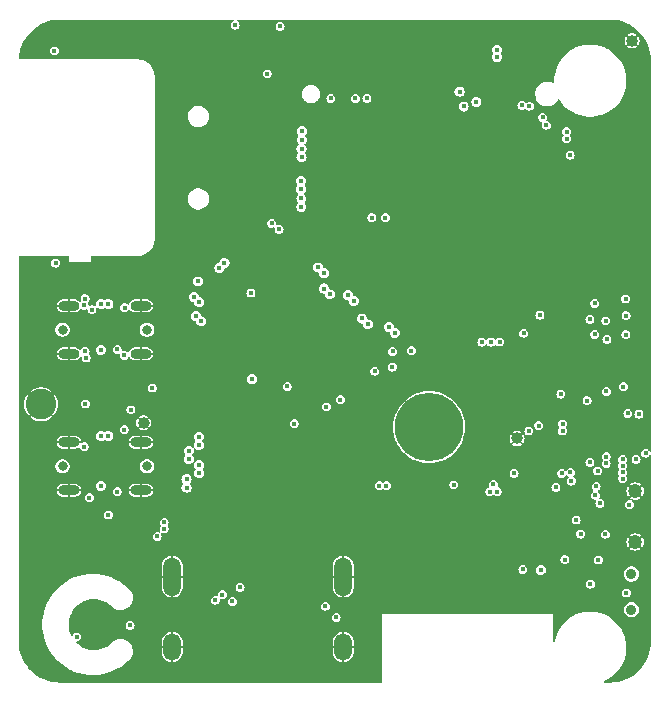
<source format=gbr>
%TF.GenerationSoftware,KiCad,Pcbnew,8.0.7*%
%TF.CreationDate,2025-02-13T17:26:50+01:00*%
%TF.ProjectId,CM5_MINIMA_2,434d355f-4d49-44e4-994d-415f322e6b69,2*%
%TF.SameCoordinates,Original*%
%TF.FileFunction,Copper,L2,Inr*%
%TF.FilePolarity,Positive*%
%FSLAX46Y46*%
G04 Gerber Fmt 4.6, Leading zero omitted, Abs format (unit mm)*
G04 Created by KiCad (PCBNEW 8.0.7) date 2025-02-13 17:26:50*
%MOMM*%
%LPD*%
G01*
G04 APERTURE LIST*
%TA.AperFunction,ComponentPad*%
%ADD10C,5.800000*%
%TD*%
%TA.AperFunction,ComponentPad*%
%ADD11C,2.600000*%
%TD*%
%TA.AperFunction,ComponentPad*%
%ADD12C,0.800000*%
%TD*%
%TA.AperFunction,ComponentPad*%
%ADD13O,1.800000X0.860000*%
%TD*%
%TA.AperFunction,ComponentPad*%
%ADD14C,1.000000*%
%TD*%
%TA.AperFunction,ComponentPad*%
%ADD15O,1.500000X3.300000*%
%TD*%
%TA.AperFunction,ComponentPad*%
%ADD16O,1.500000X2.300000*%
%TD*%
%TA.AperFunction,ComponentPad*%
%ADD17C,1.200000*%
%TD*%
%TA.AperFunction,ComponentPad*%
%ADD18C,0.900000*%
%TD*%
%TA.AperFunction,ViaPad*%
%ADD19C,0.450000*%
%TD*%
G04 APERTURE END LIST*
D10*
%TO.N,N/C*%
%TO.C,M701*%
X35310000Y22160000D03*
%TD*%
D11*
%TO.N,GND*%
%TO.C,H101*%
X2450000Y24100000D03*
%TD*%
D12*
%TO.N,*%
%TO.C,J101*%
X11430000Y30400000D03*
X4270000Y30400000D03*
D13*
%TO.N,GND*%
X10900000Y28370000D03*
X10900000Y32430000D03*
X4800000Y28370000D03*
X4800000Y32430000D03*
%TD*%
D14*
%TO.N,GND*%
%TO.C,TP105*%
X11130000Y22530000D03*
%TD*%
D15*
%TO.N,GND*%
%TO.C,J501*%
X28050000Y9500000D03*
X13550000Y9500000D03*
D16*
X13550000Y3540000D03*
X28050000Y3540000D03*
%TD*%
D12*
%TO.N,*%
%TO.C,USB701*%
X11430000Y18850000D03*
X4270000Y18850000D03*
D13*
%TO.N,GND*%
X10900000Y16820000D03*
X10900000Y20880000D03*
X4800000Y16820000D03*
X4800000Y20880000D03*
%TD*%
D17*
%TO.N,GND*%
%TO.C,SW501*%
X52750000Y16740000D03*
X52750000Y12440000D03*
%TD*%
D14*
%TO.N,GND*%
%TO.C,TP104*%
X52490000Y54890000D03*
%TD*%
%TO.N,GND*%
%TO.C,TP106*%
X42750000Y21200000D03*
%TD*%
D18*
%TO.N,*%
%TO.C,SW101*%
X52440000Y9720000D03*
X52440000Y6720000D03*
%TD*%
D19*
%TO.N,GND*%
X30250000Y26440000D03*
X7850000Y24210000D03*
X32540000Y54420000D03*
X46860000Y39790000D03*
X7300000Y55200000D03*
X27090000Y35340000D03*
X26680000Y32670000D03*
X49170000Y8150000D03*
X43490000Y50140000D03*
X8560500Y33180000D03*
X39940000Y49400000D03*
X7820000Y25370000D03*
X13080000Y25190000D03*
X10170000Y13820000D03*
X11100000Y17900000D03*
X49560000Y14290000D03*
X38915000Y29360000D03*
X25040053Y40473670D03*
X30910000Y15470000D03*
X4650000Y19800000D03*
X26120000Y44290000D03*
X31050000Y5150000D03*
X24800000Y11940000D03*
X33560000Y17370000D03*
X21470000Y41920000D03*
X28040000Y54360000D03*
X25370000Y44350000D03*
X19530000Y8050000D03*
X49490000Y17790000D03*
X52120000Y26069998D03*
X29110000Y19320000D03*
X53507714Y19393035D03*
X25980000Y36350000D03*
X29140000Y13670000D03*
X29760000Y32040000D03*
X33050000Y28600000D03*
X30005000Y39390000D03*
X30940000Y13785000D03*
X45055000Y21570000D03*
X32260000Y6660000D03*
X51930000Y32370000D03*
X39770000Y16190000D03*
X32190000Y27860000D03*
X16250000Y21830000D03*
X21050000Y12790000D03*
X51910000Y28630000D03*
X31050000Y900000D03*
X32055000Y40290585D03*
X23462232Y21668615D03*
X49010000Y21990000D03*
X23910000Y44280000D03*
X25240000Y35510000D03*
X13070000Y29760000D03*
X4510000Y33640000D03*
X29640000Y33020000D03*
X19260000Y7440000D03*
X44170000Y6610000D03*
X37480000Y49360000D03*
X30025000Y40305415D03*
X31230000Y30510000D03*
X47870000Y8650000D03*
X31040000Y40280000D03*
X52640000Y31350000D03*
X17520000Y49560000D03*
X49070000Y33690000D03*
X46820000Y30670000D03*
X14150000Y13850000D03*
X18660000Y35900000D03*
X31020000Y39420000D03*
X39490000Y10650000D03*
X23230000Y43980000D03*
X46460000Y35230000D03*
X44120000Y13310000D03*
X24050000Y12770000D03*
X24810000Y8590000D03*
X12420000Y32180000D03*
X43550000Y13690000D03*
X4600000Y31350000D03*
X10530000Y27500000D03*
X15340000Y16620000D03*
X16130000Y7460000D03*
X48960000Y38030000D03*
X14810000Y21705000D03*
X49700000Y24900000D03*
X52400000Y29410000D03*
X41510000Y6630000D03*
X46090000Y47080000D03*
X16820000Y14380000D03*
X38050000Y17310000D03*
X25120000Y47640000D03*
X14690000Y15730000D03*
X17900000Y36810000D03*
X23999945Y43492045D03*
X46670000Y24390000D03*
X23300000Y8590000D03*
X32849147Y29674321D03*
X28590000Y34060000D03*
X2150000Y54550000D03*
X46250000Y6000000D03*
X25740000Y33810000D03*
X25790000Y6990000D03*
X28800000Y32150000D03*
X26520000Y34550000D03*
X23990000Y47700000D03*
X30860000Y31010000D03*
X43330000Y16910000D03*
X28930000Y31190000D03*
X15910000Y26330000D03*
X49550000Y15160000D03*
X9100000Y9700000D03*
X21466457Y46110958D03*
X15980000Y30320000D03*
X7090000Y33130000D03*
X13160000Y17990000D03*
X26320000Y23290000D03*
X51025000Y37425000D03*
X48440000Y11020000D03*
X48920000Y36990000D03*
X22840000Y26090000D03*
X20300000Y11950000D03*
X48750000Y23720000D03*
X26250000Y54390000D03*
X18309997Y56200000D03*
X24750000Y22860000D03*
X43780000Y12810000D03*
X21820000Y8630000D03*
X27590000Y33560000D03*
X9920000Y9710000D03*
X4600000Y29450000D03*
X49930000Y30110000D03*
X22310000Y55610000D03*
X4650000Y17900000D03*
X28420000Y24750000D03*
X17000000Y52200000D03*
X13130000Y16800000D03*
X16220000Y16690000D03*
X31050000Y3050000D03*
X14713995Y32976004D03*
X21110000Y26150000D03*
X13060000Y28900000D03*
X13200000Y22800000D03*
X17310000Y11830000D03*
X43790000Y16030000D03*
X33580000Y16770000D03*
X19530000Y26150000D03*
X40560000Y55630000D03*
X16270000Y15580000D03*
X35320000Y6695000D03*
X48930000Y28900000D03*
X9482596Y5805000D03*
X47420000Y13210000D03*
X6650000Y3700000D03*
X46360000Y36740000D03*
X34145870Y29095594D03*
X23973726Y40376183D03*
X20710000Y33830000D03*
X11100000Y31350000D03*
X50430000Y46860000D03*
X32070000Y39420000D03*
X46280000Y46420000D03*
X37090000Y54520000D03*
X9200000Y11700000D03*
X6700000Y7000000D03*
X11100000Y19800000D03*
X23300000Y11950000D03*
X6890000Y15560000D03*
X43800000Y54420000D03*
X22320000Y39980000D03*
X13500000Y55000000D03*
X10960000Y15680000D03*
X50810000Y12240000D03*
X38040000Y51200000D03*
X45940000Y32170000D03*
X31420000Y27180000D03*
X11200000Y33800000D03*
X49020000Y32010000D03*
X24986325Y43395166D03*
X38540000Y6650000D03*
X28050000Y6600000D03*
X44500000Y31000000D03*
X53730000Y27840000D03*
X1800000Y35650000D03*
X16890000Y8540000D03*
X38970000Y11700000D03*
X43120000Y29420000D03*
X16010000Y23095000D03*
X33120000Y30350000D03*
X17690000Y7050000D03*
X6840000Y21530000D03*
X26380000Y50550000D03*
X32010000Y31340000D03*
X17730000Y16360000D03*
X16730000Y35350000D03*
X25025629Y41888245D03*
X48923266Y19923266D03*
X39490000Y10030000D03*
X29970000Y30210000D03*
X29500000Y50820000D03*
X22210000Y52210000D03*
X8920000Y21590000D03*
X5650000Y6550000D03*
X15310000Y33850000D03*
X42190000Y29410000D03*
X21800000Y11930000D03*
X45160000Y32100000D03*
X29180000Y15800000D03*
X13070000Y26410000D03*
X44370000Y54420000D03*
%TO.N,Net-(T401-SHIELD1)*%
X3675000Y36050000D03*
X3575000Y54025000D03*
%TO.N,/CM5/ETH_PI.TRD3_P*%
X24516770Y46512500D03*
%TO.N,/CM5/ETH_PI.TRD0_P*%
X24490000Y40820000D03*
%TO.N,/CM5/ETH_PI.TRD1_P*%
X24452021Y42325000D03*
%TO.N,/CM5/ETH_PI.TRD2_P*%
X24503854Y45012500D03*
%TO.N,/CM5/nLED_ACTIVITY*%
X52130000Y23330000D03*
%TO.N,/CM5/nRPIBOOT*%
X49770000Y15710000D03*
X52010000Y8130000D03*
%TO.N,/CM5/GPIO_VREF*%
X46040000Y17070000D03*
%TO.N,/CM5/EEPROM_nWP*%
X48920000Y31290000D03*
X51950000Y33020000D03*
%TO.N,/CM5/PI_nLED_PWR*%
X52830000Y19440000D03*
%TO.N,/CM5/nLED_SPEED_100_1000*%
X51980000Y31600000D03*
X21600000Y52080000D03*
%TO.N,/SCL*%
X48950000Y8870000D03*
X27440000Y6050000D03*
X48925000Y19175000D03*
%TO.N,/SDA*%
X50225000Y13100000D03*
X26530000Y7000000D03*
X49575000Y18450000D03*
X48130000Y13110000D03*
X49640000Y10920000D03*
%TO.N,/CM5/GPIO5*%
X31600000Y39910000D03*
%TO.N,+3V3_PI*%
X46810000Y10950000D03*
X9990000Y5390000D03*
X46526815Y18258185D03*
X42500000Y18256371D03*
X47275000Y18325000D03*
X21975000Y39425000D03*
X5482109Y4410903D03*
X46600000Y22430000D03*
X23880000Y22450000D03*
X46600000Y21840000D03*
%TO.N,Net-(D702-K)*%
X18890000Y56200000D03*
X22690000Y56090000D03*
%TO.N,/CM5/CAM_GPIO0*%
X43750000Y21840000D03*
%TO.N,/CM5/PWR_BUT*%
X49450000Y17150000D03*
X52250000Y15600000D03*
%TO.N,/CM5/VBUS_EN*%
X20219615Y33520283D03*
X8150000Y14725000D03*
%TO.N,/CM5/PWM*%
X43300000Y30120000D03*
X50270000Y31160000D03*
%TO.N,/CM5/TACHO*%
X44685000Y31645000D03*
%TO.N,/CM5/CAM_GPIO1*%
X44590000Y22280000D03*
%TO.N,/USB_C.D_P*%
X17979959Y36072910D03*
X7548000Y32579587D03*
%TO.N,/CC2*%
X6764066Y32121560D03*
X47760000Y14300000D03*
%TO.N,/USB_C.D_N*%
X7500000Y28700000D03*
X17552865Y35645816D03*
X8152000Y32579587D03*
%TO.N,/CC1*%
X8900000Y28750000D03*
X49380000Y16400000D03*
%TO.N,+5V*%
X31690000Y17200000D03*
X12280000Y12910000D03*
X51700000Y17800000D03*
X50300000Y19100000D03*
X12872500Y14100000D03*
X53070000Y23270000D03*
X6175000Y28575000D03*
X51700000Y19450000D03*
X53630000Y19960000D03*
X9525000Y32275000D03*
X6100000Y32475000D03*
X10060000Y23630000D03*
X51700000Y18900000D03*
X31100000Y17200000D03*
X9500000Y28250000D03*
X40750000Y17310000D03*
X40445356Y16688826D03*
X6210000Y24130000D03*
X6275000Y28025000D03*
X6180000Y33050000D03*
X11870000Y25480000D03*
X51700000Y18350000D03*
X41070000Y16710000D03*
X50300000Y19675000D03*
X12872500Y13550000D03*
%TO.N,VBUS_USB2.0*%
X6550000Y16200000D03*
X6100000Y20500000D03*
%TO.N,+1V8*%
X47360000Y17600000D03*
%TO.N,/CM5/ETH_nLED_ACTIVITY*%
X49325000Y32650000D03*
X22600000Y38900000D03*
%TO.N,/CM5/ETH_PI.TRD0_N*%
X24490000Y41520000D03*
%TO.N,/CM5/ETH_PI.TRD2_N*%
X24503854Y45712500D03*
%TO.N,/CM5/ETH_PI.TRD1_N*%
X24452021Y43025000D03*
%TO.N,/CM5/ETH_PI.TRD3_N*%
X24516770Y47212500D03*
%TO.N,M2_3V3*%
X40550000Y29360000D03*
X43170000Y49400000D03*
X46950000Y47175000D03*
X47250000Y45200000D03*
X30040000Y50005000D03*
X39770000Y29360000D03*
X41280000Y29370000D03*
X43240000Y10115000D03*
X26986178Y50005000D03*
X29060000Y50005000D03*
X37400000Y17280000D03*
X43800000Y49340000D03*
X45225000Y47725000D03*
X46950000Y46575000D03*
X44920000Y48380000D03*
%TO.N,/USB/CC1*%
X8900000Y16700000D03*
X9490000Y21960000D03*
%TO.N,/CM5/USB2P.D_P*%
X7548000Y21400000D03*
%TO.N,/CM5/USB2P.D_N*%
X8152000Y21400000D03*
X7500000Y17200000D03*
%TO.N,/CM5/PCIE_PI.TX_N*%
X16013547Y31116453D03*
%TO.N,/CM5/PCIE_PI.nWAKE*%
X39310000Y49710000D03*
%TO.N,/CM5/PCIE_PI.nCLKREQ*%
X37880000Y50570000D03*
%TO.N,/CM5/PCIE_PI.PWR_EN*%
X44760000Y10070000D03*
X20310000Y26230000D03*
X15730000Y34500000D03*
%TO.N,/CM5/PCIE_PI.RX_N*%
X15834144Y32761133D03*
%TO.N,/CM5/PCIE_PI.CLK_P*%
X41050000Y54122000D03*
%TO.N,/CM5/PCIE_PI.RX_P*%
X15407050Y33188227D03*
%TO.N,/CM5/PCIE_PI.TX_P*%
X15586453Y31543547D03*
%TO.N,/CM5/PCIE_PI.CLK_N*%
X41050000Y53518000D03*
%TO.N,/CM5/PCIE_PI.nRST*%
X38230000Y49310000D03*
%TO.N,/CM5/DPHY0_P.D0_P*%
X26407488Y35192512D03*
%TO.N,/CM5/DPHY0_P.C_P*%
X28922789Y32859226D03*
%TO.N,/CM5/DPHY0_P.D1_P*%
X26907488Y33402512D03*
%TO.N,/CM5/DPHY0_P.D2_P*%
X30107437Y30864849D03*
%TO.N,/CM5/DPHY0_P.D3_N*%
X31912512Y30647488D03*
%TO.N,/CM5/DPHY0_P.D3_P*%
X32407488Y30152512D03*
%TO.N,/CM5/DPHY0_P.D0_N*%
X25912512Y35687488D03*
%TO.N,/CM5/DPHY0_P.D2_N*%
X29612461Y31359825D03*
%TO.N,/CM5/DPHY0_P.C_N*%
X28427813Y33354202D03*
%TO.N,/CM5/DPHY0_P.D1_N*%
X26412512Y33897488D03*
%TO.N,/CM5/HDMI_PI.CK_P*%
X14770701Y17750000D03*
%TO.N,/CM5/HDMI_PI.CK_N*%
X14770701Y17050000D03*
%TO.N,/CM5/HDMI_PI.D0_N*%
X15850000Y18250000D03*
%TO.N,/CM5/HDMI_PI.SCL*%
X18640000Y7420000D03*
%TO.N,/CM5/HDMI_PI.D2_P*%
X15795809Y21350000D03*
%TO.N,/CM5/HDMI_PI.D0_P*%
X15850000Y18950000D03*
%TO.N,/CM5/HDMI_PI.D1_N*%
X14962002Y19450000D03*
%TO.N,/CM5/HDMI_PI.HOTPLUG*%
X17195816Y7506836D03*
%TO.N,/CM5/HDMI_PI.D1_P*%
X14962002Y20150000D03*
%TO.N,/CM5/HDMI_PI.D2_N*%
X15795809Y20650000D03*
%TO.N,/CM5/HDMI_PI.SDA*%
X17800000Y7970000D03*
%TO.N,/CM5/HDMI_PI.CEC*%
X19300000Y8600000D03*
%TO.N,/CM5/MOSI_GPIO20*%
X50360000Y29600000D03*
X32210000Y28570000D03*
%TO.N,/CM5/MISO_GPIO19*%
X49310000Y30010000D03*
X33800000Y28630000D03*
%TO.N,/CM5/SCLK_GPIO21*%
X32200000Y27250000D03*
X51975000Y30000000D03*
%TO.N,/CM5/BL_GPIO18*%
X50310000Y25200000D03*
X23290000Y25620000D03*
%TO.N,/CM5/RST_GPIO27*%
X27790000Y24490000D03*
X46460000Y24960000D03*
%TO.N,/CM5/DC_GPI25*%
X26610000Y23880000D03*
X48680000Y24410000D03*
%TO.N,/CM5/GPIO4*%
X30460000Y39890000D03*
%TO.N,/CM5/CS_GPIO24*%
X30700000Y26900000D03*
X51760000Y25590000D03*
%TD*%
%TA.AperFunction,Conductor*%
%TO.N,GND*%
G36*
X18728429Y56647826D02*
G01*
X18750103Y56595500D01*
X18728429Y56543174D01*
X18709699Y56529567D01*
X18671640Y56510175D01*
X18666533Y56507572D01*
X18582428Y56423467D01*
X18528426Y56317484D01*
X18528426Y56317483D01*
X18509819Y56200000D01*
X18528426Y56082518D01*
X18528426Y56082517D01*
X18530952Y56077560D01*
X18582427Y55976535D01*
X18666535Y55892427D01*
X18772518Y55838426D01*
X18890000Y55819819D01*
X19007482Y55838426D01*
X19113465Y55892427D01*
X19197573Y55976535D01*
X19251574Y56082518D01*
X19252759Y56090000D01*
X22309819Y56090000D01*
X22328426Y55972518D01*
X22328426Y55972517D01*
X22355941Y55918516D01*
X22382427Y55866535D01*
X22466535Y55782427D01*
X22572518Y55728426D01*
X22690000Y55709819D01*
X22807482Y55728426D01*
X22913465Y55782427D01*
X22997573Y55866535D01*
X23051574Y55972518D01*
X23070181Y56090000D01*
X23051574Y56207482D01*
X22997573Y56313465D01*
X22913465Y56397573D01*
X22861484Y56424059D01*
X22807483Y56451574D01*
X22690000Y56470181D01*
X22572517Y56451574D01*
X22572516Y56451574D01*
X22466533Y56397572D01*
X22382428Y56313467D01*
X22328426Y56207484D01*
X22328426Y56207483D01*
X22309819Y56090000D01*
X19252759Y56090000D01*
X19270181Y56200000D01*
X19251574Y56317482D01*
X19197573Y56423465D01*
X19113465Y56507573D01*
X19070300Y56529567D01*
X19033519Y56572633D01*
X19037963Y56629096D01*
X19081030Y56665878D01*
X19103897Y56669500D01*
X50535680Y56669500D01*
X50535684Y56669499D01*
X50599757Y56669500D01*
X50603387Y56669411D01*
X50622963Y56668450D01*
X50940973Y56652829D01*
X50948173Y56652120D01*
X51280709Y56602795D01*
X51287824Y56601379D01*
X51613922Y56519698D01*
X51620836Y56517601D01*
X51937358Y56404349D01*
X51944066Y56401570D01*
X52121855Y56317484D01*
X52247958Y56257843D01*
X52254335Y56254435D01*
X52542690Y56081604D01*
X52548722Y56077573D01*
X52818727Y55877326D01*
X52824341Y55872719D01*
X53073423Y55646966D01*
X53078550Y55641839D01*
X53304307Y55392756D01*
X53308907Y55387151D01*
X53509154Y55117149D01*
X53513189Y55111111D01*
X53686013Y54822773D01*
X53689436Y54816368D01*
X53833159Y54512493D01*
X53835938Y54505784D01*
X53949186Y54189278D01*
X53951294Y54182329D01*
X54032974Y53856250D01*
X54034391Y53849127D01*
X54083715Y53516611D01*
X54084427Y53509384D01*
X54100984Y53172362D01*
X54101073Y53168731D01*
X54101073Y20170810D01*
X54079399Y20118484D01*
X54027073Y20096810D01*
X53974747Y20118484D01*
X53961139Y20137214D01*
X53937573Y20183465D01*
X53853465Y20267573D01*
X53801484Y20294059D01*
X53747483Y20321574D01*
X53630000Y20340181D01*
X53512517Y20321574D01*
X53512516Y20321574D01*
X53406533Y20267572D01*
X53322428Y20183467D01*
X53268426Y20077484D01*
X53268426Y20077483D01*
X53249819Y19960000D01*
X53268426Y19842518D01*
X53268426Y19842517D01*
X53274712Y19830181D01*
X53322427Y19736535D01*
X53406535Y19652427D01*
X53512518Y19598426D01*
X53630000Y19579819D01*
X53747482Y19598426D01*
X53853465Y19652427D01*
X53937573Y19736535D01*
X53961139Y19782787D01*
X54004206Y19819569D01*
X54060668Y19815125D01*
X54097451Y19772058D01*
X54101073Y19749191D01*
X54101073Y4031820D01*
X54100984Y4028189D01*
X54084400Y3690619D01*
X54083688Y3683392D01*
X54034363Y3350877D01*
X54032946Y3343755D01*
X53951270Y3017682D01*
X53949162Y3010732D01*
X53835913Y2694227D01*
X53833134Y2687518D01*
X53689412Y2383645D01*
X53685989Y2377240D01*
X53513167Y2088905D01*
X53509132Y2082867D01*
X53308890Y1812873D01*
X53304283Y1807259D01*
X53078529Y1558180D01*
X53073394Y1553046D01*
X52824334Y1327312D01*
X52818720Y1322704D01*
X52548702Y1122447D01*
X52542664Y1118413D01*
X52254344Y945602D01*
X52247940Y942179D01*
X51944057Y798456D01*
X51937348Y795677D01*
X51620849Y682433D01*
X51613899Y680325D01*
X51287821Y598648D01*
X51280698Y597231D01*
X50948185Y547910D01*
X50940958Y547198D01*
X50602840Y530590D01*
X50599210Y530501D01*
X50531155Y530501D01*
X50531139Y530500D01*
X50135321Y530500D01*
X50082995Y552174D01*
X50061321Y604500D01*
X50082995Y656826D01*
X50110881Y674347D01*
X50119208Y677261D01*
X50119212Y677264D01*
X50119215Y677264D01*
X50427910Y825924D01*
X50718018Y1008211D01*
X50985893Y1221834D01*
X51228166Y1464107D01*
X51441789Y1731982D01*
X51624076Y2022090D01*
X51772736Y2330785D01*
X51772736Y2330788D01*
X51772739Y2330792D01*
X51853177Y2560675D01*
X51885897Y2654183D01*
X51962139Y2988217D01*
X52000500Y3328688D01*
X52000500Y3671312D01*
X51962139Y4011783D01*
X51913445Y4225124D01*
X51885898Y4345813D01*
X51885892Y4345831D01*
X51772739Y4669209D01*
X51723968Y4770483D01*
X51624076Y4977910D01*
X51441789Y5268018D01*
X51228166Y5535893D01*
X50985893Y5778166D01*
X50718018Y5991789D01*
X50427910Y6174076D01*
X50343502Y6214725D01*
X50119208Y6322740D01*
X49795830Y6435893D01*
X49795812Y6435899D01*
X49461786Y6512139D01*
X49315866Y6528580D01*
X49121312Y6550500D01*
X48778688Y6550500D01*
X48608452Y6531320D01*
X48438213Y6512139D01*
X48104187Y6435899D01*
X48104169Y6435893D01*
X47780791Y6322740D01*
X47472091Y6174077D01*
X47181981Y5991789D01*
X46914103Y5778163D01*
X46671837Y5535897D01*
X46458211Y5268019D01*
X46275923Y4977909D01*
X46127260Y4669209D01*
X46014107Y4345831D01*
X46014101Y4345813D01*
X45946145Y4048077D01*
X45913370Y4001886D01*
X45857533Y3992399D01*
X45811342Y4025174D01*
X45800000Y4064544D01*
X45800000Y6350000D01*
X31350000Y6350000D01*
X31350000Y604500D01*
X31328326Y552174D01*
X31276000Y530500D01*
X4051819Y530500D01*
X4048188Y530589D01*
X3710617Y547173D01*
X3703390Y547885D01*
X3370873Y597210D01*
X3363751Y598627D01*
X3051191Y676919D01*
X3037677Y680304D01*
X3030728Y682411D01*
X2714221Y795660D01*
X2707512Y798439D01*
X2403637Y942161D01*
X2397232Y945584D01*
X2108896Y1118406D01*
X2102858Y1122441D01*
X1832857Y1322688D01*
X1827244Y1327295D01*
X1578173Y1553039D01*
X1573038Y1558174D01*
X1526447Y1609579D01*
X1347294Y1807245D01*
X1342687Y1812858D01*
X1142440Y2082859D01*
X1138405Y2088897D01*
X1119999Y2119606D01*
X965579Y2377241D01*
X962160Y2383638D01*
X952164Y2404772D01*
X818436Y2687518D01*
X815659Y2694222D01*
X805302Y2723168D01*
X702406Y3010742D01*
X700306Y3017665D01*
X618625Y3343755D01*
X617209Y3350874D01*
X610082Y3398922D01*
X567882Y3683406D01*
X567173Y3690604D01*
X550588Y4028202D01*
X550500Y4031824D01*
X551482Y5657486D01*
X2564869Y5657486D01*
X2564869Y5248693D01*
X2603780Y4841770D01*
X2603782Y4841753D01*
X2665929Y4519738D01*
X2681246Y4440376D01*
X2783270Y4093402D01*
X2796567Y4048179D01*
X2948687Y3668758D01*
X2948692Y3668749D01*
X3136225Y3305546D01*
X3136229Y3305539D01*
X3136235Y3305528D01*
X3254304Y3122114D01*
X3321529Y3017682D01*
X3357503Y2961799D01*
X3610483Y2640691D01*
X3881160Y2357384D01*
X3892887Y2345110D01*
X3892890Y2345108D01*
X4202115Y2077774D01*
X4202119Y2077771D01*
X4202123Y2077768D01*
X4535411Y1841065D01*
X4724953Y1731982D01*
X4889719Y1637157D01*
X5063348Y1558180D01*
X5261820Y1467902D01*
X5261825Y1467901D01*
X5261828Y1467899D01*
X5648330Y1334836D01*
X5648345Y1334831D01*
X6045780Y1239153D01*
X6450519Y1181738D01*
X6858884Y1163107D01*
X7267169Y1183429D01*
X7671665Y1242520D01*
X8068701Y1339843D01*
X8454672Y1474514D01*
X8826072Y1645311D01*
X9179529Y1850682D01*
X9511834Y2088764D01*
X9819969Y2357393D01*
X9914912Y2457583D01*
X9925178Y2466182D01*
X9927558Y2468242D01*
X9927563Y2468244D01*
X9965274Y2510673D01*
X9966861Y2512401D01*
X10005884Y2553584D01*
X10005886Y2553590D01*
X10007909Y2556377D01*
X10015398Y2567060D01*
X10035024Y2589148D01*
X10133825Y2753464D01*
X10200669Y2933167D01*
X10233268Y3122108D01*
X10230506Y3313821D01*
X10192478Y3501745D01*
X10163919Y3572238D01*
X10120488Y3679443D01*
X10120486Y3679448D01*
X10016993Y3840850D01*
X9918158Y3945792D01*
X9885546Y3980420D01*
X9885543Y3980422D01*
X9885540Y3980426D01*
X9822127Y4026672D01*
X12670000Y4026672D01*
X12670000Y3618500D01*
X13100000Y3618500D01*
X13100000Y3461500D01*
X12670000Y3461500D01*
X12670000Y3053329D01*
X12703816Y2883320D01*
X12703818Y2883313D01*
X12770152Y2723168D01*
X12866458Y2579034D01*
X12989033Y2456459D01*
X13133167Y2360153D01*
X13293312Y2293819D01*
X13293319Y2293817D01*
X13463329Y2260000D01*
X13471500Y2260000D01*
X13471500Y2695160D01*
X13490756Y2690000D01*
X13609244Y2690000D01*
X13628500Y2695160D01*
X13628500Y2260000D01*
X13636671Y2260000D01*
X13806680Y2293817D01*
X13806687Y2293819D01*
X13966832Y2360153D01*
X14110966Y2456459D01*
X14110968Y2456460D01*
X14233540Y2579032D01*
X14233541Y2579034D01*
X14329847Y2723168D01*
X14396181Y2883313D01*
X14396183Y2883320D01*
X14430000Y3053329D01*
X14430000Y3461500D01*
X14000000Y3461500D01*
X14000000Y3618500D01*
X14430000Y3618500D01*
X14430000Y4026672D01*
X27170000Y4026672D01*
X27170000Y3618500D01*
X27600000Y3618500D01*
X27600000Y3461500D01*
X27170000Y3461500D01*
X27170000Y3053329D01*
X27203816Y2883320D01*
X27203818Y2883313D01*
X27270152Y2723168D01*
X27366458Y2579034D01*
X27489033Y2456459D01*
X27633167Y2360153D01*
X27793312Y2293819D01*
X27793319Y2293817D01*
X27963329Y2260000D01*
X27971500Y2260000D01*
X27971500Y2695160D01*
X27990756Y2690000D01*
X28109244Y2690000D01*
X28128500Y2695160D01*
X28128500Y2260000D01*
X28136671Y2260000D01*
X28306680Y2293817D01*
X28306687Y2293819D01*
X28466832Y2360153D01*
X28610966Y2456459D01*
X28610968Y2456460D01*
X28733540Y2579032D01*
X28733541Y2579034D01*
X28829847Y2723168D01*
X28896181Y2883313D01*
X28896183Y2883320D01*
X28930000Y3053329D01*
X28930000Y3461500D01*
X28500000Y3461500D01*
X28500000Y3618500D01*
X28930000Y3618500D01*
X28930000Y4026672D01*
X28896183Y4196681D01*
X28896181Y4196688D01*
X28829847Y4356833D01*
X28733541Y4500967D01*
X28610966Y4623542D01*
X28466832Y4719848D01*
X28306687Y4786182D01*
X28306680Y4786184D01*
X28136671Y4820000D01*
X28128500Y4820000D01*
X28128500Y4384841D01*
X28109244Y4390000D01*
X27990756Y4390000D01*
X27971500Y4384841D01*
X27971500Y4820000D01*
X27963329Y4820000D01*
X27793319Y4786184D01*
X27793312Y4786182D01*
X27633167Y4719848D01*
X27489033Y4623542D01*
X27489032Y4623540D01*
X27366460Y4500968D01*
X27366458Y4500967D01*
X27270152Y4356833D01*
X27203818Y4196688D01*
X27203816Y4196681D01*
X27170000Y4026672D01*
X14430000Y4026672D01*
X14396183Y4196681D01*
X14396181Y4196688D01*
X14329847Y4356833D01*
X14233541Y4500967D01*
X14110966Y4623542D01*
X13966832Y4719848D01*
X13806687Y4786182D01*
X13806680Y4786184D01*
X13636671Y4820000D01*
X13628500Y4820000D01*
X13628500Y4384841D01*
X13609244Y4390000D01*
X13490756Y4390000D01*
X13471500Y4384841D01*
X13471500Y4820000D01*
X13463329Y4820000D01*
X13293319Y4786184D01*
X13293312Y4786182D01*
X13133167Y4719848D01*
X12989033Y4623542D01*
X12989032Y4623540D01*
X12866460Y4500968D01*
X12866458Y4500967D01*
X12770152Y4356833D01*
X12703818Y4196688D01*
X12703816Y4196681D01*
X12670000Y4026672D01*
X9822127Y4026672D01*
X9820047Y4028189D01*
X9730629Y4093400D01*
X9730625Y4093402D01*
X9557558Y4175907D01*
X9557555Y4175908D01*
X9372247Y4225124D01*
X9181044Y4239364D01*
X9181042Y4239364D01*
X9181040Y4239364D01*
X9181035Y4239364D01*
X8990497Y4218142D01*
X8990486Y4218140D01*
X8807103Y4162180D01*
X8807102Y4162179D01*
X8637168Y4073401D01*
X8486486Y3954832D01*
X8446150Y3908758D01*
X8438435Y3901150D01*
X8235448Y3728388D01*
X8227497Y3722490D01*
X7993729Y3572238D01*
X7985062Y3567455D01*
X7733339Y3449755D01*
X7724111Y3446171D01*
X7458925Y3363122D01*
X7449301Y3360802D01*
X7175407Y3313893D01*
X7165559Y3312878D01*
X6887848Y3302949D01*
X6877954Y3303258D01*
X6601408Y3330484D01*
X6591642Y3332111D01*
X6321207Y3396007D01*
X6311747Y3398922D01*
X6052250Y3498347D01*
X6043263Y3502500D01*
X5799369Y3635667D01*
X5791021Y3640979D01*
X5567082Y3805510D01*
X5559514Y3811892D01*
X5460648Y3907286D01*
X5438042Y3959217D01*
X5458777Y4011921D01*
X5500452Y4033628D01*
X5599591Y4049329D01*
X5705574Y4103330D01*
X5789682Y4187438D01*
X5843683Y4293421D01*
X5862290Y4410903D01*
X5843683Y4528385D01*
X5789682Y4634368D01*
X5705574Y4718476D01*
X5641363Y4751193D01*
X5599592Y4772477D01*
X5482109Y4791084D01*
X5364626Y4772477D01*
X5364625Y4772477D01*
X5258642Y4718475D01*
X5174536Y4634369D01*
X5132605Y4552076D01*
X5089537Y4515293D01*
X5033075Y4519738D01*
X4998560Y4556744D01*
X4919944Y4741843D01*
X4916692Y4751193D01*
X4843173Y5019172D01*
X4841198Y5028872D01*
X4833985Y5082427D01*
X4804103Y5304288D01*
X4803442Y5314139D01*
X4803442Y5390000D01*
X9609819Y5390000D01*
X9628426Y5272518D01*
X9628426Y5272517D01*
X9640565Y5248693D01*
X9682427Y5166535D01*
X9766535Y5082427D01*
X9872518Y5028426D01*
X9990000Y5009819D01*
X10107482Y5028426D01*
X10213465Y5082427D01*
X10297573Y5166535D01*
X10351574Y5272518D01*
X10370181Y5390000D01*
X10351574Y5507482D01*
X10297573Y5613465D01*
X10213465Y5697573D01*
X10161484Y5724059D01*
X10107483Y5751574D01*
X9990000Y5770181D01*
X9872517Y5751574D01*
X9872516Y5751574D01*
X9766533Y5697572D01*
X9682428Y5613467D01*
X9628426Y5507484D01*
X9628426Y5507483D01*
X9609819Y5390000D01*
X4803442Y5390000D01*
X4803442Y5592035D01*
X4804104Y5601911D01*
X4813250Y5669820D01*
X4841194Y5877316D01*
X4843169Y5887014D01*
X4855653Y5932517D01*
X4887883Y6050000D01*
X27059819Y6050000D01*
X27078426Y5932518D01*
X27078426Y5932517D01*
X27105941Y5878516D01*
X27132427Y5826535D01*
X27216535Y5742427D01*
X27322518Y5688426D01*
X27440000Y5669819D01*
X27557482Y5688426D01*
X27663465Y5742427D01*
X27747573Y5826535D01*
X27801574Y5932518D01*
X27820181Y6050000D01*
X27801574Y6167482D01*
X27747573Y6273465D01*
X27663465Y6357573D01*
X27611484Y6384059D01*
X27557483Y6411574D01*
X27440000Y6430181D01*
X27322517Y6411574D01*
X27322516Y6411574D01*
X27216533Y6357572D01*
X27132428Y6273467D01*
X27078426Y6167484D01*
X27078426Y6167483D01*
X27059819Y6050000D01*
X4887883Y6050000D01*
X4916688Y6154998D01*
X4919934Y6164332D01*
X5028578Y6420138D01*
X5033032Y6428935D01*
X5174848Y6667950D01*
X5180437Y6676076D01*
X5352884Y6894017D01*
X5359513Y6901331D01*
X5559503Y7094300D01*
X5567060Y7100673D01*
X5791011Y7265216D01*
X5799345Y7270520D01*
X6043264Y7403703D01*
X6052234Y7407847D01*
X6311728Y7507274D01*
X6321181Y7510188D01*
X6591643Y7574090D01*
X6601375Y7575712D01*
X6877942Y7602944D01*
X6887830Y7603252D01*
X7165557Y7593323D01*
X7175380Y7592311D01*
X7449295Y7545402D01*
X7458903Y7543085D01*
X7724107Y7460032D01*
X7733315Y7456456D01*
X7985058Y7338749D01*
X7993707Y7333976D01*
X8227487Y7183720D01*
X8235427Y7177830D01*
X8306334Y7117483D01*
X8438423Y7005063D01*
X8446141Y6997452D01*
X8486464Y6951389D01*
X8637135Y6832822D01*
X8637141Y6832818D01*
X8730446Y6784069D01*
X8807078Y6744031D01*
X8913497Y6711555D01*
X8990462Y6688066D01*
X8990464Y6688066D01*
X8990466Y6688065D01*
X9181024Y6666837D01*
X9372232Y6681074D01*
X9557546Y6730288D01*
X9730623Y6812796D01*
X9885540Y6925774D01*
X9955446Y7000000D01*
X26149819Y7000000D01*
X26168426Y6882518D01*
X26168426Y6882517D01*
X26193747Y6832822D01*
X26222427Y6776535D01*
X26306535Y6692427D01*
X26412518Y6638426D01*
X26530000Y6619819D01*
X26647482Y6638426D01*
X26753465Y6692427D01*
X26837573Y6776535D01*
X26841411Y6784068D01*
X51789500Y6784068D01*
X51789500Y6655933D01*
X51814497Y6530261D01*
X51814498Y6530258D01*
X51855951Y6430181D01*
X51863535Y6411873D01*
X51934724Y6305331D01*
X52025331Y6214724D01*
X52131873Y6143535D01*
X52250256Y6094499D01*
X52250258Y6094499D01*
X52250260Y6094498D01*
X52292903Y6086016D01*
X52375931Y6069500D01*
X52375933Y6069500D01*
X52504067Y6069500D01*
X52504069Y6069500D01*
X52629744Y6094499D01*
X52748127Y6143535D01*
X52854669Y6214724D01*
X52945276Y6305331D01*
X53016465Y6411873D01*
X53065501Y6530256D01*
X53090500Y6655931D01*
X53090500Y6784069D01*
X53065501Y6909744D01*
X53016465Y7028127D01*
X52945276Y7134669D01*
X52854669Y7225276D01*
X52748127Y7296465D01*
X52748124Y7296467D01*
X52748123Y7296467D01*
X52629742Y7345502D01*
X52629739Y7345503D01*
X52539696Y7363414D01*
X52504069Y7370500D01*
X52375931Y7370500D01*
X52344726Y7364293D01*
X52250260Y7345503D01*
X52250257Y7345502D01*
X52131876Y7296467D01*
X52025331Y7225277D01*
X52025330Y7225275D01*
X51934725Y7134670D01*
X51934723Y7134669D01*
X51863533Y7028124D01*
X51814498Y6909743D01*
X51814497Y6909740D01*
X51789500Y6784068D01*
X26841411Y6784068D01*
X26891574Y6882518D01*
X26910181Y7000000D01*
X26891574Y7117482D01*
X26837573Y7223465D01*
X26753465Y7307573D01*
X26679027Y7345501D01*
X26647483Y7361574D01*
X26530000Y7380181D01*
X26412517Y7361574D01*
X26412516Y7361574D01*
X26306533Y7307572D01*
X26222428Y7223467D01*
X26168426Y7117484D01*
X26168426Y7117483D01*
X26149819Y7000000D01*
X9955446Y7000000D01*
X10016996Y7065354D01*
X10120490Y7226761D01*
X10192482Y7404469D01*
X10213195Y7506836D01*
X16815635Y7506836D01*
X16834242Y7389354D01*
X16834242Y7389353D01*
X16861757Y7335352D01*
X16888243Y7283371D01*
X16972351Y7199263D01*
X17078334Y7145262D01*
X17195816Y7126655D01*
X17313298Y7145262D01*
X17419281Y7199263D01*
X17503389Y7283371D01*
X17557390Y7389354D01*
X17562244Y7420000D01*
X18259819Y7420000D01*
X18278426Y7302518D01*
X18278426Y7302517D01*
X18281509Y7296467D01*
X18332427Y7196535D01*
X18416535Y7112427D01*
X18522518Y7058426D01*
X18640000Y7039819D01*
X18757482Y7058426D01*
X18863465Y7112427D01*
X18947573Y7196535D01*
X19001574Y7302518D01*
X19020181Y7420000D01*
X19001574Y7537482D01*
X18947573Y7643465D01*
X18863465Y7727573D01*
X18811484Y7754059D01*
X18757483Y7781574D01*
X18640000Y7800181D01*
X18522517Y7781574D01*
X18522516Y7781574D01*
X18416533Y7727572D01*
X18332428Y7643467D01*
X18278426Y7537484D01*
X18278426Y7537483D01*
X18259819Y7420000D01*
X17562244Y7420000D01*
X17575997Y7506836D01*
X17571862Y7532940D01*
X17585083Y7588010D01*
X17633373Y7617604D01*
X17678547Y7610450D01*
X17682518Y7608426D01*
X17800000Y7589819D01*
X17917482Y7608426D01*
X18023465Y7662427D01*
X18107573Y7746535D01*
X18161574Y7852518D01*
X18180181Y7970000D01*
X18161574Y8087482D01*
X18107573Y8193465D01*
X18023465Y8277573D01*
X17971484Y8304059D01*
X17917483Y8331574D01*
X17800000Y8350181D01*
X17682517Y8331574D01*
X17682516Y8331574D01*
X17576533Y8277572D01*
X17492428Y8193467D01*
X17438426Y8087484D01*
X17438426Y8087483D01*
X17419819Y7970000D01*
X17423953Y7943898D01*
X17410731Y7888826D01*
X17362440Y7859233D01*
X17317270Y7866387D01*
X17313300Y7868410D01*
X17195816Y7887017D01*
X17078333Y7868410D01*
X17078332Y7868410D01*
X16972349Y7814408D01*
X16888244Y7730303D01*
X16834242Y7624320D01*
X16834242Y7624319D01*
X16815635Y7506836D01*
X10213195Y7506836D01*
X10230508Y7592398D01*
X10233040Y7768427D01*
X10233266Y7784108D01*
X10233265Y7784109D01*
X10233266Y7784116D01*
X10200661Y7973060D01*
X10133810Y8152766D01*
X10035001Y8317083D01*
X10022126Y8331574D01*
X10015433Y8339107D01*
X10007564Y8350327D01*
X10005884Y8352643D01*
X10005883Y8352646D01*
X10005880Y8352649D01*
X10005878Y8352652D01*
X9966851Y8393839D01*
X9965281Y8395549D01*
X9927548Y8437997D01*
X9927547Y8437998D01*
X9927545Y8438000D01*
X9925606Y8439678D01*
X9914834Y8448700D01*
X9819953Y8548823D01*
X9805919Y8561058D01*
X9511821Y8817447D01*
X9511818Y8817449D01*
X9511816Y8817451D01*
X9179509Y9055530D01*
X9179501Y9055536D01*
X8826054Y9260898D01*
X8826051Y9260900D01*
X8655255Y9339444D01*
X8454649Y9431696D01*
X8068680Y9566364D01*
X7671643Y9663684D01*
X7267150Y9722773D01*
X7063003Y9732933D01*
X6858861Y9743093D01*
X6858858Y9743093D01*
X6858857Y9743093D01*
X6450498Y9724461D01*
X6045773Y9667046D01*
X6045764Y9667044D01*
X6045758Y9667043D01*
X5883840Y9628063D01*
X5648311Y9571361D01*
X5261807Y9438293D01*
X5261796Y9438288D01*
X4889699Y9269033D01*
X4535386Y9065119D01*
X4202107Y8828421D01*
X3892853Y8561058D01*
X3892848Y8561054D01*
X3610478Y8265504D01*
X3610475Y8265501D01*
X3357486Y7944379D01*
X3192024Y7687337D01*
X3136223Y7600652D01*
X3087783Y7506835D01*
X2948679Y7237425D01*
X2948673Y7237413D01*
X2796563Y6858009D01*
X2796558Y6857995D01*
X2681239Y6465794D01*
X2603777Y6064418D01*
X2603776Y6064416D01*
X2564869Y5657486D01*
X551482Y5657486D01*
X554397Y10486672D01*
X12670000Y10486672D01*
X12670000Y9578500D01*
X13100000Y9578500D01*
X13100000Y9421500D01*
X12670000Y9421500D01*
X12670000Y8513329D01*
X12703816Y8343320D01*
X12703818Y8343313D01*
X12770152Y8183168D01*
X12866458Y8039034D01*
X12989033Y7916459D01*
X13133167Y7820153D01*
X13293312Y7753819D01*
X13293319Y7753817D01*
X13463329Y7720000D01*
X13471500Y7720000D01*
X13471500Y8155160D01*
X13490756Y8150000D01*
X13609244Y8150000D01*
X13628500Y8155160D01*
X13628500Y7720000D01*
X13636671Y7720000D01*
X13806680Y7753817D01*
X13806687Y7753819D01*
X13966832Y7820153D01*
X14110966Y7916459D01*
X14110968Y7916460D01*
X14233540Y8039032D01*
X14233541Y8039034D01*
X14329847Y8183168D01*
X14396181Y8343313D01*
X14396183Y8343320D01*
X14430000Y8513329D01*
X14430000Y8600000D01*
X18919819Y8600000D01*
X18938426Y8482518D01*
X18938426Y8482517D01*
X18961327Y8437573D01*
X18992427Y8376535D01*
X19076535Y8292427D01*
X19182518Y8238426D01*
X19300000Y8219819D01*
X19417482Y8238426D01*
X19523465Y8292427D01*
X19607573Y8376535D01*
X19661574Y8482518D01*
X19680181Y8600000D01*
X19661574Y8717482D01*
X19607573Y8823465D01*
X19523465Y8907573D01*
X19471484Y8934059D01*
X19417483Y8961574D01*
X19300000Y8980181D01*
X19182517Y8961574D01*
X19182516Y8961574D01*
X19076533Y8907572D01*
X18992428Y8823467D01*
X18938426Y8717484D01*
X18938426Y8717483D01*
X18919819Y8600000D01*
X14430000Y8600000D01*
X14430000Y9421500D01*
X14000000Y9421500D01*
X14000000Y9578500D01*
X14430000Y9578500D01*
X14430000Y10486672D01*
X27170000Y10486672D01*
X27170000Y9578500D01*
X27600000Y9578500D01*
X27600000Y9421500D01*
X27170000Y9421500D01*
X27170000Y8513329D01*
X27203816Y8343320D01*
X27203818Y8343313D01*
X27270152Y8183168D01*
X27366458Y8039034D01*
X27489033Y7916459D01*
X27633167Y7820153D01*
X27793312Y7753819D01*
X27793319Y7753817D01*
X27963329Y7720000D01*
X27971500Y7720000D01*
X27971500Y8155160D01*
X27990756Y8150000D01*
X28109244Y8150000D01*
X28128500Y8155160D01*
X28128500Y7720000D01*
X28136671Y7720000D01*
X28306680Y7753817D01*
X28306687Y7753819D01*
X28466832Y7820153D01*
X28610966Y7916459D01*
X28610968Y7916460D01*
X28733540Y8039032D01*
X28733541Y8039034D01*
X28794322Y8130000D01*
X51629819Y8130000D01*
X51648426Y8012518D01*
X51648426Y8012517D01*
X51668531Y7973060D01*
X51702427Y7906535D01*
X51786535Y7822427D01*
X51892518Y7768426D01*
X52010000Y7749819D01*
X52127482Y7768426D01*
X52233465Y7822427D01*
X52317573Y7906535D01*
X52371574Y8012518D01*
X52390181Y8130000D01*
X52371574Y8247482D01*
X52317573Y8353465D01*
X52233465Y8437573D01*
X52181484Y8464059D01*
X52127483Y8491574D01*
X52010000Y8510181D01*
X51892517Y8491574D01*
X51892516Y8491574D01*
X51786533Y8437572D01*
X51702428Y8353467D01*
X51648426Y8247484D01*
X51648426Y8247483D01*
X51629819Y8130000D01*
X28794322Y8130000D01*
X28829847Y8183168D01*
X28896181Y8343313D01*
X28896183Y8343320D01*
X28930000Y8513329D01*
X28930000Y8870000D01*
X48569819Y8870000D01*
X48588426Y8752518D01*
X48588426Y8752517D01*
X48598672Y8732409D01*
X48642427Y8646535D01*
X48726535Y8562427D01*
X48832518Y8508426D01*
X48950000Y8489819D01*
X49067482Y8508426D01*
X49173465Y8562427D01*
X49257573Y8646535D01*
X49311574Y8752518D01*
X49330181Y8870000D01*
X49311574Y8987482D01*
X49257573Y9093465D01*
X49173465Y9177573D01*
X49100550Y9214725D01*
X49067483Y9231574D01*
X48950000Y9250181D01*
X48832517Y9231574D01*
X48832516Y9231574D01*
X48726533Y9177572D01*
X48642428Y9093467D01*
X48588426Y8987484D01*
X48588426Y8987483D01*
X48569819Y8870000D01*
X28930000Y8870000D01*
X28930000Y9421500D01*
X28500000Y9421500D01*
X28500000Y9578500D01*
X28930000Y9578500D01*
X28930000Y10115000D01*
X42859819Y10115000D01*
X42878426Y9997518D01*
X42878426Y9997517D01*
X42905941Y9943516D01*
X42932427Y9891535D01*
X43016535Y9807427D01*
X43122518Y9753426D01*
X43240000Y9734819D01*
X43357482Y9753426D01*
X43463465Y9807427D01*
X43547573Y9891535D01*
X43601574Y9997518D01*
X43613054Y10070000D01*
X44329196Y10070000D01*
X44350280Y9936874D01*
X44411471Y9816781D01*
X44411472Y9816780D01*
X44506780Y9721472D01*
X44626873Y9660282D01*
X44626873Y9660281D01*
X44645075Y9657399D01*
X44760000Y9639196D01*
X44893126Y9660281D01*
X45013220Y9721472D01*
X45075816Y9784068D01*
X51789500Y9784068D01*
X51789500Y9655933D01*
X51814497Y9530261D01*
X51814498Y9530258D01*
X51852593Y9438288D01*
X51863535Y9411873D01*
X51934724Y9305331D01*
X52025331Y9214724D01*
X52131873Y9143535D01*
X52250256Y9094499D01*
X52250258Y9094499D01*
X52250260Y9094498D01*
X52292903Y9086016D01*
X52375931Y9069500D01*
X52375933Y9069500D01*
X52504067Y9069500D01*
X52504069Y9069500D01*
X52629744Y9094499D01*
X52748127Y9143535D01*
X52854669Y9214724D01*
X52945276Y9305331D01*
X53016465Y9411873D01*
X53065501Y9530256D01*
X53090500Y9655931D01*
X53090500Y9784069D01*
X53065501Y9909744D01*
X53016465Y10028127D01*
X52945276Y10134669D01*
X52854669Y10225276D01*
X52843884Y10232482D01*
X52819473Y10248793D01*
X52748127Y10296465D01*
X52748124Y10296467D01*
X52748123Y10296467D01*
X52629742Y10345502D01*
X52629739Y10345503D01*
X52539696Y10363414D01*
X52504069Y10370500D01*
X52375931Y10370500D01*
X52344726Y10364293D01*
X52250260Y10345503D01*
X52250257Y10345502D01*
X52131876Y10296467D01*
X52025331Y10225277D01*
X52025330Y10225275D01*
X51934725Y10134670D01*
X51934723Y10134669D01*
X51863533Y10028124D01*
X51814498Y9909743D01*
X51814497Y9909740D01*
X51789500Y9784068D01*
X45075816Y9784068D01*
X45108528Y9816780D01*
X45169719Y9936874D01*
X45190804Y10070000D01*
X45169719Y10203126D01*
X45169719Y10203127D01*
X45108528Y10323220D01*
X45013219Y10418529D01*
X44893126Y10479719D01*
X44893126Y10479720D01*
X44760000Y10500804D01*
X44626873Y10479720D01*
X44626873Y10479719D01*
X44506780Y10418529D01*
X44411471Y10323220D01*
X44350281Y10203127D01*
X44350280Y10203127D01*
X44329196Y10070000D01*
X43613054Y10070000D01*
X43620181Y10115000D01*
X43601574Y10232482D01*
X43547573Y10338465D01*
X43463465Y10422573D01*
X43391494Y10459244D01*
X43357483Y10476574D01*
X43240000Y10495181D01*
X43122517Y10476574D01*
X43122516Y10476574D01*
X43016533Y10422572D01*
X42932428Y10338467D01*
X42878426Y10232484D01*
X42878426Y10232483D01*
X42859819Y10115000D01*
X28930000Y10115000D01*
X28930000Y10486672D01*
X28896183Y10656681D01*
X28896181Y10656688D01*
X28829847Y10816833D01*
X28740869Y10950000D01*
X46429819Y10950000D01*
X46448426Y10832518D01*
X46448426Y10832517D01*
X46455144Y10819333D01*
X46502427Y10726535D01*
X46586535Y10642427D01*
X46692518Y10588426D01*
X46810000Y10569819D01*
X46927482Y10588426D01*
X47033465Y10642427D01*
X47117573Y10726535D01*
X47171574Y10832518D01*
X47185430Y10920000D01*
X49259819Y10920000D01*
X49278426Y10802518D01*
X49278426Y10802517D01*
X49300044Y10760090D01*
X49332427Y10696535D01*
X49416535Y10612427D01*
X49522518Y10558426D01*
X49640000Y10539819D01*
X49757482Y10558426D01*
X49863465Y10612427D01*
X49947573Y10696535D01*
X50001574Y10802518D01*
X50020181Y10920000D01*
X50001574Y11037482D01*
X49947573Y11143465D01*
X49863465Y11227573D01*
X49804587Y11257573D01*
X49757483Y11281574D01*
X49640000Y11300181D01*
X49522517Y11281574D01*
X49522516Y11281574D01*
X49416533Y11227572D01*
X49332428Y11143467D01*
X49278426Y11037484D01*
X49278426Y11037483D01*
X49259819Y10920000D01*
X47185430Y10920000D01*
X47190181Y10950000D01*
X47171574Y11067482D01*
X47117573Y11173465D01*
X47033465Y11257573D01*
X46981484Y11284059D01*
X46927483Y11311574D01*
X46810000Y11330181D01*
X46692517Y11311574D01*
X46692516Y11311574D01*
X46586533Y11257572D01*
X46502428Y11173467D01*
X46448426Y11067484D01*
X46448426Y11067483D01*
X46429819Y10950000D01*
X28740869Y10950000D01*
X28733541Y10960967D01*
X28610966Y11083542D01*
X28466832Y11179848D01*
X28306687Y11246182D01*
X28306680Y11246184D01*
X28136671Y11280000D01*
X28128500Y11280000D01*
X28128500Y10844841D01*
X28109244Y10850000D01*
X27990756Y10850000D01*
X27971500Y10844841D01*
X27971500Y11280000D01*
X27963329Y11280000D01*
X27793319Y11246184D01*
X27793312Y11246182D01*
X27633167Y11179848D01*
X27489033Y11083542D01*
X27489032Y11083540D01*
X27366460Y10960968D01*
X27366458Y10960967D01*
X27270152Y10816833D01*
X27203818Y10656688D01*
X27203816Y10656681D01*
X27170000Y10486672D01*
X14430000Y10486672D01*
X14396183Y10656681D01*
X14396181Y10656688D01*
X14329847Y10816833D01*
X14233541Y10960967D01*
X14110966Y11083542D01*
X13966832Y11179848D01*
X13806687Y11246182D01*
X13806680Y11246184D01*
X13636671Y11280000D01*
X13628500Y11280000D01*
X13628500Y10844841D01*
X13609244Y10850000D01*
X13490756Y10850000D01*
X13471500Y10844841D01*
X13471500Y11280000D01*
X13463329Y11280000D01*
X13293319Y11246184D01*
X13293312Y11246182D01*
X13133167Y11179848D01*
X12989033Y11083542D01*
X12989032Y11083540D01*
X12866460Y10960968D01*
X12866458Y10960967D01*
X12770152Y10816833D01*
X12703818Y10656688D01*
X12703816Y10656681D01*
X12670000Y10486672D01*
X554397Y10486672D01*
X555576Y12440000D01*
X52015381Y12440000D01*
X52033799Y12276533D01*
X52033801Y12276524D01*
X52088129Y12121266D01*
X52088130Y12121264D01*
X52175650Y11981976D01*
X52175649Y11981976D01*
X52178304Y11979322D01*
X52379933Y12180952D01*
X52389901Y12163686D01*
X52473686Y12079901D01*
X52490948Y12069935D01*
X52289320Y11868306D01*
X52291975Y11865651D01*
X52431263Y11778131D01*
X52431265Y11778130D01*
X52586523Y11723802D01*
X52586532Y11723800D01*
X52750000Y11705382D01*
X52913467Y11723800D01*
X52913476Y11723802D01*
X53068734Y11778130D01*
X53068736Y11778131D01*
X53208027Y11865653D01*
X53208031Y11865656D01*
X53210679Y11868305D01*
X53210678Y11868306D01*
X53009050Y12069934D01*
X53026314Y12079901D01*
X53110099Y12163686D01*
X53120066Y12180950D01*
X53321695Y11979321D01*
X53324344Y11981969D01*
X53324347Y11981973D01*
X53411869Y12121264D01*
X53411870Y12121266D01*
X53466198Y12276524D01*
X53466200Y12276533D01*
X53484618Y12440000D01*
X53466200Y12603468D01*
X53466198Y12603477D01*
X53411870Y12758735D01*
X53411869Y12758737D01*
X53324349Y12898025D01*
X53324350Y12898025D01*
X53321694Y12900680D01*
X53120065Y12699052D01*
X53110099Y12716314D01*
X53026314Y12800099D01*
X53009049Y12810067D01*
X53210679Y13011696D01*
X53208024Y13014350D01*
X53068736Y13101870D01*
X53068734Y13101871D01*
X52913476Y13156199D01*
X52913467Y13156201D01*
X52750000Y13174619D01*
X52586532Y13156201D01*
X52586523Y13156199D01*
X52431265Y13101871D01*
X52431260Y13101869D01*
X52291976Y13014350D01*
X52291967Y13014343D01*
X52289320Y13011697D01*
X52289320Y13011696D01*
X52490949Y12810067D01*
X52473686Y12800099D01*
X52389901Y12716314D01*
X52379933Y12699051D01*
X52178304Y12900680D01*
X52178303Y12900680D01*
X52175657Y12898033D01*
X52175650Y12898024D01*
X52088131Y12758740D01*
X52088129Y12758735D01*
X52033801Y12603477D01*
X52033799Y12603468D01*
X52015381Y12440000D01*
X555576Y12440000D01*
X555860Y12910000D01*
X11899819Y12910000D01*
X11918426Y12792518D01*
X11918426Y12792517D01*
X11918471Y12792429D01*
X11972427Y12686535D01*
X12056535Y12602427D01*
X12162518Y12548426D01*
X12280000Y12529819D01*
X12397482Y12548426D01*
X12503465Y12602427D01*
X12587573Y12686535D01*
X12641574Y12792518D01*
X12660181Y12910000D01*
X12641574Y13027482D01*
X12599528Y13110000D01*
X47749819Y13110000D01*
X47768426Y12992518D01*
X47768426Y12992517D01*
X47795941Y12938516D01*
X47822427Y12886535D01*
X47906535Y12802427D01*
X48012518Y12748426D01*
X48130000Y12729819D01*
X48247482Y12748426D01*
X48353465Y12802427D01*
X48437573Y12886535D01*
X48491574Y12992518D01*
X48508597Y13100000D01*
X49844819Y13100000D01*
X49863426Y12982518D01*
X49863426Y12982517D01*
X49890941Y12928516D01*
X49917427Y12876535D01*
X50001535Y12792427D01*
X50107518Y12738426D01*
X50225000Y12719819D01*
X50342482Y12738426D01*
X50448465Y12792427D01*
X50532573Y12876535D01*
X50586574Y12982518D01*
X50605181Y13100000D01*
X50586574Y13217482D01*
X50532573Y13323465D01*
X50448465Y13407573D01*
X50396484Y13434059D01*
X50342483Y13461574D01*
X50225000Y13480181D01*
X50107517Y13461574D01*
X50107516Y13461574D01*
X50001533Y13407572D01*
X49917428Y13323467D01*
X49863426Y13217484D01*
X49863426Y13217483D01*
X49844819Y13100000D01*
X48508597Y13100000D01*
X48510181Y13110000D01*
X48491574Y13227482D01*
X48437573Y13333465D01*
X48353465Y13417573D01*
X48301484Y13444059D01*
X48247483Y13471574D01*
X48130000Y13490181D01*
X48012517Y13471574D01*
X48012516Y13471574D01*
X47906533Y13417572D01*
X47822428Y13333467D01*
X47768426Y13227484D01*
X47768426Y13227483D01*
X47749819Y13110000D01*
X12599528Y13110000D01*
X12594428Y13120010D01*
X12589984Y13176469D01*
X12626767Y13219537D01*
X12683229Y13223982D01*
X12693959Y13219537D01*
X12755018Y13188426D01*
X12872500Y13169819D01*
X12989982Y13188426D01*
X13095965Y13242427D01*
X13180073Y13326535D01*
X13234074Y13432518D01*
X13252681Y13550000D01*
X13234074Y13667482D01*
X13180073Y13773465D01*
X13180072Y13773466D01*
X13180071Y13773468D01*
X13176647Y13778181D01*
X13178135Y13779263D01*
X13159190Y13825000D01*
X13178135Y13870738D01*
X13176647Y13871819D01*
X13180071Y13876533D01*
X13180073Y13876535D01*
X13234074Y13982518D01*
X13252681Y14100000D01*
X13234074Y14217482D01*
X13192029Y14300000D01*
X47379819Y14300000D01*
X47398426Y14182518D01*
X47398426Y14182517D01*
X47425941Y14128516D01*
X47452427Y14076535D01*
X47536535Y13992427D01*
X47642518Y13938426D01*
X47760000Y13919819D01*
X47877482Y13938426D01*
X47983465Y13992427D01*
X48067573Y14076535D01*
X48121574Y14182518D01*
X48140181Y14300000D01*
X48121574Y14417482D01*
X48067573Y14523465D01*
X47983465Y14607573D01*
X47931484Y14634059D01*
X47877483Y14661574D01*
X47760000Y14680181D01*
X47642517Y14661574D01*
X47642516Y14661574D01*
X47536533Y14607572D01*
X47452428Y14523467D01*
X47398426Y14417484D01*
X47398426Y14417483D01*
X47379819Y14300000D01*
X13192029Y14300000D01*
X13180073Y14323465D01*
X13095965Y14407573D01*
X13043984Y14434059D01*
X12989983Y14461574D01*
X12872500Y14480181D01*
X12755017Y14461574D01*
X12755016Y14461574D01*
X12649033Y14407572D01*
X12564928Y14323467D01*
X12510926Y14217484D01*
X12510926Y14217483D01*
X12492319Y14100000D01*
X12510926Y13982518D01*
X12510926Y13982517D01*
X12564928Y13876533D01*
X12568353Y13871819D01*
X12566864Y13870738D01*
X12585810Y13825000D01*
X12566864Y13779263D01*
X12568353Y13778181D01*
X12564928Y13773468D01*
X12510926Y13667484D01*
X12510926Y13667483D01*
X12492319Y13550000D01*
X12510926Y13432518D01*
X12510926Y13432517D01*
X12530810Y13393492D01*
X12558070Y13339993D01*
X12562514Y13283531D01*
X12525732Y13240464D01*
X12469269Y13236020D01*
X12458541Y13240464D01*
X12397487Y13271573D01*
X12397482Y13271574D01*
X12280000Y13290181D01*
X12162517Y13271574D01*
X12162516Y13271574D01*
X12056533Y13217572D01*
X11972428Y13133467D01*
X11918426Y13027484D01*
X11918426Y13027483D01*
X11899819Y12910000D01*
X555860Y12910000D01*
X556956Y14725000D01*
X7769819Y14725000D01*
X7788426Y14607518D01*
X7788426Y14607517D01*
X7815941Y14553516D01*
X7842427Y14501535D01*
X7926535Y14417427D01*
X8032518Y14363426D01*
X8150000Y14344819D01*
X8267482Y14363426D01*
X8373465Y14417427D01*
X8457573Y14501535D01*
X8511574Y14607518D01*
X8530181Y14725000D01*
X8511574Y14842482D01*
X8457573Y14948465D01*
X8373465Y15032573D01*
X8321484Y15059059D01*
X8267483Y15086574D01*
X8150000Y15105181D01*
X8032517Y15086574D01*
X8032516Y15086574D01*
X7926533Y15032572D01*
X7842428Y14948467D01*
X7788426Y14842484D01*
X7788426Y14842483D01*
X7769819Y14725000D01*
X556956Y14725000D01*
X557847Y16200000D01*
X6169819Y16200000D01*
X6188426Y16082518D01*
X6188426Y16082517D01*
X6208867Y16042400D01*
X6242427Y15976535D01*
X6326535Y15892427D01*
X6432518Y15838426D01*
X6550000Y15819819D01*
X6667482Y15838426D01*
X6773465Y15892427D01*
X6857573Y15976535D01*
X6911574Y16082518D01*
X6930181Y16200000D01*
X6911574Y16317482D01*
X6857573Y16423465D01*
X6773465Y16507573D01*
X6721484Y16534059D01*
X6667483Y16561574D01*
X6550000Y16580181D01*
X6432517Y16561574D01*
X6432516Y16561574D01*
X6326533Y16507572D01*
X6242428Y16423467D01*
X6188426Y16317484D01*
X6188426Y16317483D01*
X6169819Y16200000D01*
X557847Y16200000D01*
X558269Y16898501D01*
X3771278Y16898501D01*
X3771279Y16898500D01*
X4111918Y16898500D01*
X4100001Y16869730D01*
X4100001Y16770270D01*
X4111918Y16741500D01*
X3771278Y16741500D01*
X3808161Y16603852D01*
X3808163Y16603847D01*
X3881886Y16476156D01*
X3986155Y16371887D01*
X4113846Y16298164D01*
X4113851Y16298162D01*
X4256272Y16260001D01*
X4256273Y16260000D01*
X4721500Y16260000D01*
X4721500Y16569988D01*
X4878500Y16569988D01*
X4878500Y16260000D01*
X5343727Y16260000D01*
X5343727Y16260001D01*
X5486148Y16298162D01*
X5486153Y16298164D01*
X5613844Y16371887D01*
X5718113Y16476156D01*
X5791836Y16603847D01*
X5791838Y16603852D01*
X5817601Y16700000D01*
X8519819Y16700000D01*
X8538426Y16582518D01*
X8538426Y16582517D01*
X8541475Y16576534D01*
X8592427Y16476535D01*
X8676535Y16392427D01*
X8782518Y16338426D01*
X8900000Y16319819D01*
X9017482Y16338426D01*
X9123465Y16392427D01*
X9207573Y16476535D01*
X9261574Y16582518D01*
X9280181Y16700000D01*
X9261574Y16817482D01*
X9220293Y16898501D01*
X9871278Y16898501D01*
X9871279Y16898500D01*
X10211918Y16898500D01*
X10200001Y16869730D01*
X10200001Y16770270D01*
X10211918Y16741500D01*
X9871278Y16741500D01*
X9908161Y16603852D01*
X9908163Y16603847D01*
X9981886Y16476156D01*
X10086155Y16371887D01*
X10213846Y16298164D01*
X10213851Y16298162D01*
X10356272Y16260001D01*
X10356273Y16260000D01*
X10821500Y16260000D01*
X10821500Y16569988D01*
X10978500Y16569988D01*
X10978500Y16260000D01*
X11443727Y16260000D01*
X11443727Y16260001D01*
X11586148Y16298162D01*
X11586153Y16298164D01*
X11713844Y16371887D01*
X11818113Y16476156D01*
X11891836Y16603847D01*
X11891838Y16603852D01*
X11928721Y16741500D01*
X11588082Y16741500D01*
X11599999Y16770270D01*
X11599999Y16869730D01*
X11588082Y16898500D01*
X11928721Y16898500D01*
X11928721Y16898501D01*
X11891838Y17036149D01*
X11891836Y17036154D01*
X11818113Y17163845D01*
X11713844Y17268114D01*
X11586153Y17341837D01*
X11586148Y17341839D01*
X11443727Y17380000D01*
X10978500Y17380000D01*
X10978500Y17070012D01*
X10821500Y17070012D01*
X10821500Y17380000D01*
X10356273Y17380000D01*
X10213851Y17341839D01*
X10213846Y17341837D01*
X10086155Y17268114D01*
X9981886Y17163845D01*
X9908163Y17036154D01*
X9908161Y17036149D01*
X9871278Y16898501D01*
X9220293Y16898501D01*
X9207573Y16923465D01*
X9123465Y17007573D01*
X9067372Y17036154D01*
X9017483Y17061574D01*
X8900000Y17080181D01*
X8782517Y17061574D01*
X8782516Y17061574D01*
X8676533Y17007572D01*
X8592428Y16923467D01*
X8538426Y16817484D01*
X8538426Y16817483D01*
X8519819Y16700000D01*
X5817601Y16700000D01*
X5828721Y16741500D01*
X5488082Y16741500D01*
X5499999Y16770270D01*
X5499999Y16869730D01*
X5488082Y16898500D01*
X5828721Y16898500D01*
X5828721Y16898501D01*
X5791838Y17036149D01*
X5791836Y17036154D01*
X5718113Y17163845D01*
X5681958Y17200000D01*
X7069196Y17200000D01*
X7090280Y17066874D01*
X7151471Y16946781D01*
X7151472Y16946780D01*
X7246780Y16851472D01*
X7366873Y16790282D01*
X7366873Y16790281D01*
X7378586Y16788426D01*
X7500000Y16769196D01*
X7633126Y16790281D01*
X7753220Y16851472D01*
X7848528Y16946780D01*
X7909719Y17066874D01*
X7930804Y17200000D01*
X7909719Y17333126D01*
X7909719Y17333127D01*
X7848528Y17453220D01*
X7753219Y17548529D01*
X7633126Y17609719D01*
X7633126Y17609720D01*
X7500000Y17630804D01*
X7366873Y17609720D01*
X7366873Y17609719D01*
X7246780Y17548529D01*
X7151471Y17453220D01*
X7090281Y17333127D01*
X7090280Y17333127D01*
X7069196Y17200000D01*
X5681958Y17200000D01*
X5613844Y17268114D01*
X5486153Y17341837D01*
X5486148Y17341839D01*
X5343727Y17380000D01*
X4878500Y17380000D01*
X4878500Y17070012D01*
X4721500Y17070012D01*
X4721500Y17380000D01*
X4256273Y17380000D01*
X4113851Y17341839D01*
X4113846Y17341837D01*
X3986155Y17268114D01*
X3881886Y17163845D01*
X3808163Y17036154D01*
X3808161Y17036149D01*
X3771278Y16898501D01*
X558269Y16898501D01*
X558783Y17750000D01*
X14339897Y17750000D01*
X14360981Y17616874D01*
X14422172Y17496781D01*
X14466627Y17452326D01*
X14488301Y17400000D01*
X14466627Y17347674D01*
X14422173Y17303221D01*
X14422172Y17303220D01*
X14360982Y17183127D01*
X14360981Y17183127D01*
X14339897Y17050000D01*
X14360981Y16916874D01*
X14420917Y16799245D01*
X14422173Y16796780D01*
X14517481Y16701472D01*
X14637574Y16640282D01*
X14637574Y16640281D01*
X14655776Y16637399D01*
X14770701Y16619196D01*
X14903827Y16640281D01*
X14999102Y16688826D01*
X40065175Y16688826D01*
X40083782Y16571344D01*
X40083782Y16571343D01*
X40086351Y16566302D01*
X40137783Y16465361D01*
X40221891Y16381253D01*
X40327874Y16327252D01*
X40445356Y16308645D01*
X40562838Y16327252D01*
X40668821Y16381253D01*
X40715939Y16428371D01*
X40768265Y16450045D01*
X40820591Y16428371D01*
X40846535Y16402427D01*
X40952518Y16348426D01*
X41070000Y16329819D01*
X41187482Y16348426D01*
X41288702Y16400000D01*
X48999819Y16400000D01*
X49018426Y16282518D01*
X49018426Y16282517D01*
X49029899Y16260001D01*
X49072427Y16176535D01*
X49156535Y16092427D01*
X49262518Y16038426D01*
X49380000Y16019819D01*
X49385670Y16019819D01*
X49437996Y15998145D01*
X49459670Y15945819D01*
X49451604Y15912225D01*
X49449234Y15907572D01*
X49408426Y15827484D01*
X49408426Y15827483D01*
X49389819Y15710000D01*
X49408426Y15592518D01*
X49408426Y15592517D01*
X49435941Y15538516D01*
X49462427Y15486535D01*
X49546535Y15402427D01*
X49652518Y15348426D01*
X49770000Y15329819D01*
X49887482Y15348426D01*
X49993465Y15402427D01*
X50077573Y15486535D01*
X50131574Y15592518D01*
X50132759Y15600000D01*
X51869819Y15600000D01*
X51888426Y15482518D01*
X51888426Y15482517D01*
X51915941Y15428516D01*
X51942427Y15376535D01*
X52026535Y15292427D01*
X52132518Y15238426D01*
X52250000Y15219819D01*
X52367482Y15238426D01*
X52473465Y15292427D01*
X52557573Y15376535D01*
X52611574Y15482518D01*
X52630181Y15600000D01*
X52611574Y15717482D01*
X52557573Y15823465D01*
X52473465Y15907573D01*
X52468757Y15910993D01*
X52470063Y15912792D01*
X52438553Y15949693D01*
X52443002Y16006155D01*
X52486073Y16042933D01*
X52533374Y16042400D01*
X52586524Y16023802D01*
X52586532Y16023800D01*
X52750000Y16005382D01*
X52913467Y16023800D01*
X52913476Y16023802D01*
X53068734Y16078130D01*
X53068736Y16078131D01*
X53208027Y16165653D01*
X53208031Y16165656D01*
X53210679Y16168305D01*
X53210678Y16168306D01*
X53009050Y16369934D01*
X53026314Y16379901D01*
X53110099Y16463686D01*
X53120066Y16480950D01*
X53321695Y16279321D01*
X53324344Y16281969D01*
X53324347Y16281973D01*
X53411869Y16421264D01*
X53411870Y16421266D01*
X53466198Y16576524D01*
X53466201Y16576534D01*
X53484618Y16740000D01*
X53466200Y16903468D01*
X53466198Y16903477D01*
X53411870Y17058735D01*
X53411869Y17058737D01*
X53324349Y17198025D01*
X53324350Y17198025D01*
X53321694Y17200680D01*
X53120065Y16999052D01*
X53110099Y17016314D01*
X53026314Y17100099D01*
X53009049Y17110067D01*
X53210679Y17311696D01*
X53208024Y17314350D01*
X53068736Y17401870D01*
X53068734Y17401871D01*
X52913476Y17456199D01*
X52913467Y17456201D01*
X52750000Y17474619D01*
X52586532Y17456201D01*
X52586523Y17456199D01*
X52431265Y17401871D01*
X52431260Y17401869D01*
X52291976Y17314350D01*
X52291967Y17314343D01*
X52289320Y17311697D01*
X52289320Y17311696D01*
X52490949Y17110067D01*
X52473686Y17100099D01*
X52389901Y17016314D01*
X52379933Y16999051D01*
X52178304Y17200680D01*
X52178303Y17200680D01*
X52175657Y17198033D01*
X52175650Y17198024D01*
X52088131Y17058740D01*
X52088129Y17058735D01*
X52033801Y16903477D01*
X52033799Y16903468D01*
X52015381Y16740000D01*
X52033799Y16576534D01*
X52033801Y16576524D01*
X52088129Y16421266D01*
X52088130Y16421264D01*
X52175650Y16281976D01*
X52175649Y16281976D01*
X52178304Y16279322D01*
X52379933Y16480952D01*
X52389901Y16463686D01*
X52473686Y16379901D01*
X52490948Y16369935D01*
X52289320Y16168306D01*
X52291975Y16165651D01*
X52394753Y16101071D01*
X52427528Y16054880D01*
X52418041Y15999043D01*
X52371850Y15966268D01*
X52343807Y15965324D01*
X52250000Y15980181D01*
X52132517Y15961574D01*
X52132516Y15961574D01*
X52026533Y15907572D01*
X51942428Y15823467D01*
X51888426Y15717484D01*
X51888426Y15717483D01*
X51869819Y15600000D01*
X50132759Y15600000D01*
X50150181Y15710000D01*
X50131574Y15827482D01*
X50077573Y15933465D01*
X49993465Y16017573D01*
X49920246Y16054880D01*
X49887483Y16071574D01*
X49770000Y16090181D01*
X49764330Y16090181D01*
X49712004Y16111855D01*
X49690330Y16164181D01*
X49698396Y16197777D01*
X49699529Y16200000D01*
X49741574Y16282518D01*
X49760181Y16400000D01*
X49741574Y16517482D01*
X49687573Y16623465D01*
X49609777Y16701261D01*
X49588103Y16753587D01*
X49609777Y16805913D01*
X49628500Y16819517D01*
X49673465Y16842427D01*
X49757573Y16926535D01*
X49811574Y17032518D01*
X49830181Y17150000D01*
X49811574Y17267482D01*
X49757573Y17373465D01*
X49673465Y17457573D01*
X49605060Y17492427D01*
X49567483Y17511574D01*
X49450000Y17530181D01*
X49332517Y17511574D01*
X49332516Y17511574D01*
X49226533Y17457572D01*
X49142428Y17373467D01*
X49088426Y17267484D01*
X49088426Y17267483D01*
X49069819Y17150000D01*
X49088426Y17032518D01*
X49088426Y17032517D01*
X49142428Y16926534D01*
X49220222Y16848740D01*
X49241896Y16796414D01*
X49220222Y16744088D01*
X49201492Y16730480D01*
X49156533Y16707572D01*
X49072428Y16623467D01*
X49018426Y16517484D01*
X49018426Y16517483D01*
X48999819Y16400000D01*
X41288702Y16400000D01*
X41293465Y16402427D01*
X41377573Y16486535D01*
X41431574Y16592518D01*
X41450181Y16710000D01*
X41431574Y16827482D01*
X41377573Y16933465D01*
X41293465Y17017573D01*
X41241484Y17044059D01*
X41190572Y17070000D01*
X45659819Y17070000D01*
X45678426Y16952518D01*
X45678426Y16952517D01*
X45698922Y16912293D01*
X45732427Y16846535D01*
X45816535Y16762427D01*
X45922518Y16708426D01*
X46040000Y16689819D01*
X46157482Y16708426D01*
X46263465Y16762427D01*
X46347573Y16846535D01*
X46401574Y16952518D01*
X46420181Y17070000D01*
X46401574Y17187482D01*
X46347573Y17293465D01*
X46263465Y17377573D01*
X46180551Y17419820D01*
X46157483Y17431574D01*
X46040000Y17450181D01*
X45922517Y17431574D01*
X45922516Y17431574D01*
X45816533Y17377572D01*
X45732428Y17293467D01*
X45678426Y17187484D01*
X45678426Y17187483D01*
X45659819Y17070000D01*
X41190572Y17070000D01*
X41187483Y17071574D01*
X41160816Y17075798D01*
X41112526Y17105392D01*
X41099305Y17160465D01*
X41106458Y17182479D01*
X41111574Y17192518D01*
X41130181Y17310000D01*
X41111574Y17427482D01*
X41057573Y17533465D01*
X40973465Y17617573D01*
X40921484Y17644059D01*
X40867483Y17671574D01*
X40750000Y17690181D01*
X40632517Y17671574D01*
X40632516Y17671574D01*
X40526533Y17617572D01*
X40442428Y17533467D01*
X40388426Y17427484D01*
X40388426Y17427483D01*
X40369819Y17310000D01*
X40388426Y17192518D01*
X40388426Y17192517D01*
X40404669Y17160639D01*
X40409113Y17104176D01*
X40372331Y17061109D01*
X40350312Y17053954D01*
X40327872Y17050400D01*
X40221889Y16996398D01*
X40137784Y16912293D01*
X40083782Y16806310D01*
X40083782Y16806309D01*
X40065175Y16688826D01*
X14999102Y16688826D01*
X15023921Y16701472D01*
X15119229Y16796780D01*
X15180420Y16916874D01*
X15201505Y17050000D01*
X15183302Y17164925D01*
X15180420Y17183127D01*
X15171823Y17200000D01*
X30719819Y17200000D01*
X30738426Y17082518D01*
X30738426Y17082517D01*
X30752980Y17053954D01*
X30792427Y16976535D01*
X30876535Y16892427D01*
X30982518Y16838426D01*
X31100000Y16819819D01*
X31217482Y16838426D01*
X31323465Y16892427D01*
X31342674Y16911636D01*
X31395000Y16933310D01*
X31447326Y16911636D01*
X31466535Y16892427D01*
X31572518Y16838426D01*
X31690000Y16819819D01*
X31807482Y16838426D01*
X31913465Y16892427D01*
X31997573Y16976535D01*
X32051574Y17082518D01*
X32070181Y17200000D01*
X32057510Y17280000D01*
X37019819Y17280000D01*
X37038426Y17162518D01*
X37038426Y17162517D01*
X37039383Y17160639D01*
X37092427Y17056535D01*
X37176535Y16972427D01*
X37282518Y16918426D01*
X37400000Y16899819D01*
X37517482Y16918426D01*
X37623465Y16972427D01*
X37707573Y17056535D01*
X37761574Y17162518D01*
X37780181Y17280000D01*
X37761574Y17397482D01*
X37707573Y17503465D01*
X37623465Y17587573D01*
X37564587Y17617573D01*
X37517483Y17641574D01*
X37400000Y17660181D01*
X37282517Y17641574D01*
X37282516Y17641574D01*
X37176533Y17587572D01*
X37092428Y17503467D01*
X37038426Y17397484D01*
X37038426Y17397483D01*
X37019819Y17280000D01*
X32057510Y17280000D01*
X32051574Y17317482D01*
X31997573Y17423465D01*
X31913465Y17507573D01*
X31861484Y17534059D01*
X31807483Y17561574D01*
X31690000Y17580181D01*
X31572517Y17561574D01*
X31572516Y17561574D01*
X31466533Y17507572D01*
X31447326Y17488364D01*
X31395000Y17466690D01*
X31342674Y17488364D01*
X31323466Y17507572D01*
X31323465Y17507573D01*
X31271484Y17534059D01*
X31217483Y17561574D01*
X31100000Y17580181D01*
X30982517Y17561574D01*
X30982516Y17561574D01*
X30876533Y17507572D01*
X30792428Y17423467D01*
X30738426Y17317484D01*
X30738426Y17317483D01*
X30719819Y17200000D01*
X15171823Y17200000D01*
X15119229Y17303220D01*
X15074775Y17347674D01*
X15053101Y17400000D01*
X15074775Y17452326D01*
X15089139Y17466690D01*
X15119229Y17496780D01*
X15180420Y17616874D01*
X15201505Y17750000D01*
X15180420Y17883126D01*
X15180420Y17883127D01*
X15119229Y18003220D01*
X15023920Y18098529D01*
X14903827Y18159719D01*
X14903827Y18159720D01*
X14770701Y18180804D01*
X14637574Y18159720D01*
X14637574Y18159719D01*
X14517481Y18098529D01*
X14422172Y18003220D01*
X14360982Y17883127D01*
X14360981Y17883127D01*
X14339897Y17750000D01*
X558783Y17750000D01*
X559495Y18929060D01*
X3669500Y18929060D01*
X3669500Y18770941D01*
X3710421Y18618221D01*
X3710422Y18618219D01*
X3710423Y18618216D01*
X3789480Y18481284D01*
X3901284Y18369480D01*
X4038216Y18290423D01*
X4190940Y18249501D01*
X4190941Y18249500D01*
X4190943Y18249500D01*
X4349059Y18249500D01*
X4349059Y18249501D01*
X4501784Y18290423D01*
X4638716Y18369480D01*
X4750520Y18481284D01*
X4829577Y18618216D01*
X4870499Y18770941D01*
X4870500Y18770941D01*
X4870500Y18929059D01*
X4870499Y18929060D01*
X10829500Y18929060D01*
X10829500Y18770941D01*
X10870421Y18618221D01*
X10870422Y18618219D01*
X10870423Y18618216D01*
X10949480Y18481284D01*
X11061284Y18369480D01*
X11198216Y18290423D01*
X11350940Y18249501D01*
X11350941Y18249500D01*
X11350943Y18249500D01*
X11509059Y18249500D01*
X11509059Y18249501D01*
X11661784Y18290423D01*
X11798716Y18369480D01*
X11910520Y18481284D01*
X11989577Y18618216D01*
X12030499Y18770941D01*
X12030500Y18770941D01*
X12030500Y18929059D01*
X12030499Y18929060D01*
X12024888Y18950000D01*
X15419196Y18950000D01*
X15440280Y18816874D01*
X15501471Y18696781D01*
X15545926Y18652326D01*
X15567600Y18600000D01*
X15545926Y18547674D01*
X15501472Y18503221D01*
X15501471Y18503220D01*
X15440281Y18383127D01*
X15440280Y18383127D01*
X15419196Y18250000D01*
X15440280Y18116874D01*
X15500903Y17997896D01*
X15501472Y17996780D01*
X15596780Y17901472D01*
X15716873Y17840282D01*
X15716873Y17840281D01*
X15735075Y17837399D01*
X15850000Y17819196D01*
X15983126Y17840281D01*
X16103220Y17901472D01*
X16198528Y17996780D01*
X16259719Y18116874D01*
X16280804Y18250000D01*
X16279795Y18256371D01*
X42119819Y18256371D01*
X42138426Y18138889D01*
X42138426Y18138888D01*
X42157459Y18101535D01*
X42192427Y18032906D01*
X42276535Y17948798D01*
X42382518Y17894797D01*
X42500000Y17876190D01*
X42617482Y17894797D01*
X42723465Y17948798D01*
X42807573Y18032906D01*
X42861574Y18138889D01*
X42880181Y18256371D01*
X42879894Y18258185D01*
X46146634Y18258185D01*
X46165241Y18140703D01*
X46165241Y18140702D01*
X46177382Y18116874D01*
X46219242Y18034720D01*
X46303350Y17950612D01*
X46409333Y17896611D01*
X46526815Y17878004D01*
X46644297Y17896611D01*
X46750280Y17950612D01*
X46834388Y18034720D01*
X46855607Y18076366D01*
X46898674Y18113147D01*
X46955137Y18108703D01*
X46973867Y18095095D01*
X47051535Y18017427D01*
X47089867Y17997896D01*
X47126649Y17954829D01*
X47122205Y17898366D01*
X47108597Y17879637D01*
X47052428Y17823468D01*
X46998426Y17717484D01*
X46998426Y17717483D01*
X46979819Y17600000D01*
X46998426Y17482518D01*
X46998426Y17482517D01*
X47020891Y17438427D01*
X47052427Y17376535D01*
X47136535Y17292427D01*
X47242518Y17238426D01*
X47360000Y17219819D01*
X47477482Y17238426D01*
X47583465Y17292427D01*
X47667573Y17376535D01*
X47721574Y17482518D01*
X47740181Y17600000D01*
X47721574Y17717482D01*
X47667573Y17823465D01*
X47583465Y17907573D01*
X47545132Y17927105D01*
X47508349Y17970173D01*
X47512794Y18026635D01*
X47526403Y18045365D01*
X47582571Y18101533D01*
X47582573Y18101535D01*
X47636574Y18207518D01*
X47655181Y18325000D01*
X47636574Y18442482D01*
X47632743Y18450000D01*
X49194819Y18450000D01*
X49213426Y18332518D01*
X49213426Y18332517D01*
X49234873Y18290425D01*
X49267427Y18226535D01*
X49351535Y18142427D01*
X49457518Y18088426D01*
X49575000Y18069819D01*
X49692482Y18088426D01*
X49798465Y18142427D01*
X49882573Y18226535D01*
X49936574Y18332518D01*
X49955181Y18450000D01*
X49936574Y18567482D01*
X49882573Y18673465D01*
X49798465Y18757573D01*
X49730060Y18792427D01*
X49692483Y18811574D01*
X49575000Y18830181D01*
X49457517Y18811574D01*
X49457516Y18811574D01*
X49351533Y18757572D01*
X49267428Y18673467D01*
X49213426Y18567484D01*
X49213426Y18567483D01*
X49194819Y18450000D01*
X47632743Y18450000D01*
X47582573Y18548465D01*
X47498465Y18632573D01*
X47423562Y18670738D01*
X47392483Y18686574D01*
X47275000Y18705181D01*
X47157517Y18686574D01*
X47157516Y18686574D01*
X47051533Y18632572D01*
X46967428Y18548467D01*
X46946208Y18506820D01*
X46903141Y18470038D01*
X46846678Y18474482D01*
X46827948Y18488090D01*
X46750281Y18565757D01*
X46750280Y18565758D01*
X46685965Y18598528D01*
X46644298Y18619759D01*
X46526815Y18638366D01*
X46409332Y18619759D01*
X46409331Y18619759D01*
X46303348Y18565757D01*
X46219243Y18481652D01*
X46165241Y18375669D01*
X46165241Y18375668D01*
X46146634Y18258185D01*
X42879894Y18258185D01*
X42861574Y18373853D01*
X42807573Y18479836D01*
X42723465Y18563944D01*
X42652701Y18600000D01*
X42617483Y18617945D01*
X42500000Y18636552D01*
X42382517Y18617945D01*
X42382516Y18617945D01*
X42276533Y18563943D01*
X42192428Y18479838D01*
X42138426Y18373855D01*
X42138426Y18373854D01*
X42119819Y18256371D01*
X16279795Y18256371D01*
X16259719Y18383126D01*
X16259719Y18383127D01*
X16198528Y18503220D01*
X16154074Y18547674D01*
X16132400Y18600000D01*
X16154074Y18652326D01*
X16175215Y18673467D01*
X16198528Y18696780D01*
X16259719Y18816874D01*
X16280804Y18950000D01*
X16262601Y19064925D01*
X16259719Y19083127D01*
X16198528Y19203220D01*
X16103219Y19298529D01*
X15983126Y19359719D01*
X15983126Y19359720D01*
X15850000Y19380804D01*
X15716873Y19359720D01*
X15716873Y19359719D01*
X15596780Y19298529D01*
X15501471Y19203220D01*
X15440281Y19083127D01*
X15440280Y19083127D01*
X15419196Y18950000D01*
X12024888Y18950000D01*
X11990476Y19078427D01*
X11989577Y19081784D01*
X11910520Y19218716D01*
X11798716Y19330520D01*
X11661784Y19409577D01*
X11661781Y19409578D01*
X11661779Y19409579D01*
X11509059Y19450500D01*
X11509057Y19450500D01*
X11350943Y19450500D01*
X11350941Y19450500D01*
X11198220Y19409579D01*
X11198214Y19409576D01*
X11061283Y19330520D01*
X10949480Y19218717D01*
X10870424Y19081786D01*
X10870421Y19081780D01*
X10829500Y18929060D01*
X4870499Y18929060D01*
X4830476Y19078427D01*
X4829577Y19081784D01*
X4750520Y19218716D01*
X4638716Y19330520D01*
X4501784Y19409577D01*
X4501781Y19409578D01*
X4501779Y19409579D01*
X4349059Y19450500D01*
X4349057Y19450500D01*
X4190943Y19450500D01*
X4190941Y19450500D01*
X4038220Y19409579D01*
X4038214Y19409576D01*
X3901283Y19330520D01*
X3789480Y19218717D01*
X3710424Y19081786D01*
X3710421Y19081780D01*
X3669500Y18929060D01*
X559495Y18929060D01*
X560720Y20958501D01*
X3771278Y20958501D01*
X3771279Y20958500D01*
X4111918Y20958500D01*
X4100001Y20929730D01*
X4100001Y20830270D01*
X4111918Y20801500D01*
X3771278Y20801500D01*
X3808161Y20663852D01*
X3808163Y20663847D01*
X3881886Y20536156D01*
X3986155Y20431887D01*
X4113846Y20358164D01*
X4113851Y20358162D01*
X4256272Y20320001D01*
X4256273Y20320000D01*
X4721500Y20320000D01*
X4721500Y20629988D01*
X4878500Y20629988D01*
X4878500Y20320000D01*
X5343727Y20320000D01*
X5343727Y20320001D01*
X5486148Y20358162D01*
X5486153Y20358164D01*
X5613845Y20431888D01*
X5617689Y20434837D01*
X5619131Y20432958D01*
X5664248Y20451663D01*
X5716581Y20430006D01*
X5737361Y20389242D01*
X5738426Y20382516D01*
X5761070Y20338076D01*
X5792427Y20276535D01*
X5876535Y20192427D01*
X5982518Y20138426D01*
X6100000Y20119819D01*
X6217482Y20138426D01*
X6240197Y20150000D01*
X14531198Y20150000D01*
X14552282Y20016874D01*
X14613473Y19896781D01*
X14657928Y19852326D01*
X14679602Y19800000D01*
X14657928Y19747674D01*
X14613474Y19703221D01*
X14613473Y19703220D01*
X14552283Y19583127D01*
X14552282Y19583127D01*
X14531198Y19450000D01*
X14552282Y19316874D01*
X14613473Y19196781D01*
X14613474Y19196780D01*
X14708782Y19101472D01*
X14828875Y19040282D01*
X14828875Y19040281D01*
X14847077Y19037399D01*
X14962002Y19019196D01*
X15095128Y19040281D01*
X15215222Y19101472D01*
X15310530Y19196780D01*
X15371721Y19316874D01*
X15392806Y19450000D01*
X15371721Y19583126D01*
X15371721Y19583127D01*
X15310530Y19703220D01*
X15266076Y19747674D01*
X15244402Y19800000D01*
X15266076Y19852326D01*
X15310530Y19896780D01*
X15371721Y20016874D01*
X15392806Y20150000D01*
X15371740Y20283005D01*
X15384962Y20338076D01*
X15433253Y20367669D01*
X15488325Y20354447D01*
X15497155Y20346906D01*
X15542589Y20301472D01*
X15662682Y20240282D01*
X15662682Y20240281D01*
X15680884Y20237399D01*
X15795809Y20219196D01*
X15928935Y20240281D01*
X16049029Y20301472D01*
X16144337Y20396780D01*
X16205528Y20516874D01*
X16226613Y20650000D01*
X16205528Y20783126D01*
X16205528Y20783127D01*
X16144337Y20903220D01*
X16099883Y20947674D01*
X16078209Y21000000D01*
X16099883Y21052326D01*
X16117157Y21069600D01*
X16144337Y21096780D01*
X16205528Y21216874D01*
X16226613Y21350000D01*
X16208410Y21464925D01*
X16205528Y21483127D01*
X16144337Y21603220D01*
X16049028Y21698529D01*
X15928935Y21759719D01*
X15928935Y21759720D01*
X15795809Y21780804D01*
X15662682Y21759720D01*
X15662682Y21759719D01*
X15542589Y21698529D01*
X15447280Y21603220D01*
X15386090Y21483127D01*
X15386089Y21483127D01*
X15365005Y21350000D01*
X15386089Y21216874D01*
X15447280Y21096781D01*
X15491735Y21052326D01*
X15513409Y21000000D01*
X15491735Y20947674D01*
X15447281Y20903221D01*
X15447280Y20903220D01*
X15386090Y20783127D01*
X15386089Y20783127D01*
X15365005Y20650000D01*
X15386070Y20516997D01*
X15372848Y20461925D01*
X15324557Y20432332D01*
X15269485Y20445554D01*
X15260655Y20453095D01*
X15215221Y20498529D01*
X15095128Y20559719D01*
X15095128Y20559720D01*
X14962002Y20580804D01*
X14828875Y20559720D01*
X14828875Y20559719D01*
X14708782Y20498529D01*
X14613473Y20403220D01*
X14552283Y20283127D01*
X14552282Y20283127D01*
X14531198Y20150000D01*
X6240197Y20150000D01*
X6323465Y20192427D01*
X6407573Y20276535D01*
X6461574Y20382518D01*
X6480181Y20500000D01*
X6461574Y20617482D01*
X6407573Y20723465D01*
X6323465Y20807573D01*
X6270891Y20834361D01*
X6217483Y20861574D01*
X6100000Y20880181D01*
X5982517Y20861574D01*
X5899258Y20819152D01*
X5898873Y20819122D01*
X5898109Y20818566D01*
X5880446Y20809566D01*
X5846850Y20801500D01*
X5488082Y20801500D01*
X5499999Y20830270D01*
X5499999Y20929730D01*
X5488082Y20958500D01*
X5828721Y20958500D01*
X5828721Y20958501D01*
X9871278Y20958501D01*
X9871279Y20958500D01*
X10211918Y20958500D01*
X10200001Y20929730D01*
X10200001Y20830270D01*
X10211918Y20801500D01*
X9871278Y20801500D01*
X9908161Y20663852D01*
X9908163Y20663847D01*
X9981886Y20536156D01*
X10086155Y20431887D01*
X10213846Y20358164D01*
X10213851Y20358162D01*
X10356272Y20320001D01*
X10356273Y20320000D01*
X10821500Y20320000D01*
X10821500Y20629988D01*
X10978500Y20629988D01*
X10978500Y20320000D01*
X11443727Y20320000D01*
X11443727Y20320001D01*
X11586148Y20358162D01*
X11586153Y20358164D01*
X11713844Y20431887D01*
X11818113Y20536156D01*
X11891836Y20663847D01*
X11891838Y20663852D01*
X11928721Y20801500D01*
X11588082Y20801500D01*
X11599999Y20830270D01*
X11599999Y20929730D01*
X11588082Y20958500D01*
X11928721Y20958500D01*
X11928721Y20958501D01*
X11891838Y21096149D01*
X11891836Y21096154D01*
X11818113Y21223845D01*
X11713844Y21328114D01*
X11586153Y21401837D01*
X11586148Y21401839D01*
X11443727Y21440000D01*
X10978500Y21440000D01*
X10978500Y21130012D01*
X10821500Y21130012D01*
X10821500Y21440000D01*
X10356273Y21440000D01*
X10213851Y21401839D01*
X10213846Y21401837D01*
X10086155Y21328114D01*
X9981886Y21223845D01*
X9908163Y21096154D01*
X9908161Y21096149D01*
X9871278Y20958501D01*
X5828721Y20958501D01*
X5791838Y21096149D01*
X5791836Y21096154D01*
X5718113Y21223845D01*
X5613844Y21328114D01*
X5489335Y21400000D01*
X7117196Y21400000D01*
X7138280Y21266874D01*
X7199471Y21146781D01*
X7199472Y21146780D01*
X7294780Y21051472D01*
X7414873Y20990282D01*
X7414873Y20990281D01*
X7428897Y20988060D01*
X7548000Y20969196D01*
X7681126Y20990281D01*
X7801220Y21051472D01*
X7801222Y21051475D01*
X7805936Y21054898D01*
X7807918Y21052170D01*
X7850000Y21069600D01*
X7892081Y21052170D01*
X7894064Y21054898D01*
X7898780Y21051472D01*
X8018873Y20990282D01*
X8018873Y20990281D01*
X8032897Y20988060D01*
X8152000Y20969196D01*
X8285126Y20990281D01*
X8405220Y21051472D01*
X8500528Y21146780D01*
X8561719Y21266874D01*
X8582804Y21400000D01*
X8561830Y21532427D01*
X8561719Y21533127D01*
X8500528Y21653220D01*
X8405219Y21748529D01*
X8285126Y21809719D01*
X8285126Y21809720D01*
X8152000Y21830804D01*
X8018873Y21809720D01*
X8018873Y21809719D01*
X7898780Y21748529D01*
X7894064Y21745102D01*
X7892081Y21747831D01*
X7850000Y21730400D01*
X7807918Y21747831D01*
X7805936Y21745102D01*
X7801219Y21748529D01*
X7681126Y21809719D01*
X7681126Y21809720D01*
X7548000Y21830804D01*
X7414873Y21809720D01*
X7414873Y21809719D01*
X7294780Y21748529D01*
X7199471Y21653220D01*
X7138281Y21533127D01*
X7138280Y21533127D01*
X7117196Y21400000D01*
X5489335Y21400000D01*
X5486153Y21401837D01*
X5486148Y21401839D01*
X5343727Y21440000D01*
X4878500Y21440000D01*
X4878500Y21130012D01*
X4721500Y21130012D01*
X4721500Y21440000D01*
X4256273Y21440000D01*
X4113851Y21401839D01*
X4113846Y21401837D01*
X3986155Y21328114D01*
X3881886Y21223845D01*
X3808163Y21096154D01*
X3808161Y21096149D01*
X3771278Y20958501D01*
X560720Y20958501D01*
X561325Y21960000D01*
X9109819Y21960000D01*
X9128426Y21842518D01*
X9128426Y21842517D01*
X9134804Y21830000D01*
X9182427Y21736535D01*
X9266535Y21652427D01*
X9372518Y21598426D01*
X9490000Y21579819D01*
X9607482Y21598426D01*
X9713465Y21652427D01*
X9797573Y21736535D01*
X9851574Y21842518D01*
X9870181Y21960000D01*
X9851574Y22077482D01*
X9797573Y22183465D01*
X9713465Y22267573D01*
X9661484Y22294059D01*
X9607483Y22321574D01*
X9490000Y22340181D01*
X9372517Y22321574D01*
X9372516Y22321574D01*
X9266533Y22267572D01*
X9182428Y22183467D01*
X9128426Y22077484D01*
X9128426Y22077483D01*
X9109819Y21960000D01*
X561325Y21960000D01*
X561669Y22530004D01*
X10495373Y22530004D01*
X10495373Y22529997D01*
X10513812Y22378129D01*
X10513814Y22378125D01*
X10568065Y22235075D01*
X10631768Y22142786D01*
X10906141Y22417160D01*
X10918060Y22388386D01*
X10988386Y22318060D01*
X11017158Y22306143D01*
X10742574Y22031559D01*
X10769486Y22007716D01*
X10769489Y22007714D01*
X10904956Y21936615D01*
X11053502Y21900001D01*
X11053508Y21900000D01*
X11206492Y21900000D01*
X11206497Y21900001D01*
X11355043Y21936615D01*
X11490510Y22007714D01*
X11517424Y22031559D01*
X11242841Y22306143D01*
X11271614Y22318060D01*
X11341940Y22388386D01*
X11353857Y22417159D01*
X11628230Y22142786D01*
X11691935Y22235078D01*
X11746185Y22378125D01*
X11746187Y22378129D01*
X11754914Y22450000D01*
X23499819Y22450000D01*
X23518426Y22332518D01*
X23518426Y22332517D01*
X23528617Y22312517D01*
X23572427Y22226535D01*
X23656535Y22142427D01*
X23762518Y22088426D01*
X23880000Y22069819D01*
X23997482Y22088426D01*
X24103465Y22142427D01*
X24121038Y22160000D01*
X32254693Y22160000D01*
X32273904Y21817912D01*
X32273906Y21817900D01*
X32331294Y21480135D01*
X32368786Y21350000D01*
X32426147Y21150896D01*
X32441730Y21113276D01*
X32557259Y20834361D01*
X32557270Y20834340D01*
X32709048Y20559719D01*
X32722998Y20534479D01*
X32921265Y20255047D01*
X32921270Y20255042D01*
X32921271Y20255040D01*
X33149568Y19999576D01*
X33149575Y19999569D01*
X33405039Y19771272D01*
X33405047Y19771265D01*
X33684479Y19572998D01*
X33750383Y19536574D01*
X33984339Y19407271D01*
X33984360Y19407260D01*
X34134835Y19344932D01*
X34300896Y19276147D01*
X34630130Y19181296D01*
X34630133Y19181296D01*
X34630135Y19181295D01*
X34630133Y19181295D01*
X34805990Y19151417D01*
X34967914Y19123904D01*
X35310000Y19104693D01*
X35652086Y19123904D01*
X35952815Y19175000D01*
X48544819Y19175000D01*
X48563426Y19057518D01*
X48563426Y19057517D01*
X48582952Y19019196D01*
X48617427Y18951535D01*
X48701535Y18867427D01*
X48807518Y18813426D01*
X48925000Y18794819D01*
X49042482Y18813426D01*
X49148465Y18867427D01*
X49232573Y18951535D01*
X49286574Y19057518D01*
X49305181Y19175000D01*
X49286574Y19292482D01*
X49232573Y19398465D01*
X49148465Y19482573D01*
X49096484Y19509059D01*
X49042483Y19536574D01*
X48925000Y19555181D01*
X48807517Y19536574D01*
X48807516Y19536574D01*
X48701533Y19482572D01*
X48617428Y19398467D01*
X48563426Y19292484D01*
X48563426Y19292483D01*
X48544819Y19175000D01*
X35952815Y19175000D01*
X35989865Y19181295D01*
X35989866Y19181296D01*
X35989870Y19181296D01*
X36319104Y19276147D01*
X36587934Y19387500D01*
X36635639Y19407260D01*
X36635641Y19407262D01*
X36635648Y19407264D01*
X36935521Y19572998D01*
X37079280Y19675000D01*
X49919819Y19675000D01*
X49938426Y19557518D01*
X49938426Y19557517D01*
X49949097Y19536574D01*
X49976612Y19482573D01*
X49992428Y19451534D01*
X50004136Y19439826D01*
X50025810Y19387500D01*
X50004136Y19335174D01*
X49992428Y19323467D01*
X49938426Y19217484D01*
X49938426Y19217483D01*
X49919819Y19100000D01*
X49938426Y18982518D01*
X49938426Y18982517D01*
X49954213Y18951534D01*
X49992427Y18876535D01*
X50076535Y18792427D01*
X50182518Y18738426D01*
X50300000Y18719819D01*
X50417482Y18738426D01*
X50523465Y18792427D01*
X50607573Y18876535D01*
X50661574Y18982518D01*
X50680181Y19100000D01*
X50661574Y19217482D01*
X50607573Y19323465D01*
X50595864Y19335174D01*
X50574190Y19387500D01*
X50595864Y19439826D01*
X50596038Y19440000D01*
X50606038Y19450000D01*
X51319819Y19450000D01*
X51338426Y19332518D01*
X51338426Y19332517D01*
X51392428Y19226533D01*
X51395853Y19221819D01*
X51394364Y19220738D01*
X51413310Y19175000D01*
X51394364Y19129263D01*
X51395853Y19128181D01*
X51392428Y19123468D01*
X51338426Y19017484D01*
X51338426Y19017483D01*
X51319819Y18900000D01*
X51338426Y18782518D01*
X51338426Y18782517D01*
X51392428Y18676533D01*
X51395853Y18671819D01*
X51394364Y18670738D01*
X51413310Y18625000D01*
X51394364Y18579263D01*
X51395853Y18578181D01*
X51392428Y18573468D01*
X51338426Y18467484D01*
X51338426Y18467483D01*
X51319819Y18350000D01*
X51338426Y18232518D01*
X51338426Y18232517D01*
X51392428Y18126533D01*
X51395853Y18121819D01*
X51394364Y18120738D01*
X51413310Y18075000D01*
X51394364Y18029263D01*
X51395853Y18028181D01*
X51392428Y18023468D01*
X51338426Y17917484D01*
X51338426Y17917483D01*
X51319819Y17800000D01*
X51338426Y17682518D01*
X51338426Y17682517D01*
X51344002Y17671574D01*
X51392427Y17576535D01*
X51476535Y17492427D01*
X51582518Y17438426D01*
X51700000Y17419819D01*
X51817482Y17438426D01*
X51923465Y17492427D01*
X52007573Y17576535D01*
X52061574Y17682518D01*
X52080181Y17800000D01*
X52061574Y17917482D01*
X52007573Y18023465D01*
X52007572Y18023466D01*
X52007571Y18023468D01*
X52004147Y18028181D01*
X52005635Y18029263D01*
X51986690Y18075000D01*
X52005635Y18120738D01*
X52004147Y18121819D01*
X52007571Y18126533D01*
X52007573Y18126535D01*
X52061574Y18232518D01*
X52080181Y18350000D01*
X52061574Y18467482D01*
X52007573Y18573465D01*
X52007572Y18573466D01*
X52007571Y18573468D01*
X52004147Y18578181D01*
X52005635Y18579263D01*
X51986690Y18625000D01*
X52005635Y18670738D01*
X52004147Y18671819D01*
X52007571Y18676533D01*
X52007573Y18676535D01*
X52061574Y18782518D01*
X52080181Y18900000D01*
X52061574Y19017482D01*
X52007573Y19123465D01*
X52007572Y19123466D01*
X52007571Y19123468D01*
X52004147Y19128181D01*
X52005635Y19129263D01*
X51986690Y19175000D01*
X52005635Y19220738D01*
X52004147Y19221819D01*
X52007571Y19226533D01*
X52007573Y19226535D01*
X52061574Y19332518D01*
X52078597Y19440000D01*
X52449819Y19440000D01*
X52468426Y19322518D01*
X52468426Y19322517D01*
X52483730Y19292482D01*
X52522427Y19216535D01*
X52606535Y19132427D01*
X52712518Y19078426D01*
X52830000Y19059819D01*
X52947482Y19078426D01*
X53053465Y19132427D01*
X53137573Y19216535D01*
X53191574Y19322518D01*
X53210181Y19440000D01*
X53191574Y19557482D01*
X53137573Y19663465D01*
X53053465Y19747573D01*
X52984356Y19782786D01*
X52947483Y19801574D01*
X52830000Y19820181D01*
X52712517Y19801574D01*
X52712516Y19801574D01*
X52606533Y19747572D01*
X52522428Y19663467D01*
X52468426Y19557484D01*
X52468426Y19557483D01*
X52449819Y19440000D01*
X52078597Y19440000D01*
X52080181Y19450000D01*
X52061574Y19567482D01*
X52007573Y19673465D01*
X51923465Y19757573D01*
X51854952Y19792482D01*
X51817483Y19811574D01*
X51700000Y19830181D01*
X51582517Y19811574D01*
X51582516Y19811574D01*
X51476533Y19757572D01*
X51392428Y19673467D01*
X51338426Y19567484D01*
X51338426Y19567483D01*
X51319819Y19450000D01*
X50606038Y19450000D01*
X50607573Y19451535D01*
X50661574Y19557518D01*
X50680181Y19675000D01*
X50661574Y19792482D01*
X50607573Y19898465D01*
X50523465Y19982573D01*
X50471484Y20009059D01*
X50417483Y20036574D01*
X50300000Y20055181D01*
X50182517Y20036574D01*
X50182516Y20036574D01*
X50076533Y19982572D01*
X49992428Y19898467D01*
X49938426Y19792484D01*
X49938426Y19792483D01*
X49919819Y19675000D01*
X37079280Y19675000D01*
X37214953Y19771265D01*
X37470428Y19999572D01*
X37698735Y20255047D01*
X37897002Y20534479D01*
X38062736Y20834352D01*
X38193853Y21150896D01*
X38208001Y21200004D01*
X42115373Y21200004D01*
X42115373Y21199997D01*
X42133812Y21048129D01*
X42133814Y21048125D01*
X42188065Y20905075D01*
X42251768Y20812786D01*
X42526141Y21087160D01*
X42538060Y21058386D01*
X42608386Y20988060D01*
X42637158Y20976143D01*
X42362574Y20701559D01*
X42389486Y20677716D01*
X42389489Y20677714D01*
X42524956Y20606615D01*
X42673502Y20570001D01*
X42673508Y20570000D01*
X42826492Y20570000D01*
X42826497Y20570001D01*
X42975043Y20606615D01*
X43110510Y20677714D01*
X43137424Y20701559D01*
X42862841Y20976143D01*
X42891614Y20988060D01*
X42961940Y21058386D01*
X42973857Y21087159D01*
X43248230Y20812786D01*
X43311935Y20905078D01*
X43366185Y21048125D01*
X43366187Y21048129D01*
X43384627Y21199997D01*
X43384627Y21200004D01*
X43366187Y21351872D01*
X43366185Y21351876D01*
X43311934Y21494926D01*
X43248231Y21587216D01*
X42973857Y21312843D01*
X42961940Y21341614D01*
X42891614Y21411940D01*
X42862840Y21423859D01*
X43137424Y21698442D01*
X43110513Y21722285D01*
X43110510Y21722287D01*
X42975043Y21793386D01*
X42826497Y21830000D01*
X42673502Y21830000D01*
X42524956Y21793386D01*
X42389490Y21722288D01*
X42362573Y21698443D01*
X42637158Y21423858D01*
X42608386Y21411940D01*
X42538060Y21341614D01*
X42526142Y21312842D01*
X42251767Y21587217D01*
X42188067Y21494930D01*
X42188066Y21494928D01*
X42133814Y21351876D01*
X42133812Y21351872D01*
X42115373Y21200004D01*
X38208001Y21200004D01*
X38288704Y21480130D01*
X38346096Y21817914D01*
X38347336Y21840000D01*
X43369819Y21840000D01*
X43388426Y21722518D01*
X43388426Y21722517D01*
X43400693Y21698443D01*
X43442427Y21616535D01*
X43526535Y21532427D01*
X43632518Y21478426D01*
X43750000Y21459819D01*
X43867482Y21478426D01*
X43973465Y21532427D01*
X44057573Y21616535D01*
X44111574Y21722518D01*
X44130181Y21840000D01*
X44111574Y21957482D01*
X44057573Y22063465D01*
X43973465Y22147573D01*
X43903019Y22183467D01*
X43867483Y22201574D01*
X43750000Y22220181D01*
X43632517Y22201574D01*
X43632516Y22201574D01*
X43526533Y22147572D01*
X43442428Y22063467D01*
X43388426Y21957484D01*
X43388426Y21957483D01*
X43369819Y21840000D01*
X38347336Y21840000D01*
X38365307Y22160000D01*
X38358568Y22280000D01*
X44209819Y22280000D01*
X44228426Y22162518D01*
X44228426Y22162517D01*
X44236041Y22147572D01*
X44282427Y22056535D01*
X44366535Y21972427D01*
X44472518Y21918426D01*
X44590000Y21899819D01*
X44707482Y21918426D01*
X44813465Y21972427D01*
X44897573Y22056535D01*
X44951574Y22162518D01*
X44970181Y22280000D01*
X44951574Y22397482D01*
X44935005Y22430000D01*
X46219819Y22430000D01*
X46238426Y22312518D01*
X46238426Y22312517D01*
X46254995Y22280000D01*
X46282236Y22226535D01*
X46292428Y22206534D01*
X46311636Y22187326D01*
X46333310Y22135000D01*
X46311636Y22082674D01*
X46292428Y22063467D01*
X46238426Y21957484D01*
X46238426Y21957483D01*
X46219819Y21840000D01*
X46238426Y21722518D01*
X46238426Y21722517D01*
X46250693Y21698443D01*
X46292427Y21616535D01*
X46376535Y21532427D01*
X46482518Y21478426D01*
X46600000Y21459819D01*
X46717482Y21478426D01*
X46823465Y21532427D01*
X46907573Y21616535D01*
X46961574Y21722518D01*
X46980181Y21840000D01*
X46961574Y21957482D01*
X46907573Y22063465D01*
X46888364Y22082674D01*
X46866690Y22135000D01*
X46888364Y22187326D01*
X46907573Y22206535D01*
X46961574Y22312518D01*
X46980181Y22430000D01*
X46961574Y22547482D01*
X46907573Y22653465D01*
X46823465Y22737573D01*
X46771484Y22764059D01*
X46717483Y22791574D01*
X46600000Y22810181D01*
X46482517Y22791574D01*
X46482516Y22791574D01*
X46376533Y22737572D01*
X46292428Y22653467D01*
X46238426Y22547484D01*
X46238426Y22547483D01*
X46219819Y22430000D01*
X44935005Y22430000D01*
X44897573Y22503465D01*
X44813465Y22587573D01*
X44761484Y22614059D01*
X44707483Y22641574D01*
X44590000Y22660181D01*
X44472517Y22641574D01*
X44472516Y22641574D01*
X44366533Y22587572D01*
X44282428Y22503467D01*
X44228426Y22397484D01*
X44228426Y22397483D01*
X44209819Y22280000D01*
X38358568Y22280000D01*
X38346096Y22502086D01*
X38302687Y22757573D01*
X38288705Y22839866D01*
X38274314Y22889819D01*
X38193853Y23169104D01*
X38127207Y23330000D01*
X51749819Y23330000D01*
X51768426Y23212518D01*
X51768426Y23212517D01*
X51795185Y23160000D01*
X51822427Y23106535D01*
X51906535Y23022427D01*
X52012518Y22968426D01*
X52130000Y22949819D01*
X52247482Y22968426D01*
X52353465Y23022427D01*
X52437573Y23106535D01*
X52491574Y23212518D01*
X52500678Y23270000D01*
X52689819Y23270000D01*
X52708426Y23152518D01*
X52708426Y23152517D01*
X52723269Y23123386D01*
X52762427Y23046535D01*
X52846535Y22962427D01*
X52952518Y22908426D01*
X53070000Y22889819D01*
X53187482Y22908426D01*
X53293465Y22962427D01*
X53377573Y23046535D01*
X53431574Y23152518D01*
X53450181Y23270000D01*
X53431574Y23387482D01*
X53377573Y23493465D01*
X53293465Y23577573D01*
X53241484Y23604059D01*
X53187483Y23631574D01*
X53070000Y23650181D01*
X52952517Y23631574D01*
X52952516Y23631574D01*
X52846533Y23577572D01*
X52762428Y23493467D01*
X52708426Y23387484D01*
X52708426Y23387483D01*
X52689819Y23270000D01*
X52500678Y23270000D01*
X52510181Y23330000D01*
X52491574Y23447482D01*
X52437573Y23553465D01*
X52353465Y23637573D01*
X52301484Y23664059D01*
X52247483Y23691574D01*
X52130000Y23710181D01*
X52012517Y23691574D01*
X52012516Y23691574D01*
X51906533Y23637572D01*
X51822428Y23553467D01*
X51768426Y23447484D01*
X51768426Y23447483D01*
X51749819Y23330000D01*
X38127207Y23330000D01*
X38125068Y23335165D01*
X38062740Y23485640D01*
X38062729Y23485661D01*
X37906450Y23768426D01*
X37897002Y23785521D01*
X37698735Y24064953D01*
X37667414Y24100001D01*
X37470431Y24320425D01*
X37470424Y24320432D01*
X37370198Y24410000D01*
X48299819Y24410000D01*
X48318426Y24292518D01*
X48318426Y24292517D01*
X48341372Y24247484D01*
X48372427Y24186535D01*
X48456535Y24102427D01*
X48562518Y24048426D01*
X48680000Y24029819D01*
X48797482Y24048426D01*
X48903465Y24102427D01*
X48987573Y24186535D01*
X49041574Y24292518D01*
X49060181Y24410000D01*
X49041574Y24527482D01*
X48987573Y24633465D01*
X48903465Y24717573D01*
X48845694Y24747009D01*
X48797483Y24771574D01*
X48680000Y24790181D01*
X48562517Y24771574D01*
X48562516Y24771574D01*
X48456533Y24717572D01*
X48372428Y24633467D01*
X48318426Y24527484D01*
X48318426Y24527483D01*
X48299819Y24410000D01*
X37370198Y24410000D01*
X37214960Y24548729D01*
X37214958Y24548730D01*
X37214953Y24548735D01*
X36935521Y24747002D01*
X36935511Y24747008D01*
X36935509Y24747009D01*
X36635660Y24912730D01*
X36635639Y24912741D01*
X36521545Y24960000D01*
X46079819Y24960000D01*
X46098426Y24842518D01*
X46098426Y24842517D01*
X46111631Y24816602D01*
X46152427Y24736535D01*
X46236535Y24652427D01*
X46342518Y24598426D01*
X46460000Y24579819D01*
X46577482Y24598426D01*
X46683465Y24652427D01*
X46767573Y24736535D01*
X46821574Y24842518D01*
X46840181Y24960000D01*
X46821574Y25077482D01*
X46767573Y25183465D01*
X46751038Y25200000D01*
X49929819Y25200000D01*
X49948426Y25082518D01*
X49948426Y25082517D01*
X49968127Y25043853D01*
X50002427Y24976535D01*
X50086535Y24892427D01*
X50192518Y24838426D01*
X50310000Y24819819D01*
X50427482Y24838426D01*
X50533465Y24892427D01*
X50617573Y24976535D01*
X50671574Y25082518D01*
X50690181Y25200000D01*
X50671574Y25317482D01*
X50617573Y25423465D01*
X50533465Y25507573D01*
X50481484Y25534059D01*
X50427483Y25561574D01*
X50310000Y25580181D01*
X50192517Y25561574D01*
X50192516Y25561574D01*
X50086533Y25507572D01*
X50002428Y25423467D01*
X49948426Y25317484D01*
X49948426Y25317483D01*
X49929819Y25200000D01*
X46751038Y25200000D01*
X46683465Y25267573D01*
X46617370Y25301250D01*
X46577483Y25321574D01*
X46460000Y25340181D01*
X46342517Y25321574D01*
X46342516Y25321574D01*
X46236533Y25267572D01*
X46152428Y25183467D01*
X46098426Y25077484D01*
X46098426Y25077483D01*
X46079819Y24960000D01*
X36521545Y24960000D01*
X36319106Y25043852D01*
X36319107Y25043852D01*
X36319104Y25043853D01*
X36118402Y25101675D01*
X35989864Y25138706D01*
X35989866Y25138706D01*
X35652100Y25196094D01*
X35652088Y25196096D01*
X35310000Y25215307D01*
X34967911Y25196096D01*
X34967899Y25196094D01*
X34630134Y25138706D01*
X34417624Y25077482D01*
X34336895Y25054224D01*
X34300893Y25043852D01*
X33984360Y24912741D01*
X33984339Y24912730D01*
X33684490Y24747009D01*
X33684484Y24747005D01*
X33684479Y24747002D01*
X33448856Y24579819D01*
X33405039Y24548729D01*
X33149575Y24320432D01*
X33149568Y24320425D01*
X32921271Y24064961D01*
X32921266Y24064955D01*
X32921265Y24064953D01*
X32722998Y23785521D01*
X32722996Y23785517D01*
X32722991Y23785510D01*
X32557270Y23485661D01*
X32557259Y23485640D01*
X32426148Y23169107D01*
X32331294Y22839866D01*
X32273906Y22502101D01*
X32273904Y22502089D01*
X32254693Y22160000D01*
X24121038Y22160000D01*
X24187573Y22226535D01*
X24241574Y22332518D01*
X24260181Y22450000D01*
X24241574Y22567482D01*
X24187573Y22673465D01*
X24103465Y22757573D01*
X24047760Y22785956D01*
X23997483Y22811574D01*
X23880000Y22830181D01*
X23762517Y22811574D01*
X23762516Y22811574D01*
X23656533Y22757572D01*
X23572428Y22673467D01*
X23518426Y22567484D01*
X23518426Y22567483D01*
X23499819Y22450000D01*
X11754914Y22450000D01*
X11764627Y22529997D01*
X11764627Y22530004D01*
X11746187Y22681872D01*
X11746185Y22681876D01*
X11691934Y22824926D01*
X11628231Y22917216D01*
X11353857Y22642843D01*
X11341940Y22671614D01*
X11271614Y22741940D01*
X11242840Y22753859D01*
X11517424Y23028442D01*
X11490513Y23052285D01*
X11490510Y23052287D01*
X11355043Y23123386D01*
X11206497Y23160000D01*
X11053502Y23160000D01*
X10904956Y23123386D01*
X10769490Y23052288D01*
X10742573Y23028443D01*
X11017158Y22753858D01*
X10988386Y22741940D01*
X10918060Y22671614D01*
X10906142Y22642842D01*
X10631767Y22917217D01*
X10568067Y22824930D01*
X10568066Y22824928D01*
X10513814Y22681876D01*
X10513812Y22681872D01*
X10495373Y22530004D01*
X561669Y22530004D01*
X562617Y24100004D01*
X1015099Y24100004D01*
X1015099Y24099997D01*
X1034667Y23863830D01*
X1092848Y23634082D01*
X1188042Y23417063D01*
X1317662Y23218664D01*
X1317665Y23218661D01*
X1384759Y23145778D01*
X1616673Y23377692D01*
X1727689Y23266676D01*
X1493438Y23032424D01*
X1665181Y22898751D01*
X1873607Y22785956D01*
X2097754Y22709007D01*
X2331510Y22670001D01*
X2331513Y22670000D01*
X2568487Y22670000D01*
X2568489Y22670001D01*
X2802245Y22709007D01*
X3026392Y22785956D01*
X3234817Y22898751D01*
X3406559Y23032425D01*
X3172309Y23266675D01*
X3283325Y23377691D01*
X3515239Y23145777D01*
X3515239Y23145778D01*
X3582333Y23218661D01*
X3582346Y23218678D01*
X3711957Y23417063D01*
X3805360Y23630000D01*
X9679819Y23630000D01*
X9698426Y23512518D01*
X9698426Y23512517D01*
X9704896Y23499820D01*
X9752427Y23406535D01*
X9836535Y23322427D01*
X9942518Y23268426D01*
X10060000Y23249819D01*
X10177482Y23268426D01*
X10283465Y23322427D01*
X10367573Y23406535D01*
X10421574Y23512518D01*
X10440181Y23630000D01*
X10421574Y23747482D01*
X10367573Y23853465D01*
X10341038Y23880000D01*
X26229819Y23880000D01*
X26248426Y23762518D01*
X26248426Y23762517D01*
X26256087Y23747482D01*
X26302427Y23656535D01*
X26386535Y23572427D01*
X26492518Y23518426D01*
X26610000Y23499819D01*
X26727482Y23518426D01*
X26833465Y23572427D01*
X26917573Y23656535D01*
X26971574Y23762518D01*
X26990181Y23880000D01*
X26971574Y23997482D01*
X26917573Y24103465D01*
X26833465Y24187573D01*
X26781484Y24214059D01*
X26727483Y24241574D01*
X26610000Y24260181D01*
X26492517Y24241574D01*
X26492516Y24241574D01*
X26386533Y24187572D01*
X26302428Y24103467D01*
X26248426Y23997484D01*
X26248426Y23997483D01*
X26229819Y23880000D01*
X10341038Y23880000D01*
X10283465Y23937573D01*
X10231484Y23964059D01*
X10177483Y23991574D01*
X10060000Y24010181D01*
X9942517Y23991574D01*
X9942516Y23991574D01*
X9836533Y23937572D01*
X9752428Y23853467D01*
X9698426Y23747484D01*
X9698426Y23747483D01*
X9679819Y23630000D01*
X3805360Y23630000D01*
X3807151Y23634082D01*
X3865332Y23863830D01*
X3884901Y24099997D01*
X3884901Y24100004D01*
X3882416Y24130000D01*
X5829819Y24130000D01*
X5848426Y24012518D01*
X5848426Y24012517D01*
X5856087Y23997482D01*
X5902427Y23906535D01*
X5986535Y23822427D01*
X6092518Y23768426D01*
X6210000Y23749819D01*
X6327482Y23768426D01*
X6433465Y23822427D01*
X6517573Y23906535D01*
X6571574Y24012518D01*
X6590181Y24130000D01*
X6571574Y24247482D01*
X6517573Y24353465D01*
X6433465Y24437573D01*
X6381484Y24464059D01*
X6330572Y24490000D01*
X27409819Y24490000D01*
X27428426Y24372518D01*
X27428426Y24372517D01*
X27436035Y24357584D01*
X27482427Y24266535D01*
X27566535Y24182427D01*
X27672518Y24128426D01*
X27790000Y24109819D01*
X27907482Y24128426D01*
X28013465Y24182427D01*
X28097573Y24266535D01*
X28151574Y24372518D01*
X28170181Y24490000D01*
X28151574Y24607482D01*
X28097573Y24713465D01*
X28013465Y24797573D01*
X27961484Y24824059D01*
X27907483Y24851574D01*
X27790000Y24870181D01*
X27672517Y24851574D01*
X27672516Y24851574D01*
X27566533Y24797572D01*
X27482428Y24713467D01*
X27428426Y24607484D01*
X27428426Y24607483D01*
X27409819Y24490000D01*
X6330572Y24490000D01*
X6327483Y24491574D01*
X6210000Y24510181D01*
X6092517Y24491574D01*
X6092516Y24491574D01*
X5986533Y24437572D01*
X5902428Y24353467D01*
X5848426Y24247484D01*
X5848426Y24247483D01*
X5829819Y24130000D01*
X3882416Y24130000D01*
X3865332Y24336171D01*
X3807151Y24565919D01*
X3711957Y24782938D01*
X3582337Y24981337D01*
X3582334Y24981340D01*
X3515239Y25054224D01*
X3283325Y24822310D01*
X3172308Y24933327D01*
X3406560Y25167578D01*
X3234818Y25301250D01*
X3026392Y25414045D01*
X2834270Y25480000D01*
X11489819Y25480000D01*
X11508426Y25362518D01*
X11508426Y25362517D01*
X11519807Y25340181D01*
X11562427Y25256535D01*
X11646535Y25172427D01*
X11752518Y25118426D01*
X11870000Y25099819D01*
X11987482Y25118426D01*
X12093465Y25172427D01*
X12177573Y25256535D01*
X12231574Y25362518D01*
X12250181Y25480000D01*
X12231574Y25597482D01*
X12220101Y25620000D01*
X22909819Y25620000D01*
X22928426Y25502518D01*
X22928426Y25502517D01*
X22939899Y25480000D01*
X22982427Y25396535D01*
X23066535Y25312427D01*
X23172518Y25258426D01*
X23290000Y25239819D01*
X23407482Y25258426D01*
X23513465Y25312427D01*
X23597573Y25396535D01*
X23651574Y25502518D01*
X23665430Y25590000D01*
X51379819Y25590000D01*
X51398426Y25472518D01*
X51398426Y25472517D01*
X51423419Y25423467D01*
X51452427Y25366535D01*
X51536535Y25282427D01*
X51642518Y25228426D01*
X51760000Y25209819D01*
X51877482Y25228426D01*
X51983465Y25282427D01*
X52067573Y25366535D01*
X52121574Y25472518D01*
X52140181Y25590000D01*
X52121574Y25707482D01*
X52067573Y25813465D01*
X51983465Y25897573D01*
X51924587Y25927573D01*
X51877483Y25951574D01*
X51760000Y25970181D01*
X51642517Y25951574D01*
X51642516Y25951574D01*
X51536533Y25897572D01*
X51452428Y25813467D01*
X51398426Y25707484D01*
X51398426Y25707483D01*
X51379819Y25590000D01*
X23665430Y25590000D01*
X23670181Y25620000D01*
X23651574Y25737482D01*
X23597573Y25843465D01*
X23513465Y25927573D01*
X23461484Y25954059D01*
X23407483Y25981574D01*
X23290000Y26000181D01*
X23172517Y25981574D01*
X23172516Y25981574D01*
X23066533Y25927572D01*
X22982428Y25843467D01*
X22928426Y25737484D01*
X22928426Y25737483D01*
X22909819Y25620000D01*
X12220101Y25620000D01*
X12177573Y25703465D01*
X12093465Y25787573D01*
X12029270Y25820282D01*
X11987483Y25841574D01*
X11870000Y25860181D01*
X11752517Y25841574D01*
X11752516Y25841574D01*
X11646533Y25787572D01*
X11562428Y25703467D01*
X11508426Y25597484D01*
X11508426Y25597483D01*
X11489819Y25480000D01*
X2834270Y25480000D01*
X2802245Y25490994D01*
X2568489Y25530000D01*
X2331510Y25530000D01*
X2097754Y25490994D01*
X1873607Y25414045D01*
X1665191Y25301255D01*
X1665181Y25301249D01*
X1493438Y25167578D01*
X1727690Y24933326D01*
X1616674Y24822310D01*
X1384759Y25054224D01*
X1317664Y24981340D01*
X1317662Y24981337D01*
X1188042Y24782938D01*
X1092848Y24565919D01*
X1034667Y24336171D01*
X1015099Y24100004D01*
X562617Y24100004D01*
X563903Y26230000D01*
X19879196Y26230000D01*
X19900280Y26096874D01*
X19959029Y25981574D01*
X19961472Y25976780D01*
X20056780Y25881472D01*
X20176873Y25820282D01*
X20176873Y25820281D01*
X20195075Y25817399D01*
X20310000Y25799196D01*
X20443126Y25820281D01*
X20563220Y25881472D01*
X20658528Y25976780D01*
X20719719Y26096874D01*
X20740804Y26230000D01*
X20719719Y26363126D01*
X20719719Y26363127D01*
X20658528Y26483220D01*
X20563219Y26578529D01*
X20443126Y26639719D01*
X20443126Y26639720D01*
X20310000Y26660804D01*
X20176873Y26639720D01*
X20176873Y26639719D01*
X20056780Y26578529D01*
X19961471Y26483220D01*
X19900281Y26363127D01*
X19900280Y26363127D01*
X19879196Y26230000D01*
X563903Y26230000D01*
X564308Y26900000D01*
X30319819Y26900000D01*
X30338426Y26782518D01*
X30338426Y26782517D01*
X30365941Y26728516D01*
X30392427Y26676535D01*
X30476535Y26592427D01*
X30582518Y26538426D01*
X30700000Y26519819D01*
X30817482Y26538426D01*
X30923465Y26592427D01*
X31007573Y26676535D01*
X31061574Y26782518D01*
X31080181Y26900000D01*
X31061574Y27017482D01*
X31007573Y27123465D01*
X30923465Y27207573D01*
X30871484Y27234059D01*
X30840198Y27250000D01*
X31819819Y27250000D01*
X31838426Y27132518D01*
X31838426Y27132517D01*
X31865941Y27078516D01*
X31892427Y27026535D01*
X31976535Y26942427D01*
X32082518Y26888426D01*
X32200000Y26869819D01*
X32317482Y26888426D01*
X32423465Y26942427D01*
X32507573Y27026535D01*
X32561574Y27132518D01*
X32580181Y27250000D01*
X32561574Y27367482D01*
X32507573Y27473465D01*
X32423465Y27557573D01*
X32371484Y27584059D01*
X32317483Y27611574D01*
X32200000Y27630181D01*
X32082517Y27611574D01*
X32082516Y27611574D01*
X31976533Y27557572D01*
X31892428Y27473467D01*
X31838426Y27367484D01*
X31838426Y27367483D01*
X31819819Y27250000D01*
X30840198Y27250000D01*
X30817483Y27261574D01*
X30700000Y27280181D01*
X30582517Y27261574D01*
X30582516Y27261574D01*
X30476533Y27207572D01*
X30392428Y27123467D01*
X30338426Y27017484D01*
X30338426Y27017483D01*
X30319819Y26900000D01*
X564308Y26900000D01*
X565243Y28448501D01*
X3771278Y28448501D01*
X3771279Y28448500D01*
X4111918Y28448500D01*
X4100001Y28419730D01*
X4100001Y28320270D01*
X4111918Y28291500D01*
X3771278Y28291500D01*
X3808161Y28153852D01*
X3808163Y28153847D01*
X3881886Y28026156D01*
X3986155Y27921887D01*
X4113846Y27848164D01*
X4113851Y27848162D01*
X4256272Y27810001D01*
X4256273Y27810000D01*
X4721500Y27810000D01*
X4721500Y28119988D01*
X4878500Y28119988D01*
X4878500Y27810000D01*
X5343727Y27810000D01*
X5343727Y27810001D01*
X5486148Y27848162D01*
X5486153Y27848164D01*
X5613844Y27921887D01*
X5718113Y28026156D01*
X5762237Y28102581D01*
X5807170Y28137059D01*
X5863323Y28129667D01*
X5897801Y28084734D01*
X5899412Y28054007D01*
X5894819Y28025003D01*
X5894819Y28025001D01*
X5913426Y27907518D01*
X5913426Y27907517D01*
X5940941Y27853516D01*
X5967427Y27801535D01*
X6051535Y27717427D01*
X6157518Y27663426D01*
X6275000Y27644819D01*
X6392482Y27663426D01*
X6498465Y27717427D01*
X6582573Y27801535D01*
X6636574Y27907518D01*
X6655181Y28025000D01*
X6636574Y28142482D01*
X6582573Y28248465D01*
X6519553Y28311485D01*
X6497879Y28363811D01*
X6505944Y28397404D01*
X6536574Y28457518D01*
X6555181Y28575000D01*
X6536574Y28692482D01*
X6532743Y28700000D01*
X7069196Y28700000D01*
X7090280Y28566874D01*
X7151471Y28446781D01*
X7151472Y28446780D01*
X7246780Y28351472D01*
X7366873Y28290282D01*
X7366873Y28290281D01*
X7385075Y28287399D01*
X7500000Y28269196D01*
X7633126Y28290281D01*
X7753220Y28351472D01*
X7848528Y28446780D01*
X7909719Y28566874D01*
X7930804Y28700000D01*
X7922885Y28750000D01*
X8519819Y28750000D01*
X8538426Y28632518D01*
X8538426Y28632517D01*
X8544798Y28620012D01*
X8592427Y28526535D01*
X8676535Y28442427D01*
X8782518Y28388426D01*
X8900000Y28369819D01*
X9017482Y28388426D01*
X9023244Y28391363D01*
X9079704Y28395810D01*
X9122775Y28359031D01*
X9129932Y28313854D01*
X9121787Y28262427D01*
X9119819Y28250000D01*
X9126404Y28208426D01*
X9138426Y28132518D01*
X9138426Y28132517D01*
X9156208Y28097618D01*
X9192427Y28026535D01*
X9276535Y27942427D01*
X9382518Y27888426D01*
X9500000Y27869819D01*
X9617482Y27888426D01*
X9723465Y27942427D01*
X9807573Y28026535D01*
X9827314Y28065281D01*
X9870379Y28102061D01*
X9926842Y28097618D01*
X9957333Y28068683D01*
X9981886Y28026156D01*
X10086155Y27921887D01*
X10213846Y27848164D01*
X10213851Y27848162D01*
X10356272Y27810001D01*
X10356273Y27810000D01*
X10821500Y27810000D01*
X10821500Y28119988D01*
X10978500Y28119988D01*
X10978500Y27810000D01*
X11443727Y27810000D01*
X11443727Y27810001D01*
X11586148Y27848162D01*
X11586153Y27848164D01*
X11713844Y27921887D01*
X11818113Y28026156D01*
X11891836Y28153847D01*
X11891838Y28153852D01*
X11928721Y28291500D01*
X11588082Y28291500D01*
X11599999Y28320270D01*
X11599999Y28419730D01*
X11588082Y28448500D01*
X11928721Y28448500D01*
X11928721Y28448501D01*
X11896165Y28570000D01*
X31829819Y28570000D01*
X31848426Y28452518D01*
X31848426Y28452517D01*
X31865132Y28419730D01*
X31902427Y28346535D01*
X31986535Y28262427D01*
X32092518Y28208426D01*
X32210000Y28189819D01*
X32327482Y28208426D01*
X32433465Y28262427D01*
X32517573Y28346535D01*
X32571574Y28452518D01*
X32590181Y28570000D01*
X32580678Y28630000D01*
X33419819Y28630000D01*
X33438426Y28512518D01*
X33438426Y28512517D01*
X33440434Y28508577D01*
X33492427Y28406535D01*
X33576535Y28322427D01*
X33682518Y28268426D01*
X33800000Y28249819D01*
X33917482Y28268426D01*
X34023465Y28322427D01*
X34107573Y28406535D01*
X34161574Y28512518D01*
X34180181Y28630000D01*
X34161574Y28747482D01*
X34107573Y28853465D01*
X34023465Y28937573D01*
X33940551Y28979820D01*
X33917483Y28991574D01*
X33800000Y29010181D01*
X33682517Y28991574D01*
X33682516Y28991574D01*
X33576533Y28937572D01*
X33492428Y28853467D01*
X33438426Y28747484D01*
X33438426Y28747483D01*
X33419819Y28630000D01*
X32580678Y28630000D01*
X32571574Y28687482D01*
X32517573Y28793465D01*
X32433465Y28877573D01*
X32381484Y28904059D01*
X32327483Y28931574D01*
X32210000Y28950181D01*
X32092517Y28931574D01*
X32092516Y28931574D01*
X31986533Y28877572D01*
X31902428Y28793467D01*
X31848426Y28687484D01*
X31848426Y28687483D01*
X31829819Y28570000D01*
X11896165Y28570000D01*
X11891838Y28586149D01*
X11891836Y28586154D01*
X11818113Y28713845D01*
X11713844Y28818114D01*
X11586153Y28891837D01*
X11586148Y28891839D01*
X11443727Y28930000D01*
X10978500Y28930000D01*
X10978500Y28620012D01*
X10821500Y28620012D01*
X10821500Y28930000D01*
X10356273Y28930000D01*
X10213851Y28891839D01*
X10213846Y28891837D01*
X10086155Y28818114D01*
X9981886Y28713845D01*
X9908163Y28586154D01*
X9908161Y28586149D01*
X9896265Y28541750D01*
X9861787Y28496817D01*
X9805634Y28489425D01*
X9772461Y28508577D01*
X9723466Y28557572D01*
X9723465Y28557573D01*
X9667372Y28586154D01*
X9617483Y28611574D01*
X9500000Y28630181D01*
X9382517Y28611574D01*
X9382514Y28611574D01*
X9376750Y28608636D01*
X9320287Y28604193D01*
X9277221Y28640977D01*
X9270067Y28686145D01*
X9280181Y28750000D01*
X9261574Y28867482D01*
X9207573Y28973465D01*
X9123465Y29057573D01*
X9071484Y29084059D01*
X9017483Y29111574D01*
X8900000Y29130181D01*
X8782517Y29111574D01*
X8782516Y29111574D01*
X8676533Y29057572D01*
X8592428Y28973467D01*
X8538426Y28867484D01*
X8538426Y28867483D01*
X8519819Y28750000D01*
X7922885Y28750000D01*
X7909719Y28833126D01*
X7909719Y28833127D01*
X7848528Y28953220D01*
X7753219Y29048529D01*
X7633126Y29109719D01*
X7633126Y29109720D01*
X7500000Y29130804D01*
X7366873Y29109720D01*
X7366873Y29109719D01*
X7246780Y29048529D01*
X7151471Y28953220D01*
X7090281Y28833127D01*
X7090280Y28833127D01*
X7069196Y28700000D01*
X6532743Y28700000D01*
X6482573Y28798465D01*
X6398465Y28882573D01*
X6346484Y28909059D01*
X6292483Y28936574D01*
X6175000Y28955181D01*
X6057517Y28936574D01*
X6057516Y28936574D01*
X5951533Y28882572D01*
X5867427Y28798466D01*
X5834704Y28734244D01*
X5791636Y28697461D01*
X5735174Y28701906D01*
X5716444Y28715514D01*
X5613844Y28818114D01*
X5486153Y28891837D01*
X5486148Y28891839D01*
X5343727Y28930000D01*
X4878500Y28930000D01*
X4878500Y28620012D01*
X4721500Y28620012D01*
X4721500Y28930000D01*
X4256273Y28930000D01*
X4113851Y28891839D01*
X4113846Y28891837D01*
X3986155Y28818114D01*
X3881886Y28713845D01*
X3808163Y28586154D01*
X3808161Y28586149D01*
X3771278Y28448501D01*
X565243Y28448501D01*
X565793Y29360000D01*
X39389819Y29360000D01*
X39408426Y29242518D01*
X39408426Y29242517D01*
X39427192Y29205687D01*
X39462427Y29136535D01*
X39546535Y29052427D01*
X39652518Y28998426D01*
X39770000Y28979819D01*
X39887482Y28998426D01*
X39993465Y29052427D01*
X40077573Y29136535D01*
X40094066Y29168906D01*
X40137133Y29205687D01*
X40193596Y29201243D01*
X40225933Y29168906D01*
X40242427Y29136535D01*
X40326535Y29052427D01*
X40432518Y28998426D01*
X40550000Y28979819D01*
X40667482Y28998426D01*
X40773465Y29052427D01*
X40857573Y29136535D01*
X40857579Y29136548D01*
X40859174Y29138742D01*
X40860740Y29139703D01*
X40861691Y29140653D01*
X40861919Y29140425D01*
X40907458Y29168345D01*
X40962534Y29155136D01*
X40971377Y29147585D01*
X40972427Y29146535D01*
X41056535Y29062427D01*
X41162518Y29008426D01*
X41280000Y28989819D01*
X41397482Y29008426D01*
X41503465Y29062427D01*
X41587573Y29146535D01*
X41641574Y29252518D01*
X41660181Y29370000D01*
X41641574Y29487482D01*
X41587573Y29593465D01*
X41581038Y29600000D01*
X49979819Y29600000D01*
X49998426Y29482518D01*
X49998426Y29482517D01*
X50000991Y29477483D01*
X50052427Y29376535D01*
X50136535Y29292427D01*
X50242518Y29238426D01*
X50360000Y29219819D01*
X50477482Y29238426D01*
X50583465Y29292427D01*
X50667573Y29376535D01*
X50721574Y29482518D01*
X50740181Y29600000D01*
X50721574Y29717482D01*
X50667573Y29823465D01*
X50583465Y29907573D01*
X50531484Y29934059D01*
X50477483Y29961574D01*
X50360000Y29980181D01*
X50242517Y29961574D01*
X50242516Y29961574D01*
X50136533Y29907572D01*
X50052428Y29823467D01*
X49998426Y29717484D01*
X49998426Y29717483D01*
X49979819Y29600000D01*
X41581038Y29600000D01*
X41503465Y29677573D01*
X41451484Y29704059D01*
X41397483Y29731574D01*
X41280000Y29750181D01*
X41162517Y29731574D01*
X41162516Y29731574D01*
X41056533Y29677572D01*
X40972427Y29593466D01*
X40970818Y29591250D01*
X40969252Y29590291D01*
X40968309Y29589347D01*
X40968082Y29589574D01*
X40922529Y29561654D01*
X40867456Y29574872D01*
X40858622Y29582416D01*
X40773466Y29667572D01*
X40773465Y29667573D01*
X40705060Y29702427D01*
X40667483Y29721574D01*
X40550000Y29740181D01*
X40432517Y29721574D01*
X40432516Y29721574D01*
X40326533Y29667572D01*
X40242427Y29583466D01*
X40225934Y29551096D01*
X40182866Y29514313D01*
X40126404Y29518758D01*
X40094066Y29551096D01*
X40077572Y29583466D01*
X39993466Y29667572D01*
X39993465Y29667573D01*
X39925060Y29702427D01*
X39887483Y29721574D01*
X39770000Y29740181D01*
X39652517Y29721574D01*
X39652516Y29721574D01*
X39546533Y29667572D01*
X39462428Y29583467D01*
X39408426Y29477484D01*
X39408426Y29477483D01*
X39389819Y29360000D01*
X565793Y29360000D01*
X566469Y30479060D01*
X3669500Y30479060D01*
X3669500Y30320941D01*
X3710421Y30168221D01*
X3710422Y30168219D01*
X3710423Y30168216D01*
X3789480Y30031284D01*
X3901284Y29919480D01*
X4038216Y29840423D01*
X4190940Y29799501D01*
X4190941Y29799500D01*
X4190943Y29799500D01*
X4349059Y29799500D01*
X4349059Y29799501D01*
X4501784Y29840423D01*
X4638716Y29919480D01*
X4750520Y30031284D01*
X4829577Y30168216D01*
X4870499Y30320941D01*
X4870500Y30320941D01*
X4870500Y30479059D01*
X4870499Y30479060D01*
X10829500Y30479060D01*
X10829500Y30320941D01*
X10870421Y30168221D01*
X10870422Y30168219D01*
X10870423Y30168216D01*
X10949480Y30031284D01*
X11061284Y29919480D01*
X11198216Y29840423D01*
X11350940Y29799501D01*
X11350941Y29799500D01*
X11350943Y29799500D01*
X11509059Y29799500D01*
X11509059Y29799501D01*
X11661784Y29840423D01*
X11798716Y29919480D01*
X11910520Y30031284D01*
X11989577Y30168216D01*
X12030499Y30320941D01*
X12030500Y30320941D01*
X12030500Y30479059D01*
X12030499Y30479060D01*
X12029825Y30481574D01*
X11989577Y30631784D01*
X11910520Y30768716D01*
X11798716Y30880520D01*
X11661784Y30959577D01*
X11661781Y30959578D01*
X11661779Y30959579D01*
X11509059Y31000500D01*
X11509057Y31000500D01*
X11350943Y31000500D01*
X11350941Y31000500D01*
X11198220Y30959579D01*
X11198214Y30959576D01*
X11061283Y30880520D01*
X10949480Y30768717D01*
X10870424Y30631786D01*
X10870421Y30631780D01*
X10829500Y30479060D01*
X4870499Y30479060D01*
X4869825Y30481574D01*
X4829577Y30631784D01*
X4750520Y30768716D01*
X4638716Y30880520D01*
X4501784Y30959577D01*
X4501781Y30959578D01*
X4501779Y30959579D01*
X4349059Y31000500D01*
X4349057Y31000500D01*
X4190943Y31000500D01*
X4190941Y31000500D01*
X4038220Y30959579D01*
X4038214Y30959576D01*
X3901283Y30880520D01*
X3789480Y30768717D01*
X3710424Y30631786D01*
X3710421Y30631780D01*
X3669500Y30479060D01*
X566469Y30479060D01*
X567112Y31543547D01*
X15155649Y31543547D01*
X15176733Y31410421D01*
X15237924Y31290328D01*
X15237925Y31290327D01*
X15333233Y31195019D01*
X15401962Y31160000D01*
X15453325Y31133829D01*
X15453326Y31133828D01*
X15472621Y31130773D01*
X15530147Y31121662D01*
X15578438Y31092070D01*
X15591660Y31060150D01*
X15603828Y30983327D01*
X15664195Y30864849D01*
X15665019Y30863233D01*
X15760327Y30767925D01*
X15880420Y30706735D01*
X15880420Y30706734D01*
X15898622Y30703852D01*
X16013547Y30685649D01*
X16146673Y30706734D01*
X16266767Y30767925D01*
X16362075Y30863233D01*
X16423266Y30983327D01*
X16444351Y31116453D01*
X16426148Y31231378D01*
X16423266Y31249580D01*
X16367093Y31359825D01*
X29181657Y31359825D01*
X29202741Y31226699D01*
X29263932Y31106606D01*
X29263933Y31106605D01*
X29359241Y31011297D01*
X29479335Y30950106D01*
X29612461Y30929021D01*
X29612462Y30929022D01*
X29614756Y30928658D01*
X29663047Y30899065D01*
X29676269Y30867145D01*
X29697717Y30731724D01*
X29697718Y30731723D01*
X29748641Y30631780D01*
X29758909Y30611629D01*
X29854217Y30516321D01*
X29974310Y30455131D01*
X29974310Y30455130D01*
X29992512Y30452248D01*
X30107437Y30434045D01*
X30240563Y30455130D01*
X30360657Y30516321D01*
X30455965Y30611629D01*
X30474236Y30647488D01*
X31481708Y30647488D01*
X31502792Y30514362D01*
X31563983Y30394269D01*
X31563984Y30394268D01*
X31659292Y30298960D01*
X31779386Y30237769D01*
X31912512Y30216684D01*
X31912513Y30216685D01*
X31914807Y30216321D01*
X31963098Y30186728D01*
X31976320Y30154808D01*
X31997768Y30019387D01*
X31997769Y30019386D01*
X32054740Y29907573D01*
X32058960Y29899292D01*
X32154268Y29803984D01*
X32274361Y29742794D01*
X32274361Y29742793D01*
X32292563Y29739911D01*
X32407488Y29721708D01*
X32540614Y29742793D01*
X32660708Y29803984D01*
X32756016Y29899292D01*
X32817207Y30019386D01*
X32833143Y30120000D01*
X42919819Y30120000D01*
X42938426Y30002518D01*
X42938426Y30002517D01*
X42949807Y29980181D01*
X42992427Y29896535D01*
X43076535Y29812427D01*
X43182518Y29758426D01*
X43300000Y29739819D01*
X43417482Y29758426D01*
X43523465Y29812427D01*
X43607573Y29896535D01*
X43661574Y30002518D01*
X43662759Y30010000D01*
X48929819Y30010000D01*
X48948426Y29892518D01*
X48948426Y29892517D01*
X48974969Y29840425D01*
X49002427Y29786535D01*
X49086535Y29702427D01*
X49192518Y29648426D01*
X49310000Y29629819D01*
X49427482Y29648426D01*
X49533465Y29702427D01*
X49617573Y29786535D01*
X49671574Y29892518D01*
X49688597Y30000000D01*
X51594819Y30000000D01*
X51613426Y29882518D01*
X51613426Y29882517D01*
X51634873Y29840425D01*
X51667427Y29776535D01*
X51751535Y29692427D01*
X51857518Y29638426D01*
X51975000Y29619819D01*
X52092482Y29638426D01*
X52198465Y29692427D01*
X52282573Y29776535D01*
X52336574Y29882518D01*
X52355181Y30000000D01*
X52336574Y30117482D01*
X52282573Y30223465D01*
X52198465Y30307573D01*
X52128019Y30343467D01*
X52092483Y30361574D01*
X51975000Y30380181D01*
X51857517Y30361574D01*
X51857516Y30361574D01*
X51751533Y30307572D01*
X51667428Y30223467D01*
X51613426Y30117484D01*
X51613426Y30117483D01*
X51594819Y30000000D01*
X49688597Y30000000D01*
X49690181Y30010000D01*
X49671574Y30127482D01*
X49617573Y30233465D01*
X49533465Y30317573D01*
X49481484Y30344059D01*
X49427483Y30371574D01*
X49310000Y30390181D01*
X49192517Y30371574D01*
X49192516Y30371574D01*
X49086533Y30317572D01*
X49002428Y30233467D01*
X48948426Y30127484D01*
X48948426Y30127483D01*
X48929819Y30010000D01*
X43662759Y30010000D01*
X43680181Y30120000D01*
X43661574Y30237482D01*
X43607573Y30343465D01*
X43523465Y30427573D01*
X43469379Y30455131D01*
X43417483Y30481574D01*
X43300000Y30500181D01*
X43182517Y30481574D01*
X43182516Y30481574D01*
X43076533Y30427572D01*
X42992428Y30343467D01*
X42938426Y30237484D01*
X42938426Y30237483D01*
X42919819Y30120000D01*
X32833143Y30120000D01*
X32838292Y30152512D01*
X32817207Y30285638D01*
X32817207Y30285639D01*
X32756016Y30405732D01*
X32660707Y30501041D01*
X32540614Y30562231D01*
X32540613Y30562232D01*
X32405192Y30583680D01*
X32356901Y30613273D01*
X32343679Y30645193D01*
X32343316Y30647488D01*
X32322231Y30780614D01*
X32261040Y30900708D01*
X32165732Y30996016D01*
X32165731Y30996017D01*
X32045638Y31057207D01*
X32045638Y31057208D01*
X31912512Y31078292D01*
X31779385Y31057208D01*
X31779385Y31057207D01*
X31659292Y30996017D01*
X31563983Y30900708D01*
X31502793Y30780615D01*
X31502792Y30780615D01*
X31481708Y30647488D01*
X30474236Y30647488D01*
X30517156Y30731723D01*
X30538241Y30864849D01*
X30517156Y30997975D01*
X30517156Y30997976D01*
X30455965Y31118069D01*
X30360656Y31213378D01*
X30240563Y31274568D01*
X30240562Y31274569D01*
X30105141Y31296017D01*
X30056850Y31325610D01*
X30043628Y31357530D01*
X30041705Y31369673D01*
X30022180Y31492951D01*
X29960989Y31613045D01*
X29929034Y31645000D01*
X44304819Y31645000D01*
X44323426Y31527518D01*
X44323426Y31527517D01*
X44330585Y31513467D01*
X44377427Y31421535D01*
X44461535Y31337427D01*
X44567518Y31283426D01*
X44685000Y31264819D01*
X44802482Y31283426D01*
X44815384Y31290000D01*
X48539819Y31290000D01*
X48558426Y31172518D01*
X48558426Y31172517D01*
X48584338Y31121662D01*
X48612427Y31066535D01*
X48696535Y30982427D01*
X48802518Y30928426D01*
X48920000Y30909819D01*
X49037482Y30928426D01*
X49143465Y30982427D01*
X49227573Y31066535D01*
X49275196Y31160000D01*
X49889819Y31160000D01*
X49908426Y31042518D01*
X49908426Y31042517D01*
X49924334Y31011297D01*
X49962427Y30936535D01*
X50046535Y30852427D01*
X50152518Y30798426D01*
X50270000Y30779819D01*
X50387482Y30798426D01*
X50493465Y30852427D01*
X50577573Y30936535D01*
X50631574Y31042518D01*
X50650181Y31160000D01*
X50631574Y31277482D01*
X50577573Y31383465D01*
X50493465Y31467573D01*
X50441484Y31494059D01*
X50387483Y31521574D01*
X50270000Y31540181D01*
X50152517Y31521574D01*
X50152516Y31521574D01*
X50046533Y31467572D01*
X49962428Y31383467D01*
X49908426Y31277484D01*
X49908426Y31277483D01*
X49889819Y31160000D01*
X49275196Y31160000D01*
X49281574Y31172518D01*
X49300181Y31290000D01*
X49281574Y31407482D01*
X49227573Y31513465D01*
X49143465Y31597573D01*
X49138702Y31600000D01*
X51599819Y31600000D01*
X51618426Y31482518D01*
X51618426Y31482517D01*
X51645941Y31428516D01*
X51672427Y31376535D01*
X51756535Y31292427D01*
X51862518Y31238426D01*
X51980000Y31219819D01*
X52097482Y31238426D01*
X52203465Y31292427D01*
X52287573Y31376535D01*
X52341574Y31482518D01*
X52360181Y31600000D01*
X52341574Y31717482D01*
X52287573Y31823465D01*
X52203465Y31907573D01*
X52151484Y31934059D01*
X52097483Y31961574D01*
X51980000Y31980181D01*
X51862517Y31961574D01*
X51862516Y31961574D01*
X51756533Y31907572D01*
X51672428Y31823467D01*
X51618426Y31717484D01*
X51618426Y31717483D01*
X51599819Y31600000D01*
X49138702Y31600000D01*
X49091484Y31624059D01*
X49037483Y31651574D01*
X48920000Y31670181D01*
X48802517Y31651574D01*
X48802516Y31651574D01*
X48696533Y31597572D01*
X48612428Y31513467D01*
X48558426Y31407484D01*
X48558426Y31407483D01*
X48539819Y31290000D01*
X44815384Y31290000D01*
X44908465Y31337427D01*
X44992573Y31421535D01*
X45046574Y31527518D01*
X45065181Y31645000D01*
X45046574Y31762482D01*
X44992573Y31868465D01*
X44908465Y31952573D01*
X44850933Y31981887D01*
X44802483Y32006574D01*
X44685000Y32025181D01*
X44567517Y32006574D01*
X44567516Y32006574D01*
X44461533Y31952572D01*
X44377428Y31868467D01*
X44323426Y31762484D01*
X44323426Y31762483D01*
X44304819Y31645000D01*
X29929034Y31645000D01*
X29865681Y31708353D01*
X29865680Y31708354D01*
X29745587Y31769544D01*
X29745587Y31769545D01*
X29612461Y31790629D01*
X29479334Y31769545D01*
X29479334Y31769544D01*
X29359241Y31708354D01*
X29263932Y31613045D01*
X29202742Y31492952D01*
X29202741Y31492952D01*
X29181657Y31359825D01*
X16367093Y31359825D01*
X16362075Y31369673D01*
X16266766Y31464982D01*
X16146673Y31526172D01*
X16069850Y31538340D01*
X16021559Y31567933D01*
X16008338Y31599854D01*
X15996172Y31676674D01*
X15996171Y31676675D01*
X15980030Y31708353D01*
X15934981Y31796767D01*
X15839673Y31892075D01*
X15839672Y31892076D01*
X15719579Y31953266D01*
X15719579Y31953267D01*
X15586453Y31974351D01*
X15453326Y31953267D01*
X15453326Y31953266D01*
X15333233Y31892076D01*
X15237924Y31796767D01*
X15176734Y31676674D01*
X15176733Y31676674D01*
X15155649Y31543547D01*
X567112Y31543547D01*
X567694Y32508501D01*
X3771278Y32508501D01*
X3771279Y32508500D01*
X4111918Y32508500D01*
X4100001Y32479730D01*
X4100001Y32380270D01*
X4111918Y32351500D01*
X3771278Y32351500D01*
X3808161Y32213852D01*
X3808163Y32213847D01*
X3881886Y32086156D01*
X3986155Y31981887D01*
X4113846Y31908164D01*
X4113851Y31908162D01*
X4256272Y31870001D01*
X4256273Y31870000D01*
X4721500Y31870000D01*
X4721500Y32179988D01*
X4878500Y32179988D01*
X4878500Y31870000D01*
X5343727Y31870000D01*
X5343727Y31870001D01*
X5486148Y31908162D01*
X5486153Y31908164D01*
X5613844Y31981887D01*
X5718114Y32086157D01*
X5757627Y32154596D01*
X5802560Y32189075D01*
X5858712Y32181683D01*
X5874039Y32169923D01*
X5876535Y32167427D01*
X5982518Y32113426D01*
X6100000Y32094819D01*
X6217482Y32113426D01*
X6281901Y32146250D01*
X6338361Y32150694D01*
X6381429Y32113911D01*
X6388584Y32091891D01*
X6402492Y32004078D01*
X6402492Y32004077D01*
X6424149Y31961574D01*
X6456493Y31898095D01*
X6540601Y31813987D01*
X6646584Y31759986D01*
X6764066Y31741379D01*
X6881548Y31759986D01*
X6987531Y31813987D01*
X7071639Y31898095D01*
X7125640Y32004078D01*
X7144247Y32121560D01*
X7130939Y32205584D01*
X7144161Y32260655D01*
X7192452Y32290248D01*
X7247524Y32277026D01*
X7256354Y32269485D01*
X7294780Y32231059D01*
X7414873Y32169869D01*
X7414873Y32169868D01*
X7430273Y32167429D01*
X7548000Y32148783D01*
X7681126Y32169868D01*
X7801220Y32231059D01*
X7801222Y32231062D01*
X7805936Y32234485D01*
X7807918Y32231757D01*
X7850000Y32249187D01*
X7892081Y32231757D01*
X7894064Y32234485D01*
X7898780Y32231059D01*
X8018873Y32169869D01*
X8018873Y32169868D01*
X8034273Y32167429D01*
X8152000Y32148783D01*
X8285126Y32169868D01*
X8405220Y32231059D01*
X8449161Y32275000D01*
X9144819Y32275000D01*
X9163426Y32157518D01*
X9163426Y32157517D01*
X9183455Y32118208D01*
X9217427Y32051535D01*
X9301535Y31967427D01*
X9407518Y31913426D01*
X9525000Y31894819D01*
X9642482Y31913426D01*
X9748465Y31967427D01*
X9832573Y32051535D01*
X9850067Y32085871D01*
X9893132Y32122651D01*
X9949595Y32118208D01*
X9980083Y32089277D01*
X9981882Y32086160D01*
X10086155Y31981887D01*
X10213846Y31908164D01*
X10213851Y31908162D01*
X10356272Y31870001D01*
X10356273Y31870000D01*
X10821500Y31870000D01*
X10821500Y32179988D01*
X10978500Y32179988D01*
X10978500Y31870000D01*
X11443727Y31870000D01*
X11443727Y31870001D01*
X11586148Y31908162D01*
X11586153Y31908164D01*
X11713844Y31981887D01*
X11818113Y32086156D01*
X11891836Y32213847D01*
X11891838Y32213852D01*
X11928721Y32351500D01*
X11588082Y32351500D01*
X11599999Y32380270D01*
X11599999Y32479730D01*
X11588082Y32508500D01*
X11928721Y32508500D01*
X11928721Y32508501D01*
X11891838Y32646149D01*
X11891836Y32646154D01*
X11818113Y32773845D01*
X11713844Y32878114D01*
X11586153Y32951837D01*
X11586148Y32951839D01*
X11443727Y32990000D01*
X10978500Y32990000D01*
X10978500Y32680012D01*
X10821500Y32680012D01*
X10821500Y32990000D01*
X10356273Y32990000D01*
X10213851Y32951839D01*
X10213846Y32951837D01*
X10086155Y32878114D01*
X9981886Y32773845D01*
X9908163Y32646154D01*
X9908162Y32646150D01*
X9894151Y32593863D01*
X9859672Y32548930D01*
X9803519Y32541539D01*
X9770347Y32560691D01*
X9748466Y32582572D01*
X9748465Y32582573D01*
X9659296Y32628007D01*
X9642483Y32636574D01*
X9525000Y32655181D01*
X9407517Y32636574D01*
X9407516Y32636574D01*
X9301533Y32582572D01*
X9217428Y32498467D01*
X9163426Y32392484D01*
X9163426Y32392483D01*
X9144819Y32275000D01*
X8449161Y32275000D01*
X8500528Y32326367D01*
X8561719Y32446461D01*
X8582804Y32579587D01*
X8561719Y32712713D01*
X8561719Y32712714D01*
X8500528Y32832807D01*
X8405219Y32928116D01*
X8285126Y32989306D01*
X8285126Y32989307D01*
X8152000Y33010391D01*
X8018873Y32989307D01*
X8018873Y32989306D01*
X7898780Y32928116D01*
X7894064Y32924689D01*
X7892081Y32927418D01*
X7850000Y32909987D01*
X7807918Y32927418D01*
X7805936Y32924689D01*
X7801219Y32928116D01*
X7681126Y32989306D01*
X7681126Y32989307D01*
X7548000Y33010391D01*
X7414873Y32989307D01*
X7414873Y32989306D01*
X7294780Y32928116D01*
X7199471Y32832807D01*
X7138281Y32712714D01*
X7138280Y32712714D01*
X7117196Y32579587D01*
X7134284Y32471697D01*
X7121062Y32416625D01*
X7072771Y32387032D01*
X7017699Y32400254D01*
X7008869Y32407795D01*
X6987532Y32429132D01*
X6987531Y32429133D01*
X6935550Y32455619D01*
X6881549Y32483134D01*
X6764066Y32501741D01*
X6646583Y32483134D01*
X6582165Y32450311D01*
X6525703Y32445868D01*
X6482635Y32482651D01*
X6475482Y32504668D01*
X6461574Y32592482D01*
X6461574Y32592483D01*
X6461573Y32592485D01*
X6415756Y32682405D01*
X6411312Y32738868D01*
X6429365Y32768327D01*
X6487571Y32826533D01*
X6487573Y32826535D01*
X6541574Y32932518D01*
X6560181Y33050000D01*
X6541574Y33167482D01*
X6531004Y33188227D01*
X14976246Y33188227D01*
X14997330Y33055101D01*
X15058521Y32935008D01*
X15058522Y32935007D01*
X15153830Y32839699D01*
X15258959Y32786133D01*
X15273922Y32778509D01*
X15273923Y32778508D01*
X15293218Y32775453D01*
X15350744Y32766342D01*
X15399035Y32736750D01*
X15412257Y32704830D01*
X15424425Y32628007D01*
X15485316Y32508500D01*
X15485616Y32507913D01*
X15580924Y32412605D01*
X15701017Y32351415D01*
X15701017Y32351414D01*
X15719219Y32348532D01*
X15834144Y32330329D01*
X15967270Y32351414D01*
X16087364Y32412605D01*
X16182672Y32507913D01*
X16243863Y32628007D01*
X16264948Y32761133D01*
X16246227Y32879335D01*
X16243863Y32894260D01*
X16182672Y33014353D01*
X16087363Y33109662D01*
X15967270Y33170852D01*
X15890447Y33183020D01*
X15842156Y33212613D01*
X15828935Y33244534D01*
X15816769Y33321354D01*
X15816768Y33321355D01*
X15801201Y33351907D01*
X15755578Y33441447D01*
X15676742Y33520283D01*
X19839434Y33520283D01*
X19858041Y33402801D01*
X19858041Y33402800D01*
X19881086Y33357573D01*
X19912042Y33296818D01*
X19996150Y33212710D01*
X20102133Y33158709D01*
X20219615Y33140102D01*
X20337097Y33158709D01*
X20443080Y33212710D01*
X20527188Y33296818D01*
X20581189Y33402801D01*
X20599796Y33520283D01*
X20581189Y33637765D01*
X20527188Y33743748D01*
X20443080Y33827856D01*
X20391099Y33854342D01*
X20337098Y33881857D01*
X20238405Y33897488D01*
X25981708Y33897488D01*
X26002792Y33764362D01*
X26063983Y33644269D01*
X26063984Y33644268D01*
X26159292Y33548960D01*
X26279386Y33487769D01*
X26412512Y33466684D01*
X26412513Y33466685D01*
X26414807Y33466321D01*
X26463098Y33436728D01*
X26476320Y33404808D01*
X26497768Y33269387D01*
X26497769Y33269386D01*
X26554161Y33158709D01*
X26558960Y33149292D01*
X26654268Y33053984D01*
X26774361Y32992794D01*
X26774361Y32992793D01*
X26777146Y32992352D01*
X26907488Y32971708D01*
X27040614Y32992793D01*
X27160708Y33053984D01*
X27256016Y33149292D01*
X27317207Y33269386D01*
X27330640Y33354202D01*
X27997009Y33354202D01*
X28018093Y33221076D01*
X28079284Y33100983D01*
X28079285Y33100982D01*
X28174593Y33005674D01*
X28294687Y32944483D01*
X28427813Y32923398D01*
X28427814Y32923399D01*
X28430108Y32923035D01*
X28478399Y32893442D01*
X28491621Y32861522D01*
X28513069Y32726101D01*
X28513070Y32726100D01*
X28558685Y32636574D01*
X28574261Y32606006D01*
X28669569Y32510698D01*
X28789662Y32449508D01*
X28789662Y32449507D01*
X28807864Y32446625D01*
X28922789Y32428422D01*
X29055915Y32449507D01*
X29176009Y32510698D01*
X29271317Y32606006D01*
X29293733Y32650000D01*
X48944819Y32650000D01*
X48963426Y32532518D01*
X48963426Y32532517D01*
X48980776Y32498467D01*
X49017427Y32426535D01*
X49101535Y32342427D01*
X49207518Y32288426D01*
X49325000Y32269819D01*
X49442482Y32288426D01*
X49548465Y32342427D01*
X49632573Y32426535D01*
X49686574Y32532518D01*
X49705181Y32650000D01*
X49686574Y32767482D01*
X49632573Y32873465D01*
X49548465Y32957573D01*
X49496484Y32984059D01*
X49442483Y33011574D01*
X49389282Y33020000D01*
X51569819Y33020000D01*
X51588426Y32902518D01*
X51588426Y32902517D01*
X51592634Y32894259D01*
X51642427Y32796535D01*
X51726535Y32712427D01*
X51832518Y32658426D01*
X51950000Y32639819D01*
X52067482Y32658426D01*
X52173465Y32712427D01*
X52257573Y32796535D01*
X52311574Y32902518D01*
X52330181Y33020000D01*
X52311574Y33137482D01*
X52257573Y33243465D01*
X52173465Y33327573D01*
X52114587Y33357573D01*
X52067483Y33381574D01*
X51950000Y33400181D01*
X51832517Y33381574D01*
X51832516Y33381574D01*
X51726533Y33327572D01*
X51642428Y33243467D01*
X51588426Y33137484D01*
X51588426Y33137483D01*
X51569819Y33020000D01*
X49389282Y33020000D01*
X49325000Y33030181D01*
X49207517Y33011574D01*
X49207516Y33011574D01*
X49101533Y32957572D01*
X49017428Y32873467D01*
X48963426Y32767484D01*
X48963426Y32767483D01*
X48944819Y32650000D01*
X29293733Y32650000D01*
X29332508Y32726100D01*
X29353593Y32859226D01*
X29335390Y32974151D01*
X29332508Y32992353D01*
X29271317Y33112446D01*
X29176008Y33207755D01*
X29055915Y33268945D01*
X29055914Y33268946D01*
X28920493Y33290394D01*
X28872202Y33319987D01*
X28858980Y33351907D01*
X28858083Y33357573D01*
X28837532Y33487328D01*
X28776341Y33607422D01*
X28681033Y33702730D01*
X28681032Y33702731D01*
X28560939Y33763921D01*
X28560939Y33763922D01*
X28427813Y33785006D01*
X28294686Y33763922D01*
X28294686Y33763921D01*
X28174593Y33702731D01*
X28079284Y33607422D01*
X28018094Y33487329D01*
X28018093Y33487329D01*
X27997009Y33354202D01*
X27330640Y33354202D01*
X27338292Y33402512D01*
X27317207Y33535638D01*
X27317207Y33535639D01*
X27256016Y33655732D01*
X27160707Y33751041D01*
X27040614Y33812231D01*
X27040613Y33812232D01*
X26905192Y33833680D01*
X26856901Y33863273D01*
X26843679Y33895193D01*
X26843316Y33897488D01*
X26822231Y34030614D01*
X26761040Y34150708D01*
X26665732Y34246016D01*
X26665731Y34246017D01*
X26545638Y34307207D01*
X26545638Y34307208D01*
X26412512Y34328292D01*
X26279385Y34307208D01*
X26279385Y34307207D01*
X26159292Y34246017D01*
X26063983Y34150708D01*
X26002793Y34030615D01*
X26002792Y34030615D01*
X25981708Y33897488D01*
X20238405Y33897488D01*
X20219615Y33900464D01*
X20102132Y33881857D01*
X20102131Y33881857D01*
X19996148Y33827855D01*
X19912043Y33743750D01*
X19858041Y33637767D01*
X19858041Y33637766D01*
X19839434Y33520283D01*
X15676742Y33520283D01*
X15660270Y33536755D01*
X15660269Y33536756D01*
X15540176Y33597946D01*
X15540176Y33597947D01*
X15407050Y33619031D01*
X15273923Y33597947D01*
X15273923Y33597946D01*
X15153830Y33536756D01*
X15058521Y33441447D01*
X14997331Y33321354D01*
X14997330Y33321354D01*
X14976246Y33188227D01*
X6531004Y33188227D01*
X6487573Y33273465D01*
X6403465Y33357573D01*
X6351484Y33384059D01*
X6297483Y33411574D01*
X6180000Y33430181D01*
X6062517Y33411574D01*
X6062516Y33411574D01*
X5956533Y33357572D01*
X5872428Y33273467D01*
X5818426Y33167484D01*
X5818426Y33167483D01*
X5799819Y33050000D01*
X5818426Y32932518D01*
X5818427Y32932514D01*
X5864243Y32842595D01*
X5868687Y32786133D01*
X5850635Y32756674D01*
X5841097Y32747136D01*
X5788771Y32725462D01*
X5736445Y32747136D01*
X5724685Y32762462D01*
X5718113Y32773845D01*
X5613844Y32878114D01*
X5486153Y32951837D01*
X5486148Y32951839D01*
X5343727Y32990000D01*
X4878500Y32990000D01*
X4878500Y32680012D01*
X4721500Y32680012D01*
X4721500Y32990000D01*
X4256273Y32990000D01*
X4113851Y32951839D01*
X4113846Y32951837D01*
X3986155Y32878114D01*
X3881886Y32773845D01*
X3808163Y32646154D01*
X3808161Y32646149D01*
X3771278Y32508501D01*
X567694Y32508501D01*
X568897Y34500000D01*
X15299196Y34500000D01*
X15320280Y34366874D01*
X15381471Y34246781D01*
X15381472Y34246780D01*
X15476780Y34151472D01*
X15596873Y34090282D01*
X15596873Y34090281D01*
X15615075Y34087399D01*
X15730000Y34069196D01*
X15863126Y34090281D01*
X15983220Y34151472D01*
X16078528Y34246780D01*
X16139719Y34366874D01*
X16160804Y34500000D01*
X16139719Y34633126D01*
X16139719Y34633127D01*
X16078528Y34753220D01*
X15983219Y34848529D01*
X15863126Y34909719D01*
X15863126Y34909720D01*
X15730000Y34930804D01*
X15596873Y34909720D01*
X15596873Y34909719D01*
X15476780Y34848529D01*
X15381471Y34753220D01*
X15320281Y34633127D01*
X15320280Y34633127D01*
X15299196Y34500000D01*
X568897Y34500000D01*
X569589Y35645816D01*
X17122061Y35645816D01*
X17143145Y35512690D01*
X17204336Y35392597D01*
X17204337Y35392596D01*
X17299645Y35297288D01*
X17419738Y35236098D01*
X17419738Y35236097D01*
X17437940Y35233215D01*
X17552865Y35215012D01*
X17685991Y35236097D01*
X17806085Y35297288D01*
X17901393Y35392596D01*
X17962584Y35512690D01*
X17974750Y35589513D01*
X18004342Y35637803D01*
X18036261Y35651024D01*
X18113085Y35663191D01*
X18160771Y35687488D01*
X25481708Y35687488D01*
X25502792Y35554362D01*
X25563983Y35434269D01*
X25563984Y35434268D01*
X25659292Y35338960D01*
X25779386Y35277769D01*
X25912512Y35256684D01*
X25912513Y35256685D01*
X25914807Y35256321D01*
X25963098Y35226728D01*
X25976320Y35194808D01*
X25997768Y35059387D01*
X25997769Y35059386D01*
X26058960Y34939292D01*
X26154268Y34843984D01*
X26274361Y34782794D01*
X26274361Y34782793D01*
X26292563Y34779911D01*
X26407488Y34761708D01*
X26540614Y34782793D01*
X26660708Y34843984D01*
X26756016Y34939292D01*
X26817207Y35059386D01*
X26838292Y35192512D01*
X26817207Y35325638D01*
X26817207Y35325639D01*
X26756016Y35445732D01*
X26660707Y35541041D01*
X26540614Y35602231D01*
X26540613Y35602232D01*
X26405192Y35623680D01*
X26356901Y35653273D01*
X26343679Y35685193D01*
X26343167Y35688427D01*
X26322231Y35820614D01*
X26261040Y35940708D01*
X26165732Y36036016D01*
X26165731Y36036017D01*
X26045638Y36097207D01*
X26045638Y36097208D01*
X25912512Y36118292D01*
X25779385Y36097208D01*
X25779385Y36097207D01*
X25659292Y36036017D01*
X25563983Y35940708D01*
X25502793Y35820615D01*
X25502792Y35820615D01*
X25481708Y35687488D01*
X18160771Y35687488D01*
X18233179Y35724382D01*
X18328487Y35819690D01*
X18389678Y35939784D01*
X18410763Y36072910D01*
X18389678Y36206036D01*
X18389678Y36206037D01*
X18328487Y36326130D01*
X18233178Y36421439D01*
X18113085Y36482629D01*
X18113085Y36482630D01*
X17979959Y36503714D01*
X17846832Y36482630D01*
X17846832Y36482629D01*
X17726739Y36421439D01*
X17631430Y36326130D01*
X17570240Y36206037D01*
X17558072Y36129215D01*
X17528478Y36080924D01*
X17496560Y36067703D01*
X17419738Y36055535D01*
X17299645Y35994345D01*
X17204336Y35899036D01*
X17143146Y35778943D01*
X17143145Y35778943D01*
X17122061Y35645816D01*
X569589Y35645816D01*
X569833Y36050000D01*
X3294819Y36050000D01*
X3313426Y35932518D01*
X3313426Y35932517D01*
X3330486Y35899036D01*
X3367427Y35826535D01*
X3451535Y35742427D01*
X3557518Y35688426D01*
X3675000Y35669819D01*
X3792482Y35688426D01*
X3898465Y35742427D01*
X3982573Y35826535D01*
X4036574Y35932518D01*
X4055181Y36050000D01*
X4036574Y36167482D01*
X3982573Y36273465D01*
X3898465Y36357573D01*
X3846484Y36384059D01*
X3792483Y36411574D01*
X3675000Y36430181D01*
X3557517Y36411574D01*
X3557516Y36411574D01*
X3451533Y36357572D01*
X3367428Y36273467D01*
X3313426Y36167484D01*
X3313426Y36167483D01*
X3294819Y36050000D01*
X569833Y36050000D01*
X570153Y36580546D01*
X591859Y36632857D01*
X644153Y36654500D01*
X4762920Y36654500D01*
X4815246Y36632826D01*
X4836920Y36580500D01*
X4836920Y36113786D01*
X6639632Y36113786D01*
X6639632Y36580500D01*
X6661306Y36632826D01*
X6713632Y36654500D01*
X10677315Y36654500D01*
X10677321Y36654500D01*
X10889771Y36685046D01*
X10889778Y36685048D01*
X11095706Y36745514D01*
X11095708Y36745515D01*
X11095712Y36745516D01*
X11290951Y36834679D01*
X11471514Y36950720D01*
X11633725Y37091276D01*
X11774281Y37253487D01*
X11890321Y37434050D01*
X11979484Y37629289D01*
X11982228Y37638632D01*
X12039952Y37835223D01*
X12039952Y37835224D01*
X12039954Y37835230D01*
X12070500Y38047681D01*
X12070500Y38154998D01*
X12070500Y38220891D01*
X12070500Y38220892D01*
X12070500Y39425000D01*
X21594819Y39425000D01*
X21613426Y39307518D01*
X21613426Y39307517D01*
X21627355Y39280181D01*
X21667427Y39201535D01*
X21751535Y39117427D01*
X21857518Y39063426D01*
X21975000Y39044819D01*
X22092482Y39063426D01*
X22129748Y39082415D01*
X22186209Y39086860D01*
X22229277Y39050078D01*
X22236433Y39004906D01*
X22219819Y38900002D01*
X22219819Y38900001D01*
X22238426Y38782518D01*
X22238426Y38782517D01*
X22265941Y38728516D01*
X22292427Y38676535D01*
X22376535Y38592427D01*
X22482518Y38538426D01*
X22600000Y38519819D01*
X22717482Y38538426D01*
X22823465Y38592427D01*
X22907573Y38676535D01*
X22961574Y38782518D01*
X22980181Y38900000D01*
X22961574Y39017482D01*
X22907573Y39123465D01*
X22823465Y39207573D01*
X22754748Y39242586D01*
X22717483Y39261574D01*
X22600000Y39280181D01*
X22482517Y39261574D01*
X22482513Y39261573D01*
X22445250Y39242586D01*
X22388788Y39238142D01*
X22345721Y39274925D01*
X22338566Y39320096D01*
X22355181Y39425000D01*
X22336574Y39542482D01*
X22282573Y39648465D01*
X22198465Y39732573D01*
X22146484Y39759059D01*
X22092483Y39786574D01*
X21975000Y39805181D01*
X21857517Y39786574D01*
X21857516Y39786574D01*
X21751533Y39732572D01*
X21667428Y39648467D01*
X21613426Y39542484D01*
X21613426Y39542483D01*
X21594819Y39425000D01*
X12070500Y39425000D01*
X12070500Y39890000D01*
X30079819Y39890000D01*
X30098426Y39772518D01*
X30098426Y39772517D01*
X30118779Y39732573D01*
X30152427Y39666535D01*
X30236535Y39582427D01*
X30342518Y39528426D01*
X30460000Y39509819D01*
X30577482Y39528426D01*
X30683465Y39582427D01*
X30767573Y39666535D01*
X30821574Y39772518D01*
X30840181Y39890000D01*
X30837013Y39910000D01*
X31219819Y39910000D01*
X31238426Y39792518D01*
X31238426Y39792517D01*
X31248617Y39772517D01*
X31292427Y39686535D01*
X31376535Y39602427D01*
X31482518Y39548426D01*
X31600000Y39529819D01*
X31717482Y39548426D01*
X31823465Y39602427D01*
X31907573Y39686535D01*
X31961574Y39792518D01*
X31980181Y39910000D01*
X31961574Y40027482D01*
X31907573Y40133465D01*
X31823465Y40217573D01*
X31771484Y40244059D01*
X31717483Y40271574D01*
X31600000Y40290181D01*
X31482517Y40271574D01*
X31482516Y40271574D01*
X31376533Y40217572D01*
X31292428Y40133467D01*
X31238426Y40027484D01*
X31238426Y40027483D01*
X31219819Y39910000D01*
X30837013Y39910000D01*
X30821574Y40007482D01*
X30767573Y40113465D01*
X30683465Y40197573D01*
X30631484Y40224059D01*
X30577483Y40251574D01*
X30460000Y40270181D01*
X30342517Y40251574D01*
X30342516Y40251574D01*
X30236533Y40197572D01*
X30152428Y40113467D01*
X30098426Y40007484D01*
X30098426Y40007483D01*
X30079819Y39890000D01*
X12070500Y39890000D01*
X12070500Y41568691D01*
X14869500Y41568691D01*
X14869500Y41391309D01*
X14880930Y41333844D01*
X14904104Y41217340D01*
X14904107Y41217330D01*
X14971985Y41053456D01*
X14971986Y41053454D01*
X14971987Y41053453D01*
X15070536Y40905965D01*
X15195965Y40780536D01*
X15343453Y40681987D01*
X15507334Y40614106D01*
X15681309Y40579500D01*
X15681311Y40579500D01*
X15858689Y40579500D01*
X15858691Y40579500D01*
X16032666Y40614106D01*
X16196547Y40681987D01*
X16344035Y40780536D01*
X16469464Y40905965D01*
X16568013Y41053453D01*
X16635894Y41217334D01*
X16670500Y41391309D01*
X16670500Y41568691D01*
X16635894Y41742666D01*
X16583761Y41868528D01*
X16568014Y41906545D01*
X16562955Y41914116D01*
X16469464Y42054035D01*
X16344035Y42179464D01*
X16325462Y42191874D01*
X16196544Y42278015D01*
X16032670Y42345893D01*
X16032660Y42345896D01*
X15916156Y42369070D01*
X15858691Y42380500D01*
X15681309Y42380500D01*
X15631989Y42370690D01*
X15507339Y42345896D01*
X15507329Y42345893D01*
X15343455Y42278015D01*
X15195968Y42179467D01*
X15070533Y42054032D01*
X14971985Y41906545D01*
X14904107Y41742671D01*
X14904104Y41742661D01*
X14886295Y41653127D01*
X14869500Y41568691D01*
X12070500Y41568691D01*
X12070500Y43025000D01*
X24021217Y43025000D01*
X24042301Y42891874D01*
X24103492Y42771781D01*
X24147947Y42727326D01*
X24169621Y42675000D01*
X24147947Y42622674D01*
X24103493Y42578221D01*
X24103492Y42578220D01*
X24042302Y42458127D01*
X24042301Y42458127D01*
X24021217Y42325000D01*
X24042301Y42191874D01*
X24103492Y42071781D01*
X24103493Y42071780D01*
X24198801Y41976472D01*
X24204717Y41973458D01*
X24241500Y41930395D01*
X24237059Y41873932D01*
X24223449Y41855198D01*
X24141471Y41773220D01*
X24080281Y41653127D01*
X24080280Y41653127D01*
X24059196Y41520000D01*
X24080280Y41386874D01*
X24141471Y41266781D01*
X24185926Y41222326D01*
X24207600Y41170000D01*
X24185926Y41117674D01*
X24141472Y41073221D01*
X24141471Y41073220D01*
X24080281Y40953127D01*
X24080280Y40953127D01*
X24059196Y40820000D01*
X24080280Y40686874D01*
X24141471Y40566781D01*
X24141472Y40566780D01*
X24236780Y40471472D01*
X24356873Y40410282D01*
X24356873Y40410281D01*
X24375075Y40407399D01*
X24490000Y40389196D01*
X24623126Y40410281D01*
X24743220Y40471472D01*
X24838528Y40566780D01*
X24899719Y40686874D01*
X24920804Y40820000D01*
X24899719Y40953126D01*
X24899719Y40953127D01*
X24838528Y41073220D01*
X24794074Y41117674D01*
X24772400Y41170000D01*
X24794074Y41222326D01*
X24838528Y41266780D01*
X24899719Y41386874D01*
X24920804Y41520000D01*
X24899719Y41653126D01*
X24899719Y41653127D01*
X24838528Y41773220D01*
X24743221Y41868527D01*
X24743220Y41868528D01*
X24737301Y41871544D01*
X24700519Y41914608D01*
X24704962Y41971071D01*
X24718568Y41989800D01*
X24800549Y42071780D01*
X24861740Y42191874D01*
X24882825Y42325000D01*
X24861740Y42458126D01*
X24861740Y42458127D01*
X24800549Y42578220D01*
X24756095Y42622674D01*
X24734421Y42675000D01*
X24756095Y42727326D01*
X24800549Y42771780D01*
X24861740Y42891874D01*
X24882825Y43025000D01*
X24861740Y43158126D01*
X24861740Y43158127D01*
X24800549Y43278220D01*
X24705240Y43373529D01*
X24585147Y43434719D01*
X24585147Y43434720D01*
X24452021Y43455804D01*
X24318894Y43434720D01*
X24318894Y43434719D01*
X24198801Y43373529D01*
X24103492Y43278220D01*
X24042302Y43158127D01*
X24042301Y43158127D01*
X24021217Y43025000D01*
X12070500Y43025000D01*
X12070500Y45712500D01*
X24073050Y45712500D01*
X24094134Y45579374D01*
X24155325Y45459281D01*
X24199780Y45414826D01*
X24221454Y45362500D01*
X24199780Y45310174D01*
X24155326Y45265721D01*
X24155325Y45265720D01*
X24094135Y45145627D01*
X24094134Y45145627D01*
X24073050Y45012500D01*
X24094134Y44879374D01*
X24155325Y44759281D01*
X24155326Y44759280D01*
X24250634Y44663972D01*
X24370727Y44602782D01*
X24370727Y44602781D01*
X24388929Y44599899D01*
X24503854Y44581696D01*
X24636980Y44602781D01*
X24757074Y44663972D01*
X24852382Y44759280D01*
X24913573Y44879374D01*
X24934658Y45012500D01*
X24913573Y45145626D01*
X24913573Y45145627D01*
X24885868Y45200000D01*
X46869819Y45200000D01*
X46888426Y45082518D01*
X46888426Y45082517D01*
X46915941Y45028516D01*
X46942427Y44976535D01*
X47026535Y44892427D01*
X47132518Y44838426D01*
X47250000Y44819819D01*
X47367482Y44838426D01*
X47473465Y44892427D01*
X47557573Y44976535D01*
X47611574Y45082518D01*
X47630181Y45200000D01*
X47611574Y45317482D01*
X47557573Y45423465D01*
X47473465Y45507573D01*
X47421484Y45534059D01*
X47367483Y45561574D01*
X47250000Y45580181D01*
X47132517Y45561574D01*
X47132516Y45561574D01*
X47026533Y45507572D01*
X46942428Y45423467D01*
X46888426Y45317484D01*
X46888426Y45317483D01*
X46869819Y45200000D01*
X24885868Y45200000D01*
X24852382Y45265720D01*
X24807928Y45310174D01*
X24786254Y45362500D01*
X24807928Y45414826D01*
X24816569Y45423467D01*
X24852382Y45459280D01*
X24913573Y45579374D01*
X24934658Y45712500D01*
X24913573Y45845626D01*
X24913573Y45845627D01*
X24852382Y45965720D01*
X24764150Y46053952D01*
X24742476Y46106278D01*
X24764150Y46158604D01*
X24767377Y46161360D01*
X24769987Y46163971D01*
X24769990Y46163972D01*
X24865298Y46259280D01*
X24926489Y46379374D01*
X24947574Y46512500D01*
X24926489Y46645626D01*
X24926489Y46645627D01*
X24865298Y46765720D01*
X24820844Y46810174D01*
X24799170Y46862500D01*
X24820844Y46914826D01*
X24833344Y46927326D01*
X24865298Y46959280D01*
X24926489Y47079374D01*
X24941635Y47175000D01*
X46569819Y47175000D01*
X46588426Y47057518D01*
X46588426Y47057517D01*
X46615941Y47003516D01*
X46638480Y46959281D01*
X46642428Y46951534D01*
X46666636Y46927326D01*
X46688310Y46875000D01*
X46666636Y46822674D01*
X46642428Y46798467D01*
X46588426Y46692484D01*
X46588426Y46692483D01*
X46569819Y46575000D01*
X46588426Y46457518D01*
X46588426Y46457517D01*
X46615941Y46403516D01*
X46642427Y46351535D01*
X46726535Y46267427D01*
X46832518Y46213426D01*
X46950000Y46194819D01*
X47067482Y46213426D01*
X47173465Y46267427D01*
X47257573Y46351535D01*
X47311574Y46457518D01*
X47330181Y46575000D01*
X47311574Y46692482D01*
X47257573Y46798465D01*
X47233364Y46822674D01*
X47211690Y46875000D01*
X47233364Y46927326D01*
X47257573Y46951535D01*
X47311574Y47057518D01*
X47330181Y47175000D01*
X47311574Y47292482D01*
X47257573Y47398465D01*
X47173465Y47482573D01*
X47121484Y47509059D01*
X47067483Y47536574D01*
X46950000Y47555181D01*
X46832517Y47536574D01*
X46832516Y47536574D01*
X46726533Y47482572D01*
X46642428Y47398467D01*
X46588426Y47292484D01*
X46588426Y47292483D01*
X46569819Y47175000D01*
X24941635Y47175000D01*
X24947574Y47212500D01*
X24926489Y47345626D01*
X24926489Y47345627D01*
X24865298Y47465720D01*
X24769989Y47561029D01*
X24649896Y47622219D01*
X24649896Y47622220D01*
X24516770Y47643304D01*
X24383643Y47622220D01*
X24383643Y47622219D01*
X24263550Y47561029D01*
X24168241Y47465720D01*
X24107051Y47345627D01*
X24107050Y47345627D01*
X24085966Y47212500D01*
X24107050Y47079374D01*
X24168241Y46959281D01*
X24212696Y46914826D01*
X24234370Y46862500D01*
X24212696Y46810174D01*
X24168242Y46765721D01*
X24168241Y46765720D01*
X24107051Y46645627D01*
X24107050Y46645627D01*
X24085966Y46512500D01*
X24107050Y46379374D01*
X24168241Y46259281D01*
X24256473Y46171049D01*
X24278147Y46118723D01*
X24256473Y46066397D01*
X24253248Y46063643D01*
X24155325Y45965720D01*
X24094135Y45845627D01*
X24094134Y45845627D01*
X24073050Y45712500D01*
X12070500Y45712500D01*
X12070500Y48568690D01*
X14869500Y48568690D01*
X14869500Y48391311D01*
X14904104Y48217340D01*
X14904107Y48217330D01*
X14971985Y48053456D01*
X14971986Y48053454D01*
X14971987Y48053453D01*
X15070536Y47905965D01*
X15195965Y47780536D01*
X15343453Y47681987D01*
X15507334Y47614106D01*
X15681309Y47579500D01*
X15681311Y47579500D01*
X15858689Y47579500D01*
X15858691Y47579500D01*
X16032666Y47614106D01*
X16196547Y47681987D01*
X16344035Y47780536D01*
X16469464Y47905965D01*
X16568013Y48053453D01*
X16635894Y48217334D01*
X16668250Y48380000D01*
X44539819Y48380000D01*
X44558426Y48262518D01*
X44558426Y48262517D01*
X44581445Y48217340D01*
X44612427Y48156535D01*
X44696535Y48072427D01*
X44774753Y48032573D01*
X44802516Y48018427D01*
X44802517Y48018426D01*
X44812918Y48016779D01*
X44841231Y48012295D01*
X44889523Y47982703D01*
X44902745Y47927631D01*
X44895591Y47905611D01*
X44863426Y47842483D01*
X44844819Y47725000D01*
X44863426Y47607518D01*
X44863426Y47607517D01*
X44877702Y47579500D01*
X44917427Y47501535D01*
X45001535Y47417427D01*
X45107518Y47363426D01*
X45225000Y47344819D01*
X45342482Y47363426D01*
X45448465Y47417427D01*
X45532573Y47501535D01*
X45586574Y47607518D01*
X45605181Y47725000D01*
X45586574Y47842482D01*
X45532573Y47948465D01*
X45448465Y48032573D01*
X45396484Y48059059D01*
X45342483Y48086574D01*
X45303767Y48092706D01*
X45255476Y48122299D01*
X45242254Y48177371D01*
X45249409Y48199391D01*
X45281574Y48262518D01*
X45300181Y48380000D01*
X45281574Y48497482D01*
X45227573Y48603465D01*
X45143465Y48687573D01*
X45091484Y48714059D01*
X45037483Y48741574D01*
X44920000Y48760181D01*
X44802517Y48741574D01*
X44802516Y48741574D01*
X44696533Y48687572D01*
X44612428Y48603467D01*
X44558426Y48497484D01*
X44558426Y48497483D01*
X44539819Y48380000D01*
X16668250Y48380000D01*
X16670500Y48391309D01*
X16670500Y48568691D01*
X16635894Y48742666D01*
X16579342Y48879197D01*
X16568014Y48906545D01*
X16532417Y48959819D01*
X16469464Y49054035D01*
X16344035Y49179464D01*
X16280624Y49221834D01*
X16196544Y49278015D01*
X16119324Y49310000D01*
X37799196Y49310000D01*
X37820280Y49176874D01*
X37881471Y49056781D01*
X37881472Y49056780D01*
X37976780Y48961472D01*
X38096873Y48900282D01*
X38096873Y48900281D01*
X38115075Y48897399D01*
X38230000Y48879196D01*
X38363126Y48900281D01*
X38483220Y48961472D01*
X38578528Y49056780D01*
X38639719Y49176874D01*
X38660804Y49310000D01*
X38639719Y49443126D01*
X38639719Y49443127D01*
X38578528Y49563220D01*
X38483219Y49658529D01*
X38382201Y49710000D01*
X38879196Y49710000D01*
X38900280Y49576874D01*
X38961114Y49457482D01*
X38961472Y49456780D01*
X39056780Y49361472D01*
X39176873Y49300282D01*
X39176873Y49300281D01*
X39195075Y49297399D01*
X39310000Y49279196D01*
X39443126Y49300281D01*
X39563220Y49361472D01*
X39601748Y49400000D01*
X42789819Y49400000D01*
X42808426Y49282518D01*
X42808426Y49282517D01*
X42810720Y49278015D01*
X42862427Y49176535D01*
X42946535Y49092427D01*
X43052518Y49038426D01*
X43170000Y49019819D01*
X43287482Y49038426D01*
X43393465Y49092427D01*
X43402672Y49101635D01*
X43454993Y49123311D01*
X43507321Y49101641D01*
X43576535Y49032427D01*
X43682518Y48978426D01*
X43800000Y48959819D01*
X43917482Y48978426D01*
X44023465Y49032427D01*
X44107573Y49116535D01*
X44161574Y49222518D01*
X44180181Y49340000D01*
X44161574Y49457482D01*
X44107573Y49563465D01*
X44023465Y49647573D01*
X43944592Y49687761D01*
X43917483Y49701574D01*
X43800000Y49720181D01*
X43682517Y49701574D01*
X43682513Y49701573D01*
X43576539Y49647577D01*
X43567324Y49638362D01*
X43514997Y49616690D01*
X43462674Y49638364D01*
X43393466Y49707572D01*
X43393465Y49707573D01*
X43341484Y49734059D01*
X43287483Y49761574D01*
X43170000Y49780181D01*
X43052517Y49761574D01*
X43052516Y49761574D01*
X42946533Y49707572D01*
X42862428Y49623467D01*
X42808426Y49517484D01*
X42808426Y49517483D01*
X42789819Y49400000D01*
X39601748Y49400000D01*
X39658528Y49456780D01*
X39719719Y49576874D01*
X39740804Y49710000D01*
X39719719Y49843126D01*
X39719719Y49843127D01*
X39658528Y49963220D01*
X39563219Y50058529D01*
X39443126Y50119719D01*
X39443126Y50119720D01*
X39310000Y50140804D01*
X39176873Y50119720D01*
X39176873Y50119719D01*
X39056780Y50058529D01*
X38961471Y49963220D01*
X38900281Y49843127D01*
X38900280Y49843127D01*
X38879196Y49710000D01*
X38382201Y49710000D01*
X38363126Y49719719D01*
X38363126Y49719720D01*
X38230000Y49740804D01*
X38096873Y49719720D01*
X38096873Y49719719D01*
X37976780Y49658529D01*
X37881471Y49563220D01*
X37820281Y49443127D01*
X37820280Y49443127D01*
X37799196Y49310000D01*
X16119324Y49310000D01*
X16032670Y49345893D01*
X16032660Y49345896D01*
X15916156Y49369070D01*
X15858691Y49380500D01*
X15681309Y49380500D01*
X15631989Y49370690D01*
X15507339Y49345896D01*
X15507329Y49345893D01*
X15343455Y49278015D01*
X15195968Y49179467D01*
X15070533Y49054032D01*
X14971985Y48906545D01*
X14904107Y48742671D01*
X14904104Y48742661D01*
X14869500Y48568690D01*
X12070500Y48568690D01*
X12070500Y50451380D01*
X24524500Y50451380D01*
X24524500Y50298621D01*
X24554300Y50148802D01*
X24554302Y50148795D01*
X24612760Y50007664D01*
X24693040Y49887517D01*
X24697630Y49880648D01*
X24805648Y49772630D01*
X24932663Y49687761D01*
X25073795Y49629302D01*
X25223620Y49599500D01*
X25223621Y49599500D01*
X25376379Y49599500D01*
X25376380Y49599500D01*
X25526205Y49629302D01*
X25667337Y49687761D01*
X25794352Y49772630D01*
X25902370Y49880648D01*
X25985460Y50005000D01*
X26605997Y50005000D01*
X26624604Y49887518D01*
X26624604Y49887517D01*
X26628102Y49880652D01*
X26678605Y49781535D01*
X26762713Y49697427D01*
X26868696Y49643426D01*
X26986178Y49624819D01*
X27103660Y49643426D01*
X27209643Y49697427D01*
X27293751Y49781535D01*
X27347752Y49887518D01*
X27366359Y50005000D01*
X28679819Y50005000D01*
X28698426Y49887518D01*
X28698426Y49887517D01*
X28701924Y49880652D01*
X28752427Y49781535D01*
X28836535Y49697427D01*
X28942518Y49643426D01*
X29060000Y49624819D01*
X29177482Y49643426D01*
X29283465Y49697427D01*
X29367573Y49781535D01*
X29421574Y49887518D01*
X29440181Y50005000D01*
X29659819Y50005000D01*
X29678426Y49887518D01*
X29678426Y49887517D01*
X29681924Y49880652D01*
X29732427Y49781535D01*
X29816535Y49697427D01*
X29922518Y49643426D01*
X30040000Y49624819D01*
X30157482Y49643426D01*
X30263465Y49697427D01*
X30347573Y49781535D01*
X30401574Y49887518D01*
X30420181Y50005000D01*
X30401574Y50122482D01*
X30347573Y50228465D01*
X30263465Y50312573D01*
X30211484Y50339059D01*
X30157483Y50366574D01*
X30040000Y50385181D01*
X29922517Y50366574D01*
X29922516Y50366574D01*
X29816533Y50312572D01*
X29732428Y50228467D01*
X29678426Y50122484D01*
X29678426Y50122483D01*
X29659819Y50005000D01*
X29440181Y50005000D01*
X29421574Y50122482D01*
X29367573Y50228465D01*
X29283465Y50312573D01*
X29231484Y50339059D01*
X29177483Y50366574D01*
X29060000Y50385181D01*
X28942517Y50366574D01*
X28942516Y50366574D01*
X28836533Y50312572D01*
X28752428Y50228467D01*
X28698426Y50122484D01*
X28698426Y50122483D01*
X28679819Y50005000D01*
X27366359Y50005000D01*
X27347752Y50122482D01*
X27293751Y50228465D01*
X27209643Y50312573D01*
X27157662Y50339059D01*
X27103661Y50366574D01*
X26986178Y50385181D01*
X26868695Y50366574D01*
X26868694Y50366574D01*
X26762711Y50312572D01*
X26678606Y50228467D01*
X26624604Y50122484D01*
X26624604Y50122483D01*
X26605997Y50005000D01*
X25985460Y50005000D01*
X25987239Y50007663D01*
X26045698Y50148795D01*
X26075500Y50298620D01*
X26075500Y50451380D01*
X26051905Y50570000D01*
X37449196Y50570000D01*
X37470280Y50436874D01*
X37524336Y50330785D01*
X37531472Y50316780D01*
X37626780Y50221472D01*
X37746873Y50160282D01*
X37746873Y50160281D01*
X37765075Y50157399D01*
X37880000Y50139196D01*
X38013126Y50160281D01*
X38133220Y50221472D01*
X38228528Y50316780D01*
X38289719Y50436874D01*
X38295916Y50476003D01*
X44274500Y50476003D01*
X44274500Y50273998D01*
X44313907Y50075880D01*
X44313909Y50075873D01*
X44391214Y49889244D01*
X44496292Y49731982D01*
X44503442Y49721282D01*
X44646282Y49578442D01*
X44814244Y49466214D01*
X45000873Y49388909D01*
X45198997Y49349500D01*
X45198998Y49349500D01*
X45401002Y49349500D01*
X45401003Y49349500D01*
X45599127Y49388909D01*
X45785756Y49466214D01*
X45953718Y49578442D01*
X46096558Y49721282D01*
X46208786Y49889244D01*
X46213807Y49901368D01*
X46253852Y49941417D01*
X46310489Y49941421D01*
X46344832Y49912423D01*
X46458211Y49731982D01*
X46671834Y49464107D01*
X46914107Y49221834D01*
X47181982Y49008211D01*
X47472090Y48825924D01*
X47723158Y48705016D01*
X47780791Y48677261D01*
X48071492Y48575542D01*
X48104183Y48564103D01*
X48438217Y48487861D01*
X48778688Y48449500D01*
X48778692Y48449500D01*
X49121308Y48449500D01*
X49121312Y48449500D01*
X49461783Y48487861D01*
X49795817Y48564103D01*
X49941463Y48615067D01*
X50119208Y48677261D01*
X50119212Y48677264D01*
X50119215Y48677264D01*
X50427910Y48825924D01*
X50718018Y49008211D01*
X50985893Y49221834D01*
X51228166Y49464107D01*
X51441789Y49731982D01*
X51624076Y50022090D01*
X51772736Y50330785D01*
X51772736Y50330788D01*
X51772739Y50330792D01*
X51867359Y50601205D01*
X51885897Y50654183D01*
X51962139Y50988217D01*
X52000500Y51328688D01*
X52000500Y51671312D01*
X51962139Y52011783D01*
X51895563Y52303467D01*
X51885898Y52345813D01*
X51885892Y52345831D01*
X51772739Y52669209D01*
X51624076Y52977909D01*
X51624076Y52977910D01*
X51441789Y53268018D01*
X51228166Y53535893D01*
X50985893Y53778166D01*
X50718018Y53991789D01*
X50427910Y54174076D01*
X50396343Y54189278D01*
X50119208Y54322740D01*
X49795830Y54435893D01*
X49795812Y54435899D01*
X49461786Y54512139D01*
X49315866Y54528580D01*
X49121312Y54550500D01*
X48778688Y54550500D01*
X48612007Y54531720D01*
X48438213Y54512139D01*
X48104187Y54435899D01*
X48104169Y54435893D01*
X47780791Y54322740D01*
X47472091Y54174077D01*
X47181981Y53991789D01*
X46914103Y53778163D01*
X46671837Y53535897D01*
X46458211Y53268019D01*
X46275923Y52977909D01*
X46127260Y52669209D01*
X46014107Y52345831D01*
X46014101Y52345813D01*
X45937861Y52011787D01*
X45921987Y51870892D01*
X45904809Y51718426D01*
X45899500Y51671309D01*
X45899500Y51346230D01*
X45877826Y51293904D01*
X45825500Y51272230D01*
X45789531Y51283135D01*
X45788964Y51282072D01*
X45785761Y51283784D01*
X45599127Y51361091D01*
X45599120Y51361093D01*
X45449862Y51390782D01*
X45401003Y51400500D01*
X45198997Y51400500D01*
X45159803Y51392704D01*
X45000879Y51361093D01*
X45000872Y51361091D01*
X44814243Y51283786D01*
X44646282Y51171559D01*
X44646281Y51171557D01*
X44503443Y51028719D01*
X44503441Y51028718D01*
X44391214Y50860757D01*
X44313909Y50674128D01*
X44313907Y50674121D01*
X44274500Y50476003D01*
X38295916Y50476003D01*
X38310804Y50570000D01*
X38289719Y50703126D01*
X38289719Y50703127D01*
X38228528Y50823220D01*
X38133219Y50918529D01*
X38013126Y50979719D01*
X38013126Y50979720D01*
X37880000Y51000804D01*
X37746873Y50979720D01*
X37746873Y50979719D01*
X37626780Y50918529D01*
X37531471Y50823220D01*
X37470281Y50703127D01*
X37470280Y50703127D01*
X37449196Y50570000D01*
X26051905Y50570000D01*
X26045698Y50601205D01*
X25987239Y50742337D01*
X25902370Y50869352D01*
X25794352Y50977370D01*
X25794348Y50977373D01*
X25667336Y51062240D01*
X25526205Y51120698D01*
X25526198Y51120700D01*
X25413328Y51143151D01*
X25376380Y51150500D01*
X25223620Y51150500D01*
X25193981Y51144605D01*
X25073801Y51120700D01*
X25073794Y51120698D01*
X24932663Y51062240D01*
X24805651Y50977373D01*
X24697627Y50869349D01*
X24612760Y50742337D01*
X24554302Y50601206D01*
X24554300Y50601199D01*
X24524500Y50451380D01*
X12070500Y50451380D01*
X12070500Y51870892D01*
X12070500Y51912318D01*
X12046391Y52080000D01*
X21219819Y52080000D01*
X21238426Y51962518D01*
X21238426Y51962517D01*
X21262052Y51916149D01*
X21292427Y51856535D01*
X21376535Y51772427D01*
X21482518Y51718426D01*
X21600000Y51699819D01*
X21717482Y51718426D01*
X21823465Y51772427D01*
X21907573Y51856535D01*
X21961574Y51962518D01*
X21980181Y52080000D01*
X21961574Y52197482D01*
X21907573Y52303465D01*
X21823465Y52387573D01*
X21771484Y52414059D01*
X21717483Y52441574D01*
X21600000Y52460181D01*
X21482517Y52441574D01*
X21482516Y52441574D01*
X21376533Y52387572D01*
X21292428Y52303467D01*
X21238426Y52197484D01*
X21238426Y52197483D01*
X21219819Y52080000D01*
X12046391Y52080000D01*
X12039954Y52124769D01*
X12019178Y52195525D01*
X11979486Y52330705D01*
X11979484Y52330710D01*
X11953516Y52387572D01*
X11890321Y52525950D01*
X11879442Y52542878D01*
X11774285Y52706507D01*
X11774284Y52706508D01*
X11774281Y52706513D01*
X11633724Y52868724D01*
X11471513Y53009281D01*
X11471508Y53009285D01*
X11471506Y53009286D01*
X11290956Y53125318D01*
X11290948Y53125322D01*
X11095709Y53214485D01*
X11095704Y53214487D01*
X10889776Y53274953D01*
X10889764Y53274955D01*
X10677322Y53305500D01*
X10677318Y53305500D01*
X10635892Y53305500D01*
X634882Y53305500D01*
X582556Y53327174D01*
X560882Y53379500D01*
X560971Y53383130D01*
X563238Y53429300D01*
X567173Y53509397D01*
X567882Y53516593D01*
X617209Y53849131D01*
X618626Y53856249D01*
X631468Y53907518D01*
X660895Y54025000D01*
X3194819Y54025000D01*
X3213426Y53907518D01*
X3213426Y53907517D01*
X3233163Y53868781D01*
X3267427Y53801535D01*
X3351535Y53717427D01*
X3457518Y53663426D01*
X3575000Y53644819D01*
X3692482Y53663426D01*
X3798465Y53717427D01*
X3882573Y53801535D01*
X3936574Y53907518D01*
X3955181Y54025000D01*
X3939818Y54122000D01*
X40619196Y54122000D01*
X40640280Y53988874D01*
X40701471Y53868781D01*
X40704898Y53864064D01*
X40702169Y53862082D01*
X40719600Y53820000D01*
X40702169Y53777919D01*
X40704898Y53775936D01*
X40701471Y53771220D01*
X40640281Y53651127D01*
X40640280Y53651127D01*
X40619196Y53518000D01*
X40640280Y53384874D01*
X40699822Y53268018D01*
X40701472Y53264780D01*
X40796780Y53169472D01*
X40916873Y53108282D01*
X40916873Y53108281D01*
X40935075Y53105399D01*
X41050000Y53087196D01*
X41183126Y53108281D01*
X41303220Y53169472D01*
X41398528Y53264780D01*
X41459719Y53384874D01*
X41480804Y53518000D01*
X41459719Y53651126D01*
X41459719Y53651127D01*
X41398528Y53771220D01*
X41395102Y53775936D01*
X41397830Y53777919D01*
X41380400Y53820000D01*
X41397830Y53862082D01*
X41395102Y53864064D01*
X41398525Y53868778D01*
X41398528Y53868780D01*
X41459719Y53988874D01*
X41480804Y54122000D01*
X41459719Y54255126D01*
X41459719Y54255127D01*
X41398528Y54375220D01*
X41303219Y54470529D01*
X41183126Y54531719D01*
X41183126Y54531720D01*
X41050000Y54552804D01*
X40916873Y54531720D01*
X40916873Y54531719D01*
X40796780Y54470529D01*
X40701471Y54375220D01*
X40640281Y54255127D01*
X40640280Y54255127D01*
X40619196Y54122000D01*
X3939818Y54122000D01*
X3936574Y54142482D01*
X3882573Y54248465D01*
X3798465Y54332573D01*
X3729493Y54367716D01*
X3692483Y54386574D01*
X3575000Y54405181D01*
X3457517Y54386574D01*
X3457516Y54386574D01*
X3351533Y54332572D01*
X3267428Y54248467D01*
X3213426Y54142484D01*
X3213426Y54142483D01*
X3194819Y54025000D01*
X660895Y54025000D01*
X700307Y54182342D01*
X702404Y54189253D01*
X815663Y54505790D01*
X818433Y54512478D01*
X962168Y54816379D01*
X965574Y54822752D01*
X1005883Y54890004D01*
X51855373Y54890004D01*
X51855373Y54889997D01*
X51873812Y54738129D01*
X51873814Y54738125D01*
X51928065Y54595075D01*
X51991768Y54502786D01*
X52266141Y54777160D01*
X52278060Y54748386D01*
X52348386Y54678060D01*
X52377158Y54666143D01*
X52102574Y54391559D01*
X52129486Y54367716D01*
X52129489Y54367714D01*
X52264956Y54296615D01*
X52413502Y54260001D01*
X52413508Y54260000D01*
X52566492Y54260000D01*
X52566497Y54260001D01*
X52715043Y54296615D01*
X52850510Y54367714D01*
X52877424Y54391559D01*
X52602841Y54666143D01*
X52631614Y54678060D01*
X52701940Y54748386D01*
X52713857Y54777159D01*
X52988230Y54502786D01*
X53051935Y54595078D01*
X53106185Y54738125D01*
X53106187Y54738129D01*
X53124627Y54889997D01*
X53124627Y54890004D01*
X53106187Y55041872D01*
X53106185Y55041876D01*
X53051934Y55184926D01*
X52988231Y55277216D01*
X52713857Y55002843D01*
X52701940Y55031614D01*
X52631614Y55101940D01*
X52602840Y55113859D01*
X52877424Y55388442D01*
X52850513Y55412285D01*
X52850510Y55412287D01*
X52715043Y55483386D01*
X52566497Y55520000D01*
X52413502Y55520000D01*
X52264956Y55483386D01*
X52129490Y55412288D01*
X52102573Y55388443D01*
X52377158Y55113858D01*
X52348386Y55101940D01*
X52278060Y55031614D01*
X52266142Y55002842D01*
X51991767Y55277217D01*
X51928067Y55184930D01*
X51928066Y55184928D01*
X51873814Y55041876D01*
X51873812Y55041872D01*
X51855373Y54890004D01*
X1005883Y54890004D01*
X1138410Y55111112D01*
X1142434Y55117134D01*
X1342690Y55387148D01*
X1347294Y55392756D01*
X1573050Y55641840D01*
X1578160Y55646950D01*
X1827248Y55872711D01*
X1832857Y55877313D01*
X1880087Y55912341D01*
X2102866Y56077566D01*
X2108888Y56081590D01*
X2397248Y56254426D01*
X2403621Y56257832D01*
X2707522Y56401567D01*
X2714210Y56404337D01*
X3030747Y56517596D01*
X3037658Y56519693D01*
X3363755Y56601375D01*
X3370869Y56602791D01*
X3703407Y56652118D01*
X3710601Y56652827D01*
X4048188Y56669412D01*
X4051819Y56669500D01*
X4115892Y56669500D01*
X18676103Y56669500D01*
X18728429Y56647826D01*
G37*
%TD.AperFunction*%
%TD*%
M02*

</source>
